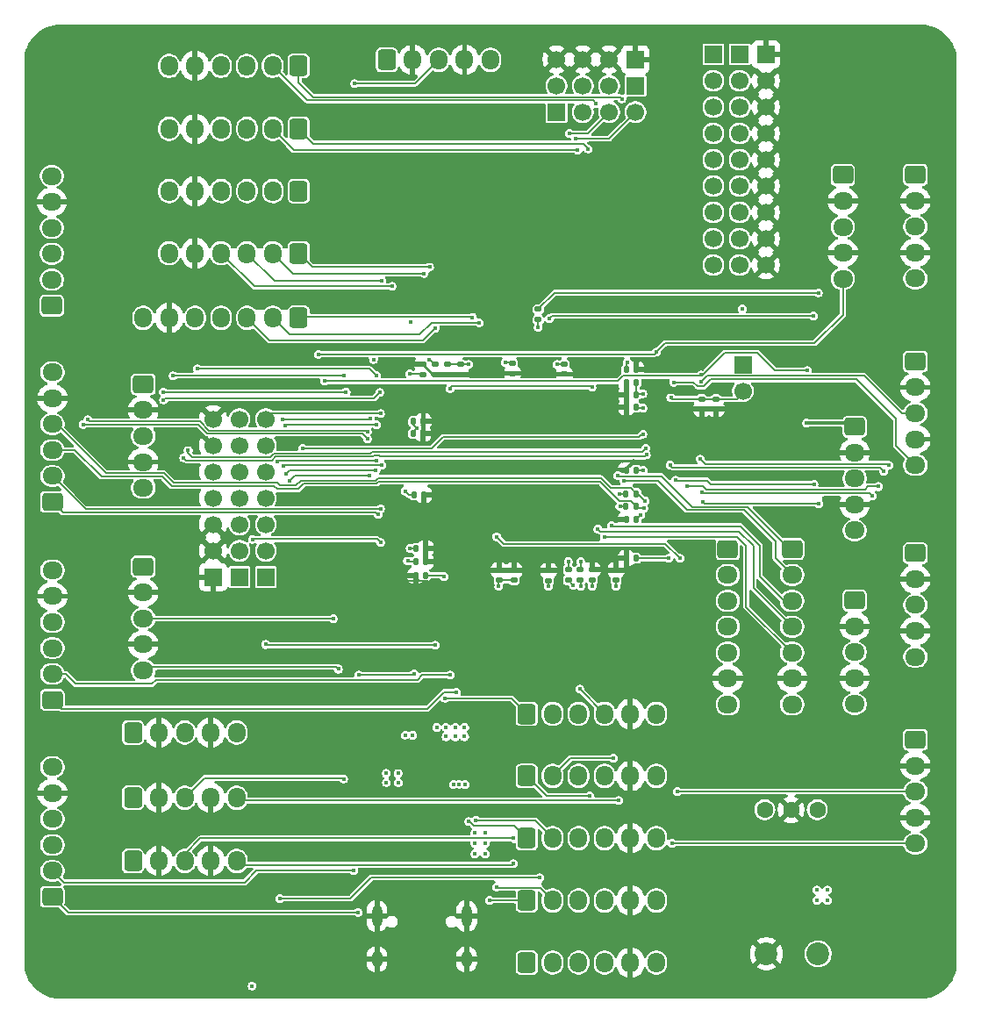
<source format=gbr>
%TF.GenerationSoftware,KiCad,Pcbnew,9.0.4-9.0.4-0~ubuntu24.04.1*%
%TF.CreationDate,2025-09-21T15:36:24+02:00*%
%TF.ProjectId,CarteMere,43617274-654d-4657-9265-2e6b69636164,rev?*%
%TF.SameCoordinates,Original*%
%TF.FileFunction,Copper,L4,Bot*%
%TF.FilePolarity,Positive*%
%FSLAX46Y46*%
G04 Gerber Fmt 4.6, Leading zero omitted, Abs format (unit mm)*
G04 Created by KiCad (PCBNEW 9.0.4-9.0.4-0~ubuntu24.04.1) date 2025-09-21 15:36:24*
%MOMM*%
%LPD*%
G01*
G04 APERTURE LIST*
G04 Aperture macros list*
%AMRoundRect*
0 Rectangle with rounded corners*
0 $1 Rounding radius*
0 $2 $3 $4 $5 $6 $7 $8 $9 X,Y pos of 4 corners*
0 Add a 4 corners polygon primitive as box body*
4,1,4,$2,$3,$4,$5,$6,$7,$8,$9,$2,$3,0*
0 Add four circle primitives for the rounded corners*
1,1,$1+$1,$2,$3*
1,1,$1+$1,$4,$5*
1,1,$1+$1,$6,$7*
1,1,$1+$1,$8,$9*
0 Add four rect primitives between the rounded corners*
20,1,$1+$1,$2,$3,$4,$5,0*
20,1,$1+$1,$4,$5,$6,$7,0*
20,1,$1+$1,$6,$7,$8,$9,0*
20,1,$1+$1,$8,$9,$2,$3,0*%
G04 Aperture macros list end*
%TA.AperFunction,ComponentPad*%
%ADD10RoundRect,0.250000X-0.725000X0.600000X-0.725000X-0.600000X0.725000X-0.600000X0.725000X0.600000X0*%
%TD*%
%TA.AperFunction,ComponentPad*%
%ADD11O,1.950000X1.700000*%
%TD*%
%TA.AperFunction,ComponentPad*%
%ADD12RoundRect,0.250000X-0.600000X-0.725000X0.600000X-0.725000X0.600000X0.725000X-0.600000X0.725000X0*%
%TD*%
%TA.AperFunction,ComponentPad*%
%ADD13O,1.700000X1.950000*%
%TD*%
%TA.AperFunction,ComponentPad*%
%ADD14R,1.700000X1.700000*%
%TD*%
%TA.AperFunction,ComponentPad*%
%ADD15C,1.700000*%
%TD*%
%TA.AperFunction,ComponentPad*%
%ADD16RoundRect,0.250000X0.725000X-0.600000X0.725000X0.600000X-0.725000X0.600000X-0.725000X-0.600000X0*%
%TD*%
%TA.AperFunction,ComponentPad*%
%ADD17RoundRect,0.250000X0.600000X0.725000X-0.600000X0.725000X-0.600000X-0.725000X0.600000X-0.725000X0*%
%TD*%
%TA.AperFunction,ComponentPad*%
%ADD18C,4.400000*%
%TD*%
%TA.AperFunction,HeatsinkPad*%
%ADD19O,1.000000X2.100000*%
%TD*%
%TA.AperFunction,HeatsinkPad*%
%ADD20O,1.000000X1.600000*%
%TD*%
%TA.AperFunction,ComponentPad*%
%ADD21C,1.600000*%
%TD*%
%TA.AperFunction,ComponentPad*%
%ADD22C,2.200000*%
%TD*%
%TA.AperFunction,SMDPad,CuDef*%
%ADD23RoundRect,0.140000X-0.170000X0.140000X-0.170000X-0.140000X0.170000X-0.140000X0.170000X0.140000X0*%
%TD*%
%TA.AperFunction,SMDPad,CuDef*%
%ADD24RoundRect,0.140000X0.170000X-0.140000X0.170000X0.140000X-0.170000X0.140000X-0.170000X-0.140000X0*%
%TD*%
%TA.AperFunction,SMDPad,CuDef*%
%ADD25RoundRect,0.140000X-0.140000X-0.170000X0.140000X-0.170000X0.140000X0.170000X-0.140000X0.170000X0*%
%TD*%
%TA.AperFunction,SMDPad,CuDef*%
%ADD26RoundRect,0.140000X0.140000X0.170000X-0.140000X0.170000X-0.140000X-0.170000X0.140000X-0.170000X0*%
%TD*%
%TA.AperFunction,SMDPad,CuDef*%
%ADD27RoundRect,0.135000X-0.185000X0.135000X-0.185000X-0.135000X0.185000X-0.135000X0.185000X0.135000X0*%
%TD*%
%TA.AperFunction,SMDPad,CuDef*%
%ADD28RoundRect,0.135000X0.185000X-0.135000X0.185000X0.135000X-0.185000X0.135000X-0.185000X-0.135000X0*%
%TD*%
%TA.AperFunction,SMDPad,CuDef*%
%ADD29RoundRect,0.135000X-0.135000X-0.185000X0.135000X-0.185000X0.135000X0.185000X-0.135000X0.185000X0*%
%TD*%
%TA.AperFunction,ViaPad*%
%ADD30C,0.450000*%
%TD*%
%TA.AperFunction,Conductor*%
%ADD31C,0.150000*%
%TD*%
%TA.AperFunction,Conductor*%
%ADD32C,0.250000*%
%TD*%
%TA.AperFunction,Conductor*%
%ADD33C,0.300000*%
%TD*%
%TA.AperFunction,Conductor*%
%ADD34C,0.200000*%
%TD*%
G04 APERTURE END LIST*
D10*
%TO.P,J46,1,Pin_1*%
%TO.N,+5V*%
X179600000Y-65000000D03*
D11*
%TO.P,J46,2,Pin_2*%
%TO.N,GND*%
X179600000Y-67500000D03*
%TO.P,J46,3,Pin_3*%
%TO.N,/USART11_TX*%
X179600000Y-70000000D03*
%TO.P,J46,4,Pin_4*%
%TO.N,GND*%
X179600000Y-72500000D03*
%TO.P,J46,5,Pin_5*%
%TO.N,/USART11_RX*%
X179600000Y-75000000D03*
%TD*%
D12*
%TO.P,J42,1,Pin_1*%
%TO.N,+3.3V*%
X104100000Y-118800000D03*
D13*
%TO.P,J42,2,Pin_2*%
%TO.N,GND*%
X106600000Y-118800000D03*
%TO.P,J42,3,Pin_3*%
%TO.N,/UART5_TX*%
X109100000Y-118800000D03*
%TO.P,J42,4,Pin_4*%
%TO.N,GND*%
X111600000Y-118800000D03*
%TO.P,J42,5,Pin_5*%
%TO.N,/UART5_RX*%
X114100000Y-118800000D03*
%TD*%
D14*
%TO.P,J39,1,Pin_1*%
%TO.N,GND*%
X165180000Y-53380000D03*
D15*
%TO.P,J39,2,Pin_2*%
X165180000Y-55920000D03*
%TO.P,J39,3,Pin_3*%
X165180000Y-58460000D03*
%TO.P,J39,4,Pin_4*%
X165180000Y-61000000D03*
%TO.P,J39,5,Pin_5*%
X165180000Y-63540000D03*
%TO.P,J39,6,Pin_6*%
X165180000Y-66080000D03*
%TO.P,J39,7,Pin_7*%
X165180000Y-68620000D03*
%TO.P,J39,8,Pin_8*%
X165180000Y-71160000D03*
%TO.P,J39,9,Pin_9*%
X165180000Y-73700000D03*
%TD*%
D16*
%TO.P,J7,1,Pin_1*%
%TO.N,/GPIO_PI2*%
X96320000Y-134650000D03*
D11*
%TO.P,J7,2,Pin_2*%
%TO.N,/GPIO_PI1*%
X96320000Y-132150000D03*
%TO.P,J7,3,Pin_3*%
%TO.N,/I2C2_SDA*%
X96320000Y-129650000D03*
%TO.P,J7,4,Pin_4*%
%TO.N,/I2C2_SCL*%
X96320000Y-127150000D03*
%TO.P,J7,5,Pin_5*%
%TO.N,GND*%
X96320000Y-124650000D03*
%TO.P,J7,6,Pin_6*%
%TO.N,+3.3V*%
X96320000Y-122150000D03*
%TD*%
D14*
%TO.P,J9,1,Pin_1*%
%TO.N,/TIM1_CH4*%
X144960000Y-58940000D03*
D15*
%TO.P,J9,2,Pin_2*%
%TO.N,/TIM1_CH3*%
X147500000Y-58940000D03*
%TO.P,J9,3,Pin_3*%
%TO.N,/TIM1_CH2*%
X150040000Y-58940000D03*
%TO.P,J9,4,Pin_4*%
%TO.N,/TIM1_CH1*%
X152580000Y-58940000D03*
%TD*%
D17*
%TO.P,J12,1,Pin_1*%
%TO.N,/GPIO_PE7*%
X120100000Y-60550000D03*
D13*
%TO.P,J12,2,Pin_2*%
%TO.N,/GPIO_PE8*%
X117600000Y-60550000D03*
%TO.P,J12,3,Pin_3*%
%TO.N,/I2C4_SDA*%
X115100000Y-60550000D03*
%TO.P,J12,4,Pin_4*%
%TO.N,/I2C4_SCL*%
X112600000Y-60550000D03*
%TO.P,J12,5,Pin_5*%
%TO.N,GND*%
X110100000Y-60550000D03*
%TO.P,J12,6,Pin_6*%
%TO.N,+3.3V*%
X107600000Y-60550000D03*
%TD*%
D18*
%TO.P,H2,1,1*%
%TO.N,GND*%
X180100000Y-141000000D03*
%TD*%
D12*
%TO.P,J44,1,Pin_1*%
%TO.N,+3.3V*%
X104100000Y-125100000D03*
D13*
%TO.P,J44,2,Pin_2*%
%TO.N,GND*%
X106600000Y-125100000D03*
%TO.P,J44,3,Pin_3*%
%TO.N,/UART8_TX*%
X109100000Y-125100000D03*
%TO.P,J44,4,Pin_4*%
%TO.N,GND*%
X111600000Y-125100000D03*
%TO.P,J44,5,Pin_5*%
%TO.N,/UART8_RX*%
X114100000Y-125100000D03*
%TD*%
D14*
%TO.P,J22,1,Pin_1*%
%TO.N,GND*%
X152580000Y-53860000D03*
D15*
%TO.P,J22,2,Pin_2*%
X150040000Y-53860000D03*
%TO.P,J22,3,Pin_3*%
X147500000Y-53860000D03*
%TO.P,J22,4,Pin_4*%
X144960000Y-53860000D03*
%TD*%
D10*
%TO.P,J45,1,Pin_1*%
%TO.N,+5V*%
X179600000Y-119500000D03*
D11*
%TO.P,J45,2,Pin_2*%
%TO.N,GND*%
X179600000Y-122000000D03*
%TO.P,J45,3,Pin_3*%
%TO.N,/USART10_TX*%
X179600000Y-124500000D03*
%TO.P,J45,4,Pin_4*%
%TO.N,GND*%
X179600000Y-127000000D03*
%TO.P,J45,5,Pin_5*%
%TO.N,/USART10_RX*%
X179600000Y-129500000D03*
%TD*%
D10*
%TO.P,J37,1,Pin_1*%
%TO.N,+3.3V*%
X105100000Y-102800000D03*
D11*
%TO.P,J37,2,Pin_2*%
%TO.N,GND*%
X105100000Y-105300000D03*
%TO.P,J37,3,Pin_3*%
%TO.N,/LPUART1_TX*%
X105100000Y-107800000D03*
%TO.P,J37,4,Pin_4*%
%TO.N,GND*%
X105100000Y-110300000D03*
%TO.P,J37,5,Pin_5*%
%TO.N,/LPUART1_RX*%
X105100000Y-112800000D03*
%TD*%
D12*
%TO.P,J28,1,Pin_1*%
%TO.N,/GPIO_PD6*%
X142100000Y-141000000D03*
D13*
%TO.P,J28,2,Pin_2*%
%TO.N,/GPIO_PD7*%
X144600000Y-141000000D03*
%TO.P,J28,3,Pin_3*%
%TO.N,/I2C1_SCL*%
X147100000Y-141000000D03*
%TO.P,J28,4,Pin_4*%
%TO.N,/I2C1_SDA*%
X149600000Y-141000000D03*
%TO.P,J28,5,Pin_5*%
%TO.N,GND*%
X152100000Y-141000000D03*
%TO.P,J28,6,Pin_6*%
%TO.N,+3.3V*%
X154600000Y-141000000D03*
%TD*%
D18*
%TO.P,H4,1,1*%
%TO.N,GND*%
X180100000Y-54000000D03*
%TD*%
D12*
%TO.P,J30,1,Pin_1*%
%TO.N,/GPIO_PD2*%
X142100000Y-129000000D03*
D13*
%TO.P,J30,2,Pin_2*%
%TO.N,/GPIO_PD3*%
X144600000Y-129000000D03*
%TO.P,J30,3,Pin_3*%
%TO.N,/I2C1_SCL*%
X147100000Y-129000000D03*
%TO.P,J30,4,Pin_4*%
%TO.N,/I2C1_SDA*%
X149600000Y-129000000D03*
%TO.P,J30,5,Pin_5*%
%TO.N,GND*%
X152100000Y-129000000D03*
%TO.P,J30,6,Pin_6*%
%TO.N,+3.3V*%
X154600000Y-129000000D03*
%TD*%
D14*
%TO.P,J40,1,Pin_1*%
%TO.N,/ADC1_INP6*%
X160100000Y-53380000D03*
D15*
%TO.P,J40,2,Pin_2*%
%TO.N,/ADC1_INP2*%
X160100000Y-55920000D03*
%TO.P,J40,3,Pin_3*%
%TO.N,/ADC1_INP9*%
X160100000Y-58460000D03*
%TO.P,J40,4,Pin_4*%
%TO.N,/ADC1_INP8*%
X160100000Y-61000000D03*
%TO.P,J40,5,Pin_5*%
%TO.N,/ADC1_INP4*%
X160100000Y-63540000D03*
%TO.P,J40,6,Pin_6*%
%TO.N,/ADC1_INP13*%
X160100000Y-66080000D03*
%TO.P,J40,7,Pin_7*%
%TO.N,/ADC1_INP12*%
X160100000Y-68620000D03*
%TO.P,J40,8,Pin_8*%
%TO.N,/ADC1_INP11*%
X160100000Y-71160000D03*
%TO.P,J40,9,Pin_9*%
%TO.N,/ADC1_INP10*%
X160100000Y-73700000D03*
%TD*%
D16*
%TO.P,J19,1,Pin_1*%
%TO.N,/GPIO_PD15*%
X96270000Y-77600000D03*
D11*
%TO.P,J19,2,Pin_2*%
%TO.N,/GPIO_PD14*%
X96270000Y-75100000D03*
%TO.P,J19,3,Pin_3*%
%TO.N,/I2C2_SDA*%
X96270000Y-72600000D03*
%TO.P,J19,4,Pin_4*%
%TO.N,/I2C2_SCL*%
X96270000Y-70100000D03*
%TO.P,J19,5,Pin_5*%
%TO.N,GND*%
X96270000Y-67600000D03*
%TO.P,J19,6,Pin_6*%
%TO.N,+3.3V*%
X96270000Y-65100000D03*
%TD*%
D14*
%TO.P,JP1,1,A*%
%TO.N,Net-(JP1-A)*%
X162950000Y-83310000D03*
D15*
%TO.P,JP1,2,B*%
%TO.N,Net-(JP1-B)*%
X162950000Y-85850000D03*
%TD*%
D10*
%TO.P,J11,1,Pin_1*%
%TO.N,/GPIO_PC13*%
X161500000Y-101100000D03*
D11*
%TO.P,J11,2,Pin_2*%
%TO.N,/GPIO_PI8*%
X161500000Y-103600000D03*
%TO.P,J11,3,Pin_3*%
%TO.N,/SPI4_SCK*%
X161500000Y-106100000D03*
%TO.P,J11,4,Pin_4*%
%TO.N,/SPI4_MOSI*%
X161500000Y-108600000D03*
%TO.P,J11,5,Pin_5*%
%TO.N,/SPI4_MISO*%
X161500000Y-111100000D03*
%TO.P,J11,6,Pin_6*%
%TO.N,GND*%
X161500000Y-113600000D03*
%TO.P,J11,7,Pin_7*%
%TO.N,+3.3V*%
X161500000Y-116100000D03*
%TD*%
D17*
%TO.P,J16,1,Pin_1*%
%TO.N,/GPIO_PB11*%
X120100000Y-78800000D03*
D13*
%TO.P,J16,2,Pin_2*%
%TO.N,/GPIO_PB10*%
X117600000Y-78800000D03*
%TO.P,J16,3,Pin_3*%
%TO.N,/SPI5_SCK*%
X115100000Y-78800000D03*
%TO.P,J16,4,Pin_4*%
%TO.N,/SPI5_MOSI*%
X112600000Y-78800000D03*
%TO.P,J16,5,Pin_5*%
%TO.N,/SPI5_MISO*%
X110100000Y-78800000D03*
%TO.P,J16,6,Pin_6*%
%TO.N,GND*%
X107600000Y-78800000D03*
%TO.P,J16,7,Pin_7*%
%TO.N,+3.3V*%
X105100000Y-78800000D03*
%TD*%
D16*
%TO.P,J13,1,Pin_1*%
%TO.N,/GPIO_PA8*%
X96320000Y-96550000D03*
D11*
%TO.P,J13,2,Pin_2*%
%TO.N,/GPIO_PC9*%
X96320000Y-94050000D03*
%TO.P,J13,3,Pin_3*%
%TO.N,/I2C2_SDA*%
X96320000Y-91550000D03*
%TO.P,J13,4,Pin_4*%
%TO.N,/I2C2_SCL*%
X96320000Y-89050000D03*
%TO.P,J13,5,Pin_5*%
%TO.N,GND*%
X96320000Y-86550000D03*
%TO.P,J13,6,Pin_6*%
%TO.N,+3.3V*%
X96320000Y-84050000D03*
%TD*%
D10*
%TO.P,J33,1,Pin_1*%
%TO.N,+5V*%
X173740000Y-106050000D03*
D11*
%TO.P,J33,2,Pin_2*%
%TO.N,GND*%
X173740000Y-108550000D03*
%TO.P,J33,3,Pin_3*%
%TO.N,/UART12_TX*%
X173740000Y-111050000D03*
%TO.P,J33,4,Pin_4*%
%TO.N,GND*%
X173740000Y-113550000D03*
%TO.P,J33,5,Pin_5*%
%TO.N,/UART12_RX*%
X173740000Y-116050000D03*
%TD*%
D18*
%TO.P,H1,1,1*%
%TO.N,GND*%
X97100000Y-141000000D03*
%TD*%
D17*
%TO.P,J1,1,Pin_1*%
%TO.N,/GPIO_PG2*%
X120100000Y-66550000D03*
D13*
%TO.P,J1,2,Pin_2*%
%TO.N,/GPIO_PG3*%
X117600000Y-66550000D03*
%TO.P,J1,3,Pin_3*%
%TO.N,/I2C4_SDA*%
X115100000Y-66550000D03*
%TO.P,J1,4,Pin_4*%
%TO.N,/I2C4_SCL*%
X112600000Y-66550000D03*
%TO.P,J1,5,Pin_5*%
%TO.N,GND*%
X110100000Y-66550000D03*
%TO.P,J1,6,Pin_6*%
%TO.N,+3.3V*%
X107600000Y-66550000D03*
%TD*%
D16*
%TO.P,J5,1,Pin_1*%
%TO.N,/GPIO_PC12*%
X96320000Y-115650000D03*
D11*
%TO.P,J5,2,Pin_2*%
%TO.N,/GPIO_PC11*%
X96320000Y-113150000D03*
%TO.P,J5,3,Pin_3*%
%TO.N,/I2C2_SDA*%
X96320000Y-110650000D03*
%TO.P,J5,4,Pin_4*%
%TO.N,/I2C2_SCL*%
X96320000Y-108150000D03*
%TO.P,J5,5,Pin_5*%
%TO.N,GND*%
X96320000Y-105650000D03*
%TO.P,J5,6,Pin_6*%
%TO.N,+3.3V*%
X96320000Y-103150000D03*
%TD*%
D14*
%TO.P,J14,1,Pin_1*%
%TO.N,+3.3V*%
X152580000Y-56400000D03*
D15*
%TO.P,J14,2,Pin_2*%
X150040000Y-56400000D03*
%TO.P,J14,3,Pin_3*%
X147500000Y-56400000D03*
%TO.P,J14,4,Pin_4*%
X144960000Y-56400000D03*
%TD*%
D12*
%TO.P,J36,1,Pin_1*%
%TO.N,+3.3V*%
X128600000Y-53900000D03*
D13*
%TO.P,J36,2,Pin_2*%
%TO.N,GND*%
X131100000Y-53900000D03*
%TO.P,J36,3,Pin_3*%
%TO.N,/USART3_TX*%
X133600000Y-53900000D03*
%TO.P,J36,4,Pin_4*%
%TO.N,GND*%
X136100000Y-53900000D03*
%TO.P,J36,5,Pin_5*%
%TO.N,/USART3_RX*%
X138600000Y-53900000D03*
%TD*%
D12*
%TO.P,J47,1,Pin_1*%
%TO.N,+3.3V*%
X104100000Y-131200000D03*
D13*
%TO.P,J47,2,Pin_2*%
%TO.N,GND*%
X106600000Y-131200000D03*
%TO.P,J47,3,Pin_3*%
%TO.N,/USART6_TX*%
X109100000Y-131200000D03*
%TO.P,J47,4,Pin_4*%
%TO.N,GND*%
X111600000Y-131200000D03*
%TO.P,J47,5,Pin_5*%
%TO.N,/USART6_RX*%
X114100000Y-131200000D03*
%TD*%
D14*
%TO.P,J8,1,Pin_1*%
%TO.N,/GPIO_PG7*%
X116920000Y-103800000D03*
D15*
%TO.P,J8,2,Pin_2*%
%TO.N,/GPIO_PG6*%
X116920000Y-101260000D03*
%TO.P,J8,3,Pin_3*%
%TO.N,/GPIO_PG5*%
X116920000Y-98720000D03*
%TO.P,J8,4,Pin_4*%
%TO.N,/GPIO_PG4*%
X116920000Y-96180000D03*
%TO.P,J8,5,Pin_5*%
%TO.N,/GPIO_PD13*%
X116920000Y-93640000D03*
%TO.P,J8,6,Pin_6*%
%TO.N,/GPIO_PD12*%
X116920000Y-91100000D03*
%TO.P,J8,7,Pin_7*%
%TO.N,/GPIO_PD11*%
X116920000Y-88560000D03*
%TD*%
D14*
%TO.P,J3,1,Pin_1*%
%TO.N,GND*%
X111840000Y-103800000D03*
D15*
%TO.P,J3,2,Pin_2*%
X111840000Y-101260000D03*
%TO.P,J3,3,Pin_3*%
X111840000Y-98720000D03*
%TO.P,J3,4,Pin_4*%
X111840000Y-96180000D03*
%TO.P,J3,5,Pin_5*%
X111840000Y-93640000D03*
%TO.P,J3,6,Pin_6*%
X111840000Y-91100000D03*
%TO.P,J3,7,Pin_7*%
X111840000Y-88560000D03*
%TD*%
D10*
%TO.P,J34,1,Pin_1*%
%TO.N,+3.3V*%
X105100000Y-85200000D03*
D11*
%TO.P,J34,2,Pin_2*%
%TO.N,GND*%
X105100000Y-87700000D03*
%TO.P,J34,3,Pin_3*%
%TO.N,/USART1_TX*%
X105100000Y-90200000D03*
%TO.P,J34,4,Pin_4*%
%TO.N,GND*%
X105100000Y-92700000D03*
%TO.P,J34,5,Pin_5*%
%TO.N,/USART1_RX*%
X105100000Y-95200000D03*
%TD*%
D12*
%TO.P,J29,1,Pin_1*%
%TO.N,/GPIO_PD4*%
X142100000Y-135000000D03*
D13*
%TO.P,J29,2,Pin_2*%
%TO.N,/GPIO_PD5*%
X144600000Y-135000000D03*
%TO.P,J29,3,Pin_3*%
%TO.N,/I2C1_SCL*%
X147100000Y-135000000D03*
%TO.P,J29,4,Pin_4*%
%TO.N,/I2C1_SDA*%
X149600000Y-135000000D03*
%TO.P,J29,5,Pin_5*%
%TO.N,GND*%
X152100000Y-135000000D03*
%TO.P,J29,6,Pin_6*%
%TO.N,+3.3V*%
X154600000Y-135000000D03*
%TD*%
D10*
%TO.P,J35,1,Pin_1*%
%TO.N,+5V*%
X172600000Y-65010000D03*
D11*
%TO.P,J35,2,Pin_2*%
%TO.N,GND*%
X172600000Y-67510000D03*
%TO.P,J35,3,Pin_3*%
%TO.N,/USART2_TX*%
X172600000Y-70010000D03*
%TO.P,J35,4,Pin_4*%
%TO.N,GND*%
X172600000Y-72510000D03*
%TO.P,J35,5,Pin_5*%
%TO.N,/USART2_RX*%
X172600000Y-75010000D03*
%TD*%
D19*
%TO.P,J48,S1,SHIELD*%
%TO.N,GND*%
X127650000Y-136520000D03*
D20*
X127650000Y-140700000D03*
D19*
X136290000Y-136520000D03*
D20*
X136290000Y-140700000D03*
%TD*%
D14*
%TO.P,J32,1,Pin_1*%
%TO.N,+3.3V*%
X162640000Y-53380000D03*
D15*
%TO.P,J32,2,Pin_2*%
X162640000Y-55920000D03*
%TO.P,J32,3,Pin_3*%
X162640000Y-58460000D03*
%TO.P,J32,4,Pin_4*%
X162640000Y-61000000D03*
%TO.P,J32,5,Pin_5*%
X162640000Y-63540000D03*
%TO.P,J32,6,Pin_6*%
X162640000Y-66080000D03*
%TO.P,J32,7,Pin_7*%
X162640000Y-68620000D03*
%TO.P,J32,8,Pin_8*%
X162640000Y-71160000D03*
%TO.P,J32,9,Pin_9*%
X162640000Y-73700000D03*
%TD*%
D17*
%TO.P,J6,1,Pin_1*%
%TO.N,/GPIO_PH7*%
X120100000Y-72550000D03*
D13*
%TO.P,J6,2,Pin_2*%
%TO.N,/GPIO_PH9*%
X117600000Y-72550000D03*
%TO.P,J6,3,Pin_3*%
%TO.N,/I2C4_SDA*%
X115100000Y-72550000D03*
%TO.P,J6,4,Pin_4*%
%TO.N,/I2C4_SCL*%
X112600000Y-72550000D03*
%TO.P,J6,5,Pin_5*%
%TO.N,GND*%
X110100000Y-72550000D03*
%TO.P,J6,6,Pin_6*%
%TO.N,+3.3V*%
X107600000Y-72550000D03*
%TD*%
D14*
%TO.P,J2,1,Pin_1*%
%TO.N,+3.3V*%
X114380000Y-103800000D03*
D15*
%TO.P,J2,2,Pin_2*%
X114380000Y-101260000D03*
%TO.P,J2,3,Pin_3*%
X114380000Y-98720000D03*
%TO.P,J2,4,Pin_4*%
X114380000Y-96180000D03*
%TO.P,J2,5,Pin_5*%
X114380000Y-93640000D03*
%TO.P,J2,6,Pin_6*%
X114380000Y-91100000D03*
%TO.P,J2,7,Pin_7*%
X114380000Y-88560000D03*
%TD*%
D18*
%TO.P,H3,1,1*%
%TO.N,GND*%
X97100000Y-54000000D03*
%TD*%
D12*
%TO.P,J25,1,Pin_1*%
%TO.N,/GPIO_PC10*%
X142100000Y-117000000D03*
D13*
%TO.P,J25,2,Pin_2*%
%TO.N,/GPIO_PB4*%
X144600000Y-117000000D03*
%TO.P,J25,3,Pin_3*%
%TO.N,/I2C1_SCL*%
X147100000Y-117000000D03*
%TO.P,J25,4,Pin_4*%
%TO.N,/I2C1_SDA*%
X149600000Y-117000000D03*
%TO.P,J25,5,Pin_5*%
%TO.N,GND*%
X152100000Y-117000000D03*
%TO.P,J25,6,Pin_6*%
%TO.N,+3.3V*%
X154600000Y-117000000D03*
%TD*%
D17*
%TO.P,J18,1,Pin_1*%
%TO.N,/GPIO_PF14*%
X120080000Y-54480000D03*
D13*
%TO.P,J18,2,Pin_2*%
%TO.N,/GPIO_PF15*%
X117580000Y-54480000D03*
%TO.P,J18,3,Pin_3*%
%TO.N,/I2C4_SDA*%
X115080000Y-54480000D03*
%TO.P,J18,4,Pin_4*%
%TO.N,/I2C4_SCL*%
X112580000Y-54480000D03*
%TO.P,J18,5,Pin_5*%
%TO.N,GND*%
X110080000Y-54480000D03*
%TO.P,J18,6,Pin_6*%
%TO.N,+3.3V*%
X107580000Y-54480000D03*
%TD*%
D21*
%TO.P,U1,1,VIN*%
%TO.N,VDC*%
X170140000Y-126250000D03*
%TO.P,U1,2,GND*%
%TO.N,GND*%
X167600000Y-126250000D03*
%TO.P,U1,3,VOUT*%
%TO.N,+5V*%
X165060000Y-126250000D03*
%TD*%
D12*
%TO.P,J27,1,Pin_1*%
%TO.N,/GPIO_PB8*%
X142100000Y-123000000D03*
D13*
%TO.P,J27,2,Pin_2*%
%TO.N,/GPIO_PB9*%
X144600000Y-123000000D03*
%TO.P,J27,3,Pin_3*%
%TO.N,/I2C1_SCL*%
X147100000Y-123000000D03*
%TO.P,J27,4,Pin_4*%
%TO.N,/I2C1_SDA*%
X149600000Y-123000000D03*
%TO.P,J27,5,Pin_5*%
%TO.N,GND*%
X152100000Y-123000000D03*
%TO.P,J27,6,Pin_6*%
%TO.N,+3.3V*%
X154600000Y-123000000D03*
%TD*%
D22*
%TO.P,J49,1,Pin_1*%
%TO.N,GND*%
X165220000Y-140150000D03*
%TO.P,J49,2,Pin_2*%
%TO.N,VDC*%
X170220000Y-140150000D03*
%TD*%
D10*
%TO.P,J10,1,Pin_1*%
%TO.N,+3.3V*%
X173740000Y-89300000D03*
D11*
%TO.P,J10,2,Pin_2*%
%TO.N,GND*%
X173740000Y-91800000D03*
%TO.P,J10,3,Pin_3*%
%TO.N,/UART9_TX*%
X173740000Y-94300000D03*
%TO.P,J10,4,Pin_4*%
%TO.N,GND*%
X173740000Y-96800000D03*
%TO.P,J10,5,Pin_5*%
%TO.N,/UART9_RX*%
X173740000Y-99300000D03*
%TD*%
D10*
%TO.P,J41,1,Pin_1*%
%TO.N,+5V*%
X179600000Y-83000000D03*
D11*
%TO.P,J41,2,Pin_2*%
%TO.N,GND*%
X179600000Y-85500000D03*
%TO.P,J41,3,Pin_3*%
%TO.N,/UART4_TX*%
X179600000Y-88000000D03*
%TO.P,J41,4,Pin_4*%
%TO.N,GND*%
X179600000Y-90500000D03*
%TO.P,J41,5,Pin_5*%
%TO.N,/UART4_RX*%
X179600000Y-93000000D03*
%TD*%
D10*
%TO.P,J17,1,Pin_1*%
%TO.N,/GPIO_PH3*%
X167700000Y-101100000D03*
D11*
%TO.P,J17,2,Pin_2*%
%TO.N,/GPIO_PH2*%
X167700000Y-103600000D03*
%TO.P,J17,3,Pin_3*%
%TO.N,/SPI6_SCK*%
X167700000Y-106100000D03*
%TO.P,J17,4,Pin_4*%
%TO.N,/SPI6_MOSI*%
X167700000Y-108600000D03*
%TO.P,J17,5,Pin_5*%
%TO.N,/SPI6_MISO*%
X167700000Y-111100000D03*
%TO.P,J17,6,Pin_6*%
%TO.N,GND*%
X167700000Y-113600000D03*
%TO.P,J17,7,Pin_7*%
%TO.N,+3.3V*%
X167700000Y-116100000D03*
%TD*%
D10*
%TO.P,J43,1,Pin_1*%
%TO.N,+5V*%
X179600000Y-101500000D03*
D11*
%TO.P,J43,2,Pin_2*%
%TO.N,GND*%
X179600000Y-104000000D03*
%TO.P,J43,3,Pin_3*%
%TO.N,/UART7_TX*%
X179600000Y-106500000D03*
%TO.P,J43,4,Pin_4*%
%TO.N,GND*%
X179600000Y-109000000D03*
%TO.P,J43,5,Pin_5*%
%TO.N,/UART7_RX*%
X179600000Y-111500000D03*
%TD*%
D23*
%TO.P,C26,1*%
%TO.N,Net-(JP1-B)*%
X160370000Y-86620000D03*
%TO.P,C26,2*%
%TO.N,GND*%
X160370000Y-87580000D03*
%TD*%
D24*
%TO.P,C14,1*%
%TO.N,+3.3V*%
X132070000Y-84250000D03*
%TO.P,C14,2*%
%TO.N,GND*%
X132070000Y-83290000D03*
%TD*%
D25*
%TO.P,C16,1*%
%TO.N,+3.3V*%
X131370000Y-102300000D03*
%TO.P,C16,2*%
%TO.N,GND*%
X132330000Y-102300000D03*
%TD*%
%TO.P,C17,1*%
%TO.N,+3.3V*%
X131140000Y-89950000D03*
%TO.P,C17,2*%
%TO.N,GND*%
X132100000Y-89950000D03*
%TD*%
D26*
%TO.P,C29,1*%
%TO.N,+3.3V*%
X152650000Y-102000000D03*
%TO.P,C29,2*%
%TO.N,GND*%
X151690000Y-102000000D03*
%TD*%
D24*
%TO.P,C22,1*%
%TO.N,+3.3V*%
X144220000Y-104130000D03*
%TO.P,C22,2*%
%TO.N,GND*%
X144220000Y-103170000D03*
%TD*%
D26*
%TO.P,C23,1*%
%TO.N,+3.3V*%
X152680000Y-87400000D03*
%TO.P,C23,2*%
%TO.N,GND*%
X151720000Y-87400000D03*
%TD*%
D24*
%TO.P,C19,1*%
%TO.N,+3.3V*%
X139420000Y-104110000D03*
%TO.P,C19,2*%
%TO.N,GND*%
X139420000Y-103150000D03*
%TD*%
D26*
%TO.P,C31,1*%
%TO.N,+3.3V*%
X152680000Y-86200000D03*
%TO.P,C31,2*%
%TO.N,GND*%
X151720000Y-86200000D03*
%TD*%
D24*
%TO.P,C11,1*%
%TO.N,+3.3V*%
X150720000Y-104100000D03*
%TO.P,C11,2*%
%TO.N,GND*%
X150720000Y-103140000D03*
%TD*%
D26*
%TO.P,C25,1*%
%TO.N,+3.3V*%
X152650000Y-93500000D03*
%TO.P,C25,2*%
%TO.N,GND*%
X151690000Y-93500000D03*
%TD*%
%TO.P,C27,1*%
%TO.N,+3.3V*%
X152650000Y-98250000D03*
%TO.P,C27,2*%
%TO.N,GND*%
X151690000Y-98250000D03*
%TD*%
D25*
%TO.P,C20,1*%
%TO.N,+3.3V*%
X151720000Y-83800000D03*
%TO.P,C20,2*%
%TO.N,GND*%
X152680000Y-83800000D03*
%TD*%
D26*
%TO.P,C30,1*%
%TO.N,+3.3V*%
X152680000Y-85000000D03*
%TO.P,C30,2*%
%TO.N,GND*%
X151720000Y-85000000D03*
%TD*%
D25*
%TO.P,C5,1*%
%TO.N,+3.3V*%
X131160000Y-88800000D03*
%TO.P,C5,2*%
%TO.N,GND*%
X132120000Y-88800000D03*
%TD*%
D24*
%TO.P,C28,1*%
%TO.N,+3.3V*%
X140870000Y-104110000D03*
%TO.P,C28,2*%
%TO.N,GND*%
X140870000Y-103150000D03*
%TD*%
D25*
%TO.P,C10,1*%
%TO.N,+3.3V*%
X131370000Y-101050000D03*
%TO.P,C10,2*%
%TO.N,GND*%
X132330000Y-101050000D03*
%TD*%
%TO.P,C9,1*%
%TO.N,+3.3V*%
X131200000Y-95870000D03*
%TO.P,C9,2*%
%TO.N,GND*%
X132160000Y-95870000D03*
%TD*%
D23*
%TO.P,C33,1*%
%TO.N,+3.3V*%
X134470000Y-83290000D03*
%TO.P,C33,2*%
%TO.N,GND*%
X134470000Y-84250000D03*
%TD*%
D26*
%TO.P,C8,1*%
%TO.N,+3.3V*%
X132330000Y-103650000D03*
%TO.P,C8,2*%
%TO.N,GND*%
X131370000Y-103650000D03*
%TD*%
D23*
%TO.P,C21,1*%
%TO.N,+3.3V*%
X145720000Y-83270000D03*
%TO.P,C21,2*%
%TO.N,GND*%
X145720000Y-84230000D03*
%TD*%
%TO.P,C7,1*%
%TO.N,+3.3V*%
X140720000Y-83190000D03*
%TO.P,C7,2*%
%TO.N,GND*%
X140720000Y-84150000D03*
%TD*%
D27*
%TO.P,R20,1*%
%TO.N,+3.3V*%
X146120000Y-103080000D03*
%TO.P,R20,2*%
%TO.N,/I2C1_SCL*%
X146120000Y-104100000D03*
%TD*%
D28*
%TO.P,R23,1*%
%TO.N,Net-(U3-PG1)*%
X143210000Y-78980000D03*
%TO.P,R23,2*%
%TO.N,/UART9_TX*%
X143210000Y-77960000D03*
%TD*%
D23*
%TO.P,C32,1*%
%TO.N,+3.3V*%
X135720000Y-83290000D03*
%TO.P,C32,2*%
%TO.N,GND*%
X135720000Y-84250000D03*
%TD*%
%TO.P,C13,1*%
%TO.N,+3.3V*%
X133270000Y-83300000D03*
%TO.P,C13,2*%
%TO.N,GND*%
X133270000Y-84260000D03*
%TD*%
D27*
%TO.P,R21,1*%
%TO.N,+3.3V*%
X147270000Y-103080000D03*
%TO.P,R21,2*%
%TO.N,/I2C1_SDA*%
X147270000Y-104100000D03*
%TD*%
D29*
%TO.P,R5,1*%
%TO.N,+3.3V*%
X151670000Y-97000000D03*
%TO.P,R5,2*%
%TO.N,/I2C2_SDA*%
X152690000Y-97000000D03*
%TD*%
D27*
%TO.P,R11,1*%
%TO.N,GND*%
X148420000Y-103080000D03*
%TO.P,R11,2*%
%TO.N,Net-(U3-BOOT0)*%
X148420000Y-104100000D03*
%TD*%
D23*
%TO.P,C24,1*%
%TO.N,Net-(JP1-B)*%
X158970000Y-86620000D03*
%TO.P,C24,2*%
%TO.N,GND*%
X158970000Y-87580000D03*
%TD*%
D29*
%TO.P,R3,1*%
%TO.N,+3.3V*%
X151670000Y-95750000D03*
%TO.P,R3,2*%
%TO.N,/I2C2_SCL*%
X152690000Y-95750000D03*
%TD*%
D30*
%TO.N,GND*%
X131490000Y-77590000D03*
X135490000Y-77660000D03*
X151030000Y-79620000D03*
X152820000Y-82880000D03*
X103210000Y-115170000D03*
X113770000Y-108600000D03*
X118480000Y-106340000D03*
X118520000Y-104120000D03*
X119790000Y-99420000D03*
X119790000Y-96360000D03*
X147690000Y-64930000D03*
X174250000Y-87170000D03*
X171560000Y-87150000D03*
X166890000Y-99510000D03*
X166860000Y-97500000D03*
X153450000Y-137740000D03*
X153470000Y-130600000D03*
X153500000Y-121300000D03*
X153530000Y-124580000D03*
X144470000Y-121400000D03*
X145830000Y-124340000D03*
X148990000Y-124520000D03*
X162740000Y-102590000D03*
X162680000Y-104980000D03*
X159870000Y-103470000D03*
X158630000Y-102270000D03*
X165160000Y-110060000D03*
X99090000Y-135450000D03*
X99100000Y-134060000D03*
X112110000Y-139830000D03*
X103230000Y-139470000D03*
X106850000Y-139540000D03*
X145910000Y-133540000D03*
%TO.N,/GPIO_PD5*%
X139200000Y-133700000D03*
%TO.N,GND*%
X142110000Y-132030000D03*
X142120000Y-130700000D03*
X127740000Y-132210000D03*
X116200000Y-130990000D03*
X116200000Y-126220000D03*
X116200000Y-124420000D03*
X107660000Y-113120000D03*
X109370000Y-110470000D03*
X109400000Y-105880000D03*
X109390000Y-99140000D03*
X109410000Y-96340000D03*
X109390000Y-93660000D03*
X109370000Y-115210000D03*
X113760000Y-115210000D03*
X116200000Y-115210000D03*
X118990000Y-115210000D03*
X120970000Y-115210000D03*
X123510000Y-115210000D03*
X128040000Y-115150000D03*
X169170000Y-123590000D03*
X166560000Y-123640000D03*
X143180000Y-111520000D03*
X153380000Y-95130000D03*
X158320000Y-93910000D03*
X171450000Y-94220000D03*
X171250000Y-101840000D03*
X171250000Y-105290000D03*
X170330000Y-113540000D03*
X170350000Y-110680000D03*
X165160000Y-107480000D03*
X165210000Y-105290000D03*
X165550000Y-102960000D03*
X164140000Y-99370000D03*
X140900000Y-79390000D03*
X146230000Y-79320000D03*
X149120000Y-83160000D03*
X130510000Y-81530000D03*
X125280000Y-83020000D03*
X125280000Y-81630000D03*
X115800000Y-82140000D03*
X111140000Y-82070000D03*
X106860000Y-84950000D03*
X111040000Y-85130000D03*
X121020000Y-85170000D03*
X115800000Y-85160000D03*
X115690000Y-87300000D03*
X119140000Y-87270000D03*
X121170000Y-90670000D03*
X119150000Y-90800000D03*
X123850000Y-90750000D03*
X134290000Y-93250000D03*
X143180000Y-93330000D03*
X147620000Y-93360000D03*
X147610000Y-88230000D03*
X168170000Y-86490000D03*
X165640000Y-81910000D03*
X161590000Y-80110000D03*
X171390000Y-77660000D03*
X174270000Y-81880000D03*
X171390000Y-81920000D03*
X174260000Y-130640000D03*
X183140000Y-82020000D03*
X130700000Y-130540000D03*
X96560000Y-80110000D03*
X129010000Y-112670000D03*
X148020000Y-137770000D03*
X134300000Y-90860000D03*
X138740000Y-112960000D03*
X174260000Y-117380000D03*
X107660000Y-68760000D03*
X148040000Y-126200000D03*
X103220000Y-59920000D03*
X154630000Y-114430000D03*
X143180000Y-90860000D03*
X143180000Y-101160000D03*
X98780000Y-143900000D03*
X138600000Y-86440000D03*
X149610000Y-102940000D03*
X94340000Y-126220000D03*
X145280000Y-103180000D03*
X127700000Y-101500000D03*
X121000000Y-111400000D03*
X160940000Y-139480000D03*
X117480000Y-126220000D03*
X125440000Y-99460000D03*
X138740000Y-117380000D03*
X133900000Y-73240000D03*
X129010000Y-111390000D03*
X98780000Y-121800000D03*
X128700000Y-133660000D03*
X117440000Y-121780000D03*
X145880000Y-130610000D03*
X120980000Y-51080000D03*
X138740000Y-73180000D03*
X129860000Y-73180000D03*
X94340000Y-117380000D03*
X165380000Y-130640000D03*
X96560000Y-81930000D03*
X129860000Y-64340000D03*
X183140000Y-99700000D03*
X137300000Y-84100000D03*
X178700000Y-59920000D03*
X94160000Y-86430000D03*
X121200000Y-134100000D03*
X156500000Y-80600000D03*
X156520000Y-97970000D03*
X113800000Y-64310000D03*
X160940000Y-126220000D03*
X113830000Y-68760000D03*
X121000000Y-106300000D03*
X103220000Y-51080000D03*
X134300000Y-86440000D03*
X135990000Y-116140000D03*
X94160000Y-77590000D03*
X174260000Y-126220000D03*
X135210000Y-133680000D03*
X131800000Y-122800000D03*
X178700000Y-143900000D03*
X96280000Y-100740000D03*
X169820000Y-55500000D03*
X157290000Y-109350000D03*
X143180000Y-59920000D03*
X150690000Y-130580000D03*
X133880000Y-77660000D03*
X174260000Y-55500000D03*
X156500000Y-77600000D03*
X107660000Y-51080000D03*
X130600000Y-103600000D03*
X127700000Y-83400000D03*
X138740000Y-64340000D03*
X98780000Y-92870000D03*
X157800000Y-97970000D03*
X94340000Y-64340000D03*
X150690000Y-126160000D03*
X143180000Y-68760000D03*
X158190000Y-91570000D03*
X157260000Y-114390000D03*
X114660000Y-134100000D03*
X125420000Y-55500000D03*
X125420000Y-139480000D03*
X157290000Y-106630000D03*
X127600000Y-89900000D03*
X94160000Y-82010000D03*
X160940000Y-130640000D03*
X137270000Y-103190000D03*
X120980000Y-104120000D03*
X156500000Y-139480000D03*
X94340000Y-104120000D03*
X183140000Y-121800000D03*
X94160000Y-73170000D03*
X183140000Y-86440000D03*
X112100000Y-64340000D03*
X165380000Y-86440000D03*
X169820000Y-73180000D03*
X160940000Y-121800000D03*
X96260000Y-117870000D03*
X124300000Y-126200000D03*
X96280000Y-98920000D03*
X127080000Y-130650000D03*
X156240000Y-91640000D03*
X144600000Y-78100000D03*
X103220000Y-55500000D03*
X147300000Y-84100000D03*
X178700000Y-130640000D03*
X152910000Y-105130000D03*
X165380000Y-143900000D03*
X138740000Y-55500000D03*
X183140000Y-108540000D03*
X149260000Y-101160000D03*
X145860000Y-137760000D03*
X183140000Y-64340000D03*
X94340000Y-135060000D03*
X134060000Y-126160000D03*
X139220000Y-135910000D03*
X174260000Y-73180000D03*
X107660000Y-64340000D03*
X134300000Y-59920000D03*
X124300000Y-134100000D03*
X135200000Y-132160000D03*
X183140000Y-95280000D03*
X94340000Y-121800000D03*
X114640000Y-135350000D03*
X124300000Y-135400000D03*
X147480000Y-78080000D03*
X116540000Y-143900000D03*
X107660000Y-108540000D03*
X109800000Y-134100000D03*
X138740000Y-51080000D03*
X152060000Y-51080000D03*
X174260000Y-77600000D03*
X120980000Y-77090000D03*
X121210000Y-130990000D03*
X121180000Y-135350000D03*
X129860000Y-68760000D03*
X156500000Y-130640000D03*
X135470000Y-104300000D03*
X156500000Y-51080000D03*
X138740000Y-121800000D03*
X103220000Y-64340000D03*
X183140000Y-112960000D03*
X143180000Y-112960000D03*
X165380000Y-51080000D03*
X135600000Y-122800000D03*
X116540000Y-77090000D03*
X114980000Y-139800000D03*
X126910000Y-117360000D03*
X183140000Y-55500000D03*
X130600000Y-85900000D03*
X130150000Y-133690000D03*
X130800000Y-83400000D03*
X152060000Y-112960000D03*
X98780000Y-68760000D03*
X138740000Y-59920000D03*
X178700000Y-112960000D03*
X119300000Y-132800000D03*
X152060000Y-143900000D03*
X122350000Y-55480000D03*
X117480000Y-135350000D03*
X120980000Y-112960000D03*
X94340000Y-112960000D03*
X174260000Y-135060000D03*
X154720000Y-109320000D03*
X169820000Y-68760000D03*
X120630000Y-58720000D03*
X138740000Y-68760000D03*
X112100000Y-68760000D03*
X107660000Y-143900000D03*
X159690000Y-92260000D03*
X183140000Y-130640000D03*
X103220000Y-121800000D03*
X138900000Y-108000000D03*
X129860000Y-139480000D03*
X183140000Y-77600000D03*
X119030000Y-117380000D03*
X124800000Y-87300000D03*
X120980000Y-121800000D03*
X144300000Y-84100000D03*
X121200000Y-132800000D03*
X125420000Y-68760000D03*
X152060000Y-77600000D03*
X125420000Y-73180000D03*
X160940000Y-51080000D03*
X103220000Y-143900000D03*
X138740000Y-143900000D03*
X98780000Y-73180000D03*
X183140000Y-117380000D03*
X156500000Y-83400000D03*
X134300000Y-95280000D03*
X94340000Y-99700000D03*
X147620000Y-68760000D03*
X124300000Y-132800000D03*
X150670000Y-137730000D03*
X117500000Y-132800000D03*
X103220000Y-112960000D03*
X130600000Y-87700000D03*
X94340000Y-68760000D03*
X147620000Y-86440000D03*
X161340000Y-85790000D03*
X129860000Y-117380000D03*
X132200000Y-108000000D03*
X183140000Y-59920000D03*
X151660000Y-102970000D03*
X165660000Y-80670000D03*
X98780000Y-104120000D03*
X136000000Y-108000000D03*
X113820000Y-55690000D03*
X98780000Y-108540000D03*
X121280000Y-95570000D03*
X154700000Y-111860000D03*
X119280000Y-126220000D03*
X124200000Y-101900000D03*
X125420000Y-64340000D03*
X130690000Y-126160000D03*
X154620000Y-106620000D03*
X157290000Y-111870000D03*
X159100000Y-97960000D03*
X121850000Y-139800000D03*
X117500000Y-134100000D03*
X134300000Y-139480000D03*
X120980000Y-108540000D03*
X174260000Y-121800000D03*
X121000000Y-99460000D03*
X178700000Y-117380000D03*
X147620000Y-73180000D03*
X120980000Y-117380000D03*
X152040000Y-73200000D03*
X134300000Y-68760000D03*
X147620000Y-51080000D03*
X147630000Y-101160000D03*
X160940000Y-135060000D03*
X134300000Y-99700000D03*
X143180000Y-86440000D03*
X112100000Y-51080000D03*
X120980000Y-64340000D03*
X183140000Y-126220000D03*
X147620000Y-90860000D03*
X94340000Y-108540000D03*
X178700000Y-95280000D03*
X165380000Y-135060000D03*
X109800000Y-135400000D03*
X94340000Y-130640000D03*
X141000000Y-78100000D03*
X174260000Y-64340000D03*
X178700000Y-135060000D03*
X156750000Y-87290000D03*
X94340000Y-55500000D03*
X169820000Y-59920000D03*
X139250000Y-134360000D03*
X152060000Y-64340000D03*
X134300000Y-55500000D03*
X119030000Y-121800000D03*
X149400000Y-104560000D03*
X152060000Y-108540000D03*
X135090000Y-127410000D03*
X129010000Y-109900000D03*
X127000000Y-121800000D03*
X142550000Y-103230000D03*
X156500000Y-73180000D03*
X117510000Y-130990000D03*
X156270000Y-89990000D03*
X132000000Y-86600000D03*
X119290000Y-139800000D03*
X174260000Y-68760000D03*
X116180000Y-55700000D03*
X145910000Y-120130000D03*
X133800000Y-130650000D03*
X96260000Y-119690000D03*
X120980000Y-82020000D03*
X178700000Y-99700000D03*
X119280000Y-135350000D03*
X169820000Y-51080000D03*
X143180000Y-95280000D03*
X125420000Y-51080000D03*
X142000000Y-108000000D03*
X169820000Y-77600000D03*
X156500000Y-143900000D03*
X143180000Y-55500000D03*
X127050000Y-126160000D03*
X129860000Y-51080000D03*
X156500000Y-82020000D03*
X129860000Y-143900000D03*
X134070000Y-122820000D03*
X125420000Y-104120000D03*
X120980000Y-126220000D03*
X174260000Y-139480000D03*
X127800000Y-103700000D03*
X134300000Y-143900000D03*
X138760000Y-101140000D03*
X116540000Y-51080000D03*
X119310000Y-130990000D03*
X120980000Y-143900000D03*
X131530000Y-133650000D03*
X159670000Y-89880000D03*
X169820000Y-64340000D03*
X98780000Y-130640000D03*
X119300000Y-134100000D03*
X114660000Y-132800000D03*
X112100000Y-77090000D03*
X94340000Y-139480000D03*
X109800000Y-136900000D03*
X133400000Y-102300000D03*
X183140000Y-139480000D03*
X132600000Y-114480000D03*
X124300000Y-136900000D03*
X147620000Y-143900000D03*
X174260000Y-51080000D03*
X183140000Y-68760000D03*
X98780000Y-95280000D03*
X152080000Y-89180000D03*
X103220000Y-77090000D03*
X116220000Y-64310000D03*
X169820000Y-143900000D03*
X183140000Y-90860000D03*
X153160000Y-101140000D03*
X143180000Y-51080000D03*
X138600000Y-95280000D03*
X183140000Y-73180000D03*
X121000000Y-109900000D03*
X129860000Y-121800000D03*
X125420000Y-59920000D03*
X156500000Y-55500000D03*
X98780000Y-51080000D03*
X174260000Y-59920000D03*
X134300000Y-51080000D03*
X117440000Y-117360000D03*
X98780000Y-126220000D03*
X103220000Y-73180000D03*
X109800000Y-132800000D03*
X127830000Y-107120000D03*
X107660000Y-104120000D03*
X107660000Y-82020000D03*
X125400000Y-95650000D03*
X94340000Y-95280000D03*
X160940000Y-143900000D03*
X150870000Y-98250000D03*
X183140000Y-135060000D03*
X174260000Y-143900000D03*
X120980000Y-68760000D03*
X121000000Y-101900000D03*
X98780000Y-64340000D03*
X103220000Y-117380000D03*
X143180000Y-64340000D03*
X145880000Y-126190000D03*
X94340000Y-59920000D03*
X143180000Y-143900000D03*
X152060000Y-90860000D03*
X169820000Y-130640000D03*
X144400000Y-108000000D03*
X129860000Y-59920000D03*
X129860000Y-55500000D03*
X125420000Y-143900000D03*
X183140000Y-104120000D03*
X131900000Y-119600000D03*
X156500000Y-135060000D03*
X98780000Y-59920000D03*
X142400000Y-84100000D03*
X129860000Y-77600000D03*
X158210000Y-89980000D03*
X125420000Y-77600000D03*
X148040000Y-130620000D03*
X127686006Y-87283674D03*
X165380000Y-77600000D03*
X138740000Y-126220000D03*
X98780000Y-112960000D03*
X138740000Y-139480000D03*
X178700000Y-77600000D03*
X138600000Y-90860000D03*
X112100000Y-143900000D03*
X98780000Y-99700000D03*
X125420000Y-108540000D03*
X116540000Y-68760000D03*
X103220000Y-68760000D03*
X94160000Y-90850000D03*
X98780000Y-117380000D03*
X159500000Y-88800000D03*
X178700000Y-51080000D03*
X124300000Y-130600000D03*
X130840000Y-97900000D03*
X147620000Y-95280000D03*
%TO.N,+4.5V*%
X128540000Y-122750000D03*
X135580000Y-123790000D03*
X130360000Y-119050000D03*
X128540000Y-123620000D03*
X131100000Y-119060000D03*
X129700000Y-123620000D03*
X129670000Y-122750000D03*
X136170000Y-123810000D03*
X135010000Y-123810000D03*
%TO.N,VDC*%
X171100000Y-135000000D03*
X171100000Y-134000000D03*
X170100000Y-134000000D03*
X170100000Y-135000000D03*
%TO.N,+3.3V*%
X153090000Y-97800000D03*
X132700000Y-82800000D03*
X134100000Y-103750000D03*
X134300000Y-118300000D03*
X130800000Y-84200000D03*
X162910000Y-77930000D03*
X153350000Y-93500000D03*
X146100000Y-102300000D03*
X130850000Y-101050000D03*
X150700000Y-104700000D03*
X155800000Y-102000000D03*
X115600000Y-143250000D03*
X130350000Y-95500000D03*
X131500000Y-89400000D03*
X151090000Y-97000000D03*
X130900000Y-79200000D03*
X136100000Y-119200000D03*
X153300000Y-87500000D03*
X151800000Y-83100000D03*
X136100000Y-118300000D03*
X151080000Y-95770000D03*
X139400000Y-104700000D03*
X134300000Y-119200000D03*
X140000000Y-83100000D03*
X145000000Y-83300000D03*
X133400000Y-118300000D03*
X153300000Y-86100000D03*
X144200000Y-104700000D03*
X127300000Y-82800000D03*
X135200000Y-118300000D03*
X147300000Y-102300000D03*
X130600000Y-102250000D03*
X135200000Y-119200000D03*
X136500000Y-83300000D03*
X169100000Y-88930000D03*
%TO.N,+5V*%
X137100000Y-128500000D03*
X137100000Y-130500000D03*
X138100000Y-130500000D03*
X138100000Y-129500000D03*
X137100000Y-129500000D03*
X138100000Y-128500000D03*
%TO.N,/MCU/NRST*%
X153300000Y-90000000D03*
X120470000Y-91400000D03*
%TO.N,/MCU/Vcap*%
X148400000Y-85500000D03*
X134700000Y-85600000D03*
%TO.N,/I2C4_SCL*%
X129100000Y-75750000D03*
%TO.N,/I2C4_SDA*%
X128100000Y-75250000D03*
%TO.N,/GPIO_PD13*%
X118830000Y-89170000D03*
X127600000Y-89100000D03*
%TO.N,/GPIO_PG7*%
X119205000Y-94505000D03*
X126900000Y-94010000D03*
%TO.N,/GPIO_PG4*%
X127610000Y-92540000D03*
X118050000Y-92690000D03*
%TO.N,/GPIO_PG6*%
X118870000Y-93870000D03*
X127530000Y-93510000D03*
%TO.N,/GPIO_PD12*%
X126980000Y-88520000D03*
X118510000Y-88560000D03*
%TO.N,/GPIO_PD11*%
X128000000Y-88040000D03*
%TO.N,/GPIO_PG5*%
X118580000Y-93110000D03*
X128100000Y-93000000D03*
%TO.N,/GPIO_PD15*%
X99310000Y-89060000D03*
X126710000Y-90460000D03*
%TO.N,/I2C2_SCL*%
X153540000Y-96480000D03*
%TO.N,/GPIO_PD14*%
X99760000Y-88610000D03*
X126710000Y-89780000D03*
%TO.N,/I2C2_SDA*%
X153390000Y-97160000D03*
%TO.N,/GPIO_PD2*%
X136500000Y-127400000D03*
%TO.N,/TIM1_CH1*%
X146800000Y-61500000D03*
%TO.N,/TIM1_CH2*%
X146200000Y-61000000D03*
%TO.N,/GPIO_PE8*%
X147010000Y-62600000D03*
%TO.N,/GPIO_PE7*%
X148016498Y-62497250D03*
%TO.N,/GPIO_PC11*%
X134730000Y-113270000D03*
%TO.N,/GPIO_PC12*%
X135300000Y-114900000D03*
%TO.N,/I2C1_SDA*%
X147220000Y-114620000D03*
X147300000Y-104700000D03*
%TO.N,/I2C1_SCL*%
X146600000Y-104600000D03*
%TO.N,/GPIO_PC10*%
X134220000Y-115500000D03*
%TO.N,/GPIO_PB9*%
X150450000Y-121290000D03*
%TO.N,/GPIO_PB8*%
X148200000Y-124900000D03*
%TO.N,/GPIO_PD4*%
X138500000Y-135000000D03*
%TO.N,/GPIO_PD3*%
X137200000Y-127300000D03*
%TO.N,/UART12_RX*%
X156470000Y-94470000D03*
X169810000Y-94850000D03*
%TO.N,/UART12_TX*%
X170290000Y-96740000D03*
X159120000Y-96540000D03*
%TO.N,/USART1_RX*%
X107040000Y-86710000D03*
X127900000Y-86000000D03*
%TO.N,/USART1_TX*%
X124670000Y-85950000D03*
X107030000Y-85940000D03*
%TO.N,/USART2_RX*%
X122000000Y-82300000D03*
X154600000Y-82100000D03*
%TO.N,/USART2_TX*%
X158900000Y-84300000D03*
X122570000Y-84900000D03*
X169180000Y-83890000D03*
%TO.N,/USART3_TX*%
X125500000Y-56200000D03*
%TO.N,/LPUART1_TX*%
X123420000Y-107820000D03*
%TO.N,/LPUART1_RX*%
X123930000Y-112680000D03*
%TO.N,/UART7_RX*%
X155920000Y-93000000D03*
X176550000Y-93600000D03*
%TO.N,/UART7_TX*%
X177040000Y-93020000D03*
X158850000Y-92420000D03*
%TO.N,/UART4_TX*%
X158900000Y-84925003D03*
%TO.N,/UART4_RX*%
X156300000Y-85000000D03*
%TO.N,/UART5_TX*%
X124450000Y-84350000D03*
X107970000Y-84380000D03*
%TO.N,/UART5_RX*%
X110330000Y-83720000D03*
X127580000Y-84350000D03*
%TO.N,/UART8_RX*%
X150980000Y-125370000D03*
%TO.N,/UART8_TX*%
X124430000Y-123290000D03*
%TO.N,/USART10_RX*%
X156100000Y-129500000D03*
%TO.N,/USART10_TX*%
X156600000Y-124500000D03*
%TO.N,/USART11_RX*%
X176020000Y-95070000D03*
X157570000Y-95000000D03*
%TO.N,/USART11_TX*%
X175440000Y-95970000D03*
X159030000Y-95610000D03*
%TO.N,/USART6_TX*%
X140840000Y-129020000D03*
%TO.N,/USART6_RX*%
X140800000Y-131460000D03*
%TO.N,/MCU/SWO*%
X118250000Y-134810000D03*
X143370000Y-132820000D03*
%TO.N,/MCU/SWCLK*%
X133300000Y-110380000D03*
X116890000Y-110310000D03*
%TO.N,/MCU/SWDIO*%
X127980000Y-100470000D03*
X115620000Y-100170000D03*
%TO.N,Net-(U3-BOOT0)*%
X148400000Y-104700000D03*
%TO.N,/UART9_TX*%
X170240000Y-76380000D03*
%TO.N,/UART9_RX*%
X144280000Y-78860000D03*
X169770000Y-78610000D03*
%TO.N,/SPI4_SCK*%
X139200000Y-99900000D03*
X156880000Y-102010000D03*
%TO.N,/SPI5_MOSI*%
X153585246Y-91398361D03*
X109430000Y-91590000D03*
%TO.N,/SPI5_MISO*%
X153650000Y-92020000D03*
X108990000Y-92280000D03*
%TO.N,/SPI5_SCK*%
X133240000Y-79790000D03*
%TO.N,Net-(JP1-B)*%
X156000000Y-86500000D03*
%TO.N,/GPIO_PI1*%
X125400000Y-132100000D03*
%TO.N,/GPIO_PI2*%
X131220000Y-113120000D03*
X125810000Y-136150000D03*
X125900000Y-113250000D03*
%TO.N,/GPIO_PB11*%
X136860000Y-78730000D03*
%TO.N,/GPIO_PB10*%
X137510000Y-79250000D03*
%TO.N,/GPIO_PH3*%
X150880000Y-93990000D03*
%TO.N,/SPI6_MOSI*%
X148970000Y-99190000D03*
%TO.N,/GPIO_PA8*%
X127750000Y-97770000D03*
%TO.N,/SPI6_SCK*%
X150250000Y-98820000D03*
%TO.N,/GPIO_PC9*%
X127984041Y-97190471D03*
%TO.N,/GPIO_PH7*%
X132720000Y-73900000D03*
%TO.N,/GPIO_PH9*%
X132200000Y-74500000D03*
%TO.N,/SPI6_MISO*%
X149580000Y-99970000D03*
%TO.N,/GPIO_PH2*%
X151510000Y-94560000D03*
%TO.N,/GPIO_PF14*%
X151270000Y-57670000D03*
%TO.N,/GPIO_PF15*%
X148770000Y-58100000D03*
%TO.N,Net-(U3-PG1)*%
X143210000Y-79700000D03*
%TD*%
D31*
%TO.N,/USART6_RX*%
X140800000Y-131460000D02*
X140690000Y-131570000D01*
X140690000Y-131570000D02*
X114470000Y-131570000D01*
X114470000Y-131570000D02*
X114100000Y-131200000D01*
%TO.N,/GPIO_PH2*%
X151510000Y-94560000D02*
X151540000Y-94530000D01*
X157580000Y-97330000D02*
X163040000Y-97330000D01*
X151540000Y-94530000D02*
X154780000Y-94530000D01*
X154780000Y-94530000D02*
X157580000Y-97330000D01*
X163040000Y-97330000D02*
X166075000Y-100365000D01*
X166075000Y-100365000D02*
X166075000Y-101975000D01*
X166075000Y-101975000D02*
X167700000Y-103600000D01*
%TO.N,/USART2_RX*%
X154600000Y-82100000D02*
X155460000Y-81240000D01*
X155460000Y-81240000D02*
X169860000Y-81240000D01*
X169860000Y-81240000D02*
X172600000Y-78500000D01*
X172600000Y-78500000D02*
X172600000Y-75010000D01*
%TO.N,/USART2_TX*%
X169180000Y-83890000D02*
X166060000Y-83890000D01*
X166060000Y-83890000D02*
X164350000Y-82180000D01*
X159100000Y-84300000D02*
X158900000Y-84300000D01*
X164350000Y-82180000D02*
X161220000Y-82180000D01*
X161220000Y-82180000D02*
X159100000Y-84300000D01*
%TO.N,GND*%
X131700000Y-104200000D02*
X132600000Y-104200000D01*
D32*
X133270000Y-84260000D02*
X133040000Y-84260000D01*
D33*
X152370000Y-92720000D02*
X152370000Y-92590000D01*
X151820000Y-93370000D02*
X151820000Y-93270000D01*
D32*
X133040000Y-84260000D02*
X132070000Y-83290000D01*
X152370000Y-92590000D02*
X151310000Y-92590000D01*
D33*
X151690000Y-93500000D02*
X151820000Y-93370000D01*
D31*
X131370000Y-103650000D02*
X131370000Y-103870000D01*
D32*
X150870000Y-98250000D02*
X151690000Y-98250000D01*
D33*
X151820000Y-93270000D02*
X152370000Y-92720000D01*
D32*
X151310000Y-92590000D02*
X151270000Y-92630000D01*
D31*
X132600000Y-104200000D02*
X130400000Y-104200000D01*
X131370000Y-103870000D02*
X131700000Y-104200000D01*
D34*
%TO.N,+3.3V*%
X151080000Y-95770000D02*
X151100000Y-95750000D01*
X144200000Y-104700000D02*
X144200000Y-104150000D01*
D33*
X173370000Y-88930000D02*
X173740000Y-89300000D01*
D34*
X152640000Y-98250000D02*
X152650000Y-98250000D01*
D33*
X169100000Y-88930000D02*
X173370000Y-88930000D01*
D34*
X153300000Y-87500000D02*
X152700000Y-87500000D01*
X130400000Y-95550000D02*
X130400000Y-95450000D01*
X146100000Y-103060000D02*
X146120000Y-103080000D01*
X140630000Y-83100000D02*
X140720000Y-83190000D01*
X131500000Y-89400000D02*
X131140000Y-89760000D01*
X146100000Y-102300000D02*
X146100000Y-103060000D01*
X130600000Y-102250000D02*
X130650000Y-102300000D01*
X150700000Y-104120000D02*
X150720000Y-104100000D01*
X134100000Y-103750000D02*
X134000000Y-103650000D01*
X153090000Y-97800000D02*
X152640000Y-98250000D01*
X130720000Y-95870000D02*
X130400000Y-95550000D01*
X139400000Y-104130000D02*
X139420000Y-104110000D01*
X155800000Y-102000000D02*
X152650000Y-102000000D01*
X139420000Y-104110000D02*
X140870000Y-104110000D01*
X150700000Y-104700000D02*
X150700000Y-104120000D01*
X147300000Y-103050000D02*
X147270000Y-103080000D01*
X131200000Y-95870000D02*
X130720000Y-95870000D01*
X151100000Y-95750000D02*
X151670000Y-95750000D01*
X140000000Y-83100000D02*
X140630000Y-83100000D01*
X132700000Y-82800000D02*
X132770000Y-82800000D01*
X135720000Y-83290000D02*
X134470000Y-83290000D01*
X131160000Y-88800000D02*
X131160000Y-89060000D01*
X152780000Y-86100000D02*
X152680000Y-86200000D01*
X136500000Y-83300000D02*
X135730000Y-83300000D01*
X130650000Y-102300000D02*
X131370000Y-102300000D01*
X151720000Y-83180000D02*
X151800000Y-83100000D01*
X152700000Y-87500000D02*
X152680000Y-87480000D01*
X151090000Y-97000000D02*
X151670000Y-97000000D01*
X130800000Y-84200000D02*
X132020000Y-84200000D01*
X145000000Y-83300000D02*
X145690000Y-83300000D01*
X132770000Y-82800000D02*
X133270000Y-83300000D01*
X144200000Y-104150000D02*
X144220000Y-104130000D01*
X152680000Y-87480000D02*
X152680000Y-87400000D01*
X139400000Y-104700000D02*
X139400000Y-104130000D01*
X147300000Y-102300000D02*
X147300000Y-103050000D01*
X132020000Y-84200000D02*
X132070000Y-84250000D01*
X145690000Y-83300000D02*
X145720000Y-83270000D01*
X151720000Y-83800000D02*
X151720000Y-83180000D01*
X131160000Y-89060000D02*
X131500000Y-89400000D01*
X135730000Y-83300000D02*
X135720000Y-83290000D01*
X152650000Y-93500000D02*
X153350000Y-93500000D01*
X130850000Y-101050000D02*
X131370000Y-101050000D01*
X153300000Y-86100000D02*
X152780000Y-86100000D01*
X152680000Y-86200000D02*
X152680000Y-85000000D01*
X131140000Y-89760000D02*
X131140000Y-89950000D01*
X134000000Y-103650000D02*
X132330000Y-103650000D01*
X130400000Y-95450000D02*
X130350000Y-95500000D01*
D31*
%TO.N,/MCU/NRST*%
X120470000Y-91400000D02*
X132890000Y-91400000D01*
X152900000Y-90300000D02*
X153200000Y-90000000D01*
X133990000Y-90300000D02*
X152900000Y-90300000D01*
X153200000Y-90000000D02*
X153300000Y-90000000D01*
X132890000Y-91400000D02*
X133990000Y-90300000D01*
%TO.N,/MCU/Vcap*%
X148300000Y-85400000D02*
X134900000Y-85400000D01*
X148400000Y-85500000D02*
X148300000Y-85400000D01*
X134900000Y-85400000D02*
X134700000Y-85600000D01*
%TO.N,/I2C4_SCL*%
X112600000Y-72550000D02*
X115800000Y-75750000D01*
X115800000Y-75750000D02*
X129100000Y-75750000D01*
%TO.N,/I2C4_SDA*%
X115100000Y-72550000D02*
X117800000Y-75250000D01*
X117800000Y-75250000D02*
X128100000Y-75250000D01*
%TO.N,/GPIO_PD13*%
X127580000Y-89120000D02*
X127600000Y-89100000D01*
X118830000Y-89170000D02*
X118880000Y-89120000D01*
X118880000Y-89120000D02*
X127580000Y-89120000D01*
%TO.N,/GPIO_PG7*%
X126880000Y-94030000D02*
X126900000Y-94010000D01*
X119205000Y-94505000D02*
X119680000Y-94030000D01*
X119680000Y-94030000D02*
X126880000Y-94030000D01*
%TO.N,/GPIO_PG4*%
X118050000Y-92690000D02*
X118140000Y-92600000D01*
X127550000Y-92600000D02*
X127610000Y-92540000D01*
X118140000Y-92600000D02*
X127550000Y-92600000D01*
%TO.N,/GPIO_PG6*%
X118870000Y-93870000D02*
X119230000Y-93510000D01*
X119230000Y-93510000D02*
X127530000Y-93510000D01*
%TO.N,/GPIO_PD12*%
X118510000Y-88560000D02*
X126940000Y-88560000D01*
X126940000Y-88560000D02*
X126980000Y-88520000D01*
%TO.N,/GPIO_PD11*%
X117444983Y-88040000D02*
X128000000Y-88040000D01*
X116919803Y-88565180D02*
X117444983Y-88040000D01*
%TO.N,/GPIO_PG5*%
X118580000Y-93110000D02*
X118670000Y-93020000D01*
X118670000Y-93020000D02*
X128080000Y-93020000D01*
X128080000Y-93020000D02*
X128100000Y-93000000D01*
%TO.N,/GPIO_PD15*%
X99310000Y-89060000D02*
X99351000Y-89101000D01*
X110433628Y-89101000D02*
X110786314Y-89453686D01*
X110786314Y-89453686D02*
X111293628Y-89961000D01*
X126211000Y-89961000D02*
X126710000Y-90460000D01*
X109460000Y-89101000D02*
X110433628Y-89101000D01*
X111293628Y-89961000D02*
X126211000Y-89961000D01*
X99351000Y-89101000D02*
X109460000Y-89101000D01*
%TO.N,/I2C2_SCL*%
X96740000Y-89050000D02*
X96320000Y-89050000D01*
X117999000Y-94720000D02*
X108030000Y-94720000D01*
X152690000Y-95750000D02*
X152810000Y-95750000D01*
X152144000Y-95204000D02*
X150194000Y-95204000D01*
X127730000Y-94240000D02*
X127480000Y-94490000D01*
X118260000Y-94981000D02*
X117999000Y-94720000D01*
X150194000Y-95204000D02*
X149230000Y-94240000D01*
X101480000Y-93790000D02*
X96740000Y-89050000D01*
X120290000Y-94490000D02*
X119799000Y-94981000D01*
X127480000Y-94490000D02*
X120290000Y-94490000D01*
X107100000Y-93790000D02*
X101480000Y-93790000D01*
X119799000Y-94981000D02*
X118260000Y-94981000D01*
X152810000Y-95750000D02*
X153540000Y-96480000D01*
X149230000Y-94240000D02*
X127730000Y-94240000D01*
X108030000Y-94720000D02*
X107100000Y-93790000D01*
X152690000Y-95750000D02*
X152144000Y-95204000D01*
%TO.N,/GPIO_PD14*%
X99760000Y-88610000D02*
X99760000Y-88660000D01*
X99900000Y-88800000D02*
X110558306Y-88800000D01*
X99760000Y-88660000D02*
X99900000Y-88800000D01*
X126590000Y-89660000D02*
X126710000Y-89780000D01*
X111418306Y-89660000D02*
X126590000Y-89660000D01*
X110558306Y-88800000D02*
X111418306Y-89660000D01*
%TO.N,/I2C2_SDA*%
X152690000Y-97000000D02*
X152850000Y-97160000D01*
X107861000Y-95021000D02*
X117721000Y-95021000D01*
X120589000Y-94791000D02*
X127604678Y-94791000D01*
X117721000Y-95021000D02*
X118020000Y-95320000D01*
X101051000Y-94091000D02*
X106931000Y-94091000D01*
X106931000Y-94091000D02*
X107861000Y-95021000D01*
X118020000Y-95320000D02*
X120060000Y-95320000D01*
X152144000Y-96454000D02*
X152690000Y-97000000D01*
X98510000Y-91550000D02*
X101051000Y-94091000D01*
X152850000Y-97160000D02*
X153390000Y-97160000D01*
X127802839Y-94592839D02*
X149157161Y-94592839D01*
X120060000Y-95320000D02*
X120589000Y-94791000D01*
X151018322Y-96454000D02*
X152144000Y-96454000D01*
X96320000Y-91550000D02*
X98510000Y-91550000D01*
X127604678Y-94791000D02*
X127802839Y-94592839D01*
X149157161Y-94592839D02*
X151018322Y-96454000D01*
%TO.N,/GPIO_PD2*%
X140900000Y-127800000D02*
X142100000Y-129000000D01*
X136500000Y-127400000D02*
X136600000Y-127400000D01*
X136600000Y-127400000D02*
X137000000Y-127800000D01*
X137000000Y-127800000D02*
X140900000Y-127800000D01*
%TO.N,/TIM1_CH1*%
X152580000Y-58940000D02*
X150020000Y-61500000D01*
X150020000Y-61500000D02*
X146800000Y-61500000D01*
%TO.N,/TIM1_CH2*%
X150040000Y-58940000D02*
X147980000Y-61000000D01*
X147980000Y-61000000D02*
X146200000Y-61000000D01*
%TO.N,/GPIO_PE8*%
X119650000Y-62600000D02*
X117600000Y-60550000D01*
X147010000Y-62600000D02*
X119650000Y-62600000D01*
%TO.N,/GPIO_PE7*%
X147576000Y-61976000D02*
X121526000Y-61976000D01*
X121526000Y-61976000D02*
X120100000Y-60550000D01*
X148016498Y-62497250D02*
X148016498Y-62416498D01*
X148016498Y-62416498D02*
X147576000Y-61976000D01*
%TO.N,/GPIO_PC11*%
X134730000Y-113270000D02*
X132010000Y-113270000D01*
X131550000Y-113730000D02*
X106320000Y-113730000D01*
X106320000Y-113730000D02*
X105950000Y-114100000D01*
X132010000Y-113270000D02*
X131550000Y-113730000D01*
X105950000Y-114100000D02*
X98550000Y-114100000D01*
X97600000Y-113150000D02*
X96320000Y-113150000D01*
X98550000Y-114100000D02*
X97600000Y-113150000D01*
%TO.N,/GPIO_PC12*%
X132500000Y-116500000D02*
X97170000Y-116500000D01*
X135300000Y-114900000D02*
X134100000Y-114900000D01*
X134100000Y-114900000D02*
X132500000Y-116500000D01*
X97170000Y-116500000D02*
X96320000Y-115650000D01*
%TO.N,/I2C1_SDA*%
X147220000Y-114620000D02*
X149600000Y-117000000D01*
X147300000Y-104130000D02*
X147270000Y-104100000D01*
X147300000Y-104700000D02*
X147300000Y-104130000D01*
%TO.N,/I2C1_SCL*%
X146120000Y-104120000D02*
X146120000Y-104100000D01*
X146600000Y-104600000D02*
X146120000Y-104120000D01*
%TO.N,/GPIO_PC10*%
X134220000Y-115500000D02*
X140600000Y-115500000D01*
X140600000Y-115500000D02*
X142100000Y-117000000D01*
%TO.N,/GPIO_PB9*%
X150450000Y-121290000D02*
X146310000Y-121290000D01*
X146310000Y-121290000D02*
X144600000Y-123000000D01*
%TO.N,/GPIO_PB8*%
X144000000Y-124900000D02*
X148200000Y-124900000D01*
X142100000Y-123000000D02*
X144000000Y-124900000D01*
%TO.N,/GPIO_PD4*%
X138500000Y-135000000D02*
X142100000Y-135000000D01*
%TO.N,/GPIO_PD3*%
X142900000Y-127300000D02*
X137200000Y-127300000D01*
X144600000Y-129000000D02*
X142900000Y-127300000D01*
%TO.N,/UART12_RX*%
X169810000Y-94850000D02*
X169790000Y-94830000D01*
X159870000Y-94830000D02*
X159520000Y-94480000D01*
X169790000Y-94830000D02*
X159870000Y-94830000D01*
X156480000Y-94480000D02*
X156470000Y-94470000D01*
X159520000Y-94480000D02*
X156480000Y-94480000D01*
%TO.N,/UART12_TX*%
X170240000Y-96690000D02*
X159270000Y-96690000D01*
X159270000Y-96690000D02*
X159120000Y-96540000D01*
X170290000Y-96740000D02*
X170240000Y-96690000D01*
%TO.N,/USART1_RX*%
X107040000Y-86710000D02*
X107170000Y-86580000D01*
X107170000Y-86580000D02*
X127320000Y-86580000D01*
X127320000Y-86580000D02*
X127900000Y-86000000D01*
%TO.N,/USART1_TX*%
X107040000Y-85950000D02*
X124670000Y-85950000D01*
X107030000Y-85940000D02*
X107040000Y-85950000D01*
%TO.N,/USART2_RX*%
X122000000Y-82300000D02*
X154400000Y-82300000D01*
X154400000Y-82300000D02*
X154600000Y-82100000D01*
%TO.N,/USART2_TX*%
X151408518Y-84400000D02*
X158800000Y-84400000D01*
X150908518Y-84900000D02*
X151408518Y-84400000D01*
X158800000Y-84400000D02*
X158900000Y-84300000D01*
X122570000Y-84900000D02*
X150908518Y-84900000D01*
%TO.N,/USART3_TX*%
X131300000Y-56200000D02*
X125500000Y-56200000D01*
X133600000Y-53900000D02*
X131300000Y-56200000D01*
%TO.N,/LPUART1_TX*%
X123420000Y-107820000D02*
X123170000Y-107820000D01*
X123150000Y-107800000D02*
X105100000Y-107800000D01*
X123170000Y-107820000D02*
X123150000Y-107800000D01*
%TO.N,/LPUART1_RX*%
X105416000Y-112484000D02*
X105100000Y-112800000D01*
X123734000Y-112484000D02*
X105416000Y-112484000D01*
X123930000Y-112680000D02*
X123734000Y-112484000D01*
%TO.N,/UART7_RX*%
X176550000Y-93600000D02*
X176174000Y-93224000D01*
X156144000Y-93224000D02*
X155920000Y-93000000D01*
X176174000Y-93224000D02*
X156144000Y-93224000D01*
%TO.N,/UART7_TX*%
X177040000Y-93020000D02*
X176900000Y-92880000D01*
X176900000Y-92880000D02*
X159310000Y-92880000D01*
X159310000Y-92880000D02*
X158850000Y-92420000D01*
%TO.N,/UART4_TX*%
X159049003Y-84776000D02*
X159097166Y-84776000D01*
X158900000Y-84925003D02*
X159049003Y-84776000D01*
X178300000Y-88000000D02*
X179600000Y-88000000D01*
X159483166Y-84390000D02*
X174690000Y-84390000D01*
X159097166Y-84776000D02*
X159483166Y-84390000D01*
X174690000Y-84390000D02*
X178300000Y-88000000D01*
%TO.N,/UART4_RX*%
X173930000Y-84730000D02*
X177700000Y-88500000D01*
X156300000Y-85000000D02*
X158200000Y-85000000D01*
X158601003Y-85401003D02*
X159198997Y-85401003D01*
X177700000Y-91100000D02*
X179600000Y-93000000D01*
X158200000Y-85000000D02*
X158601003Y-85401003D01*
X159870000Y-84730000D02*
X173930000Y-84730000D01*
X177700000Y-88500000D02*
X177700000Y-91100000D01*
X159198997Y-85401003D02*
X159870000Y-84730000D01*
%TO.N,/UART5_TX*%
X108000000Y-84350000D02*
X107970000Y-84380000D01*
X124450000Y-84350000D02*
X108000000Y-84350000D01*
%TO.N,/UART5_RX*%
X126950000Y-83720000D02*
X110330000Y-83720000D01*
X127580000Y-84350000D02*
X126950000Y-83720000D01*
%TO.N,/UART8_RX*%
X150980000Y-125370000D02*
X150974000Y-125376000D01*
X150974000Y-125376000D02*
X114376000Y-125376000D01*
X114376000Y-125376000D02*
X114100000Y-125100000D01*
%TO.N,/UART8_TX*%
X111020000Y-123180000D02*
X109100000Y-125100000D01*
X124430000Y-123290000D02*
X124320000Y-123180000D01*
X124320000Y-123180000D02*
X111020000Y-123180000D01*
%TO.N,/USART10_RX*%
X156100000Y-129500000D02*
X179600000Y-129500000D01*
%TO.N,/USART10_TX*%
X156600000Y-124500000D02*
X179600000Y-124500000D01*
%TO.N,/USART11_RX*%
X175019000Y-95070000D02*
X174720000Y-95369000D01*
X176020000Y-95070000D02*
X175019000Y-95070000D01*
X159093166Y-95000000D02*
X157570000Y-95000000D01*
X159469166Y-95376000D02*
X159093166Y-95000000D01*
X174713000Y-95376000D02*
X159469166Y-95376000D01*
X174720000Y-95369000D02*
X174713000Y-95376000D01*
%TO.N,/USART11_TX*%
X175440000Y-95970000D02*
X175190000Y-95720000D01*
X175190000Y-95720000D02*
X159140000Y-95720000D01*
X159140000Y-95720000D02*
X159030000Y-95610000D01*
%TO.N,/USART6_TX*%
X140840000Y-129020000D02*
X110610000Y-129020000D01*
X110610000Y-129020000D02*
X109100000Y-130530000D01*
X109100000Y-130530000D02*
X109100000Y-131200000D01*
%TO.N,/MCU/SWO*%
X118250000Y-134810000D02*
X125090000Y-134810000D01*
X125090000Y-134810000D02*
X127090000Y-132810000D01*
X127090000Y-132810000D02*
X143360000Y-132810000D01*
X143360000Y-132810000D02*
X143370000Y-132820000D01*
%TO.N,/MCU/SWCLK*%
X116960000Y-110380000D02*
X133300000Y-110380000D01*
X116890000Y-110310000D02*
X116960000Y-110380000D01*
%TO.N,/MCU/SWDIO*%
X115620000Y-100170000D02*
X115660000Y-100130000D01*
X127640000Y-100130000D02*
X127980000Y-100470000D01*
X115660000Y-100130000D02*
X127640000Y-100130000D01*
%TO.N,Net-(U3-BOOT0)*%
X148400000Y-104120000D02*
X148420000Y-104100000D01*
X148400000Y-104700000D02*
X148400000Y-104120000D01*
%TO.N,/UART9_TX*%
X143210000Y-77960000D02*
X144790000Y-76380000D01*
X144790000Y-76380000D02*
X170240000Y-76380000D01*
%TO.N,/UART9_RX*%
X169770000Y-78610000D02*
X169570000Y-78610000D01*
X144520000Y-78620000D02*
X144280000Y-78860000D01*
X169560000Y-78620000D02*
X144520000Y-78620000D01*
X169570000Y-78610000D02*
X169560000Y-78620000D01*
%TO.N,/SPI4_SCK*%
X155470000Y-100600000D02*
X139900000Y-100600000D01*
X156880000Y-102010000D02*
X155470000Y-100600000D01*
X139900000Y-100600000D02*
X139200000Y-99900000D01*
%TO.N,/SPI5_MOSI*%
X109430000Y-91840000D02*
X109430000Y-91590000D01*
X126990000Y-91889000D02*
X117715322Y-91889000D01*
X153282607Y-91701000D02*
X127178000Y-91701000D01*
X127178000Y-91701000D02*
X126990000Y-91889000D01*
X109829000Y-92239000D02*
X109430000Y-91840000D01*
X117715322Y-91889000D02*
X117365322Y-92239000D01*
X153585246Y-91398361D02*
X153282607Y-91701000D01*
X117365322Y-92239000D02*
X109829000Y-92239000D01*
%TO.N,/SPI5_MISO*%
X117490000Y-92540000D02*
X109250000Y-92540000D01*
X109250000Y-92540000D02*
X108990000Y-92280000D01*
X127933166Y-92190000D02*
X127807166Y-92064000D01*
X127807166Y-92064000D02*
X127412834Y-92064000D01*
X153480000Y-92190000D02*
X127933166Y-92190000D01*
X117840000Y-92190000D02*
X117490000Y-92540000D01*
X127286834Y-92190000D02*
X117840000Y-92190000D01*
X153650000Y-92020000D02*
X153480000Y-92190000D01*
X127412834Y-92064000D02*
X127286834Y-92190000D01*
%TO.N,/SPI5_SCK*%
X117240000Y-80940000D02*
X132090000Y-80940000D01*
X132090000Y-80940000D02*
X133240000Y-79790000D01*
X115100000Y-78800000D02*
X117240000Y-80940000D01*
%TO.N,Net-(JP1-B)*%
X162920000Y-86090000D02*
X162360000Y-86650000D01*
X160340000Y-86650000D02*
X159070000Y-86650000D01*
X160400000Y-86650000D02*
X160370000Y-86620000D01*
X158970000Y-86620000D02*
X156120000Y-86620000D01*
X160370000Y-86620000D02*
X160340000Y-86650000D01*
X159070000Y-86650000D02*
X159040000Y-86620000D01*
X159040000Y-86620000D02*
X158970000Y-86620000D01*
X162360000Y-86650000D02*
X160400000Y-86650000D01*
X156120000Y-86620000D02*
X156000000Y-86500000D01*
%TO.N,/GPIO_PI1*%
X125400000Y-132100000D02*
X116033166Y-132100000D01*
X114857166Y-133276000D02*
X97446000Y-133276000D01*
X116033166Y-132100000D02*
X114857166Y-133276000D01*
X97446000Y-133276000D02*
X96320000Y-132150000D01*
%TO.N,/GPIO_PI2*%
X131090000Y-113250000D02*
X131220000Y-113120000D01*
X97840000Y-136170000D02*
X96320000Y-134650000D01*
X125900000Y-113250000D02*
X131090000Y-113250000D01*
X125790000Y-136170000D02*
X97840000Y-136170000D01*
X125810000Y-136150000D02*
X125790000Y-136170000D01*
%TO.N,/GPIO_PB11*%
X120230000Y-78670000D02*
X120100000Y-78800000D01*
X136860000Y-78730000D02*
X136800000Y-78670000D01*
X136800000Y-78670000D02*
X120230000Y-78670000D01*
%TO.N,/GPIO_PB10*%
X117600000Y-78800000D02*
X119170000Y-80370000D01*
X131770000Y-80370000D02*
X132890000Y-79250000D01*
X119170000Y-80370000D02*
X131770000Y-80370000D01*
X132890000Y-79250000D02*
X137510000Y-79250000D01*
%TO.N,/GPIO_PH3*%
X167450000Y-101100000D02*
X167700000Y-101100000D01*
X155140000Y-94070000D02*
X158100000Y-97030000D01*
X150880000Y-93990000D02*
X150960000Y-94070000D01*
X163380000Y-97030000D02*
X167450000Y-101100000D01*
X150960000Y-94070000D02*
X155140000Y-94070000D01*
X158100000Y-97030000D02*
X163380000Y-97030000D01*
%TO.N,/SPI6_MOSI*%
X162580000Y-99410000D02*
X163970000Y-100800000D01*
X163970000Y-104870000D02*
X167700000Y-108600000D01*
X148970000Y-99190000D02*
X149190000Y-99410000D01*
X163970000Y-100800000D02*
X163970000Y-104870000D01*
X149190000Y-99410000D02*
X162580000Y-99410000D01*
%TO.N,/GPIO_PA8*%
X127540000Y-97560000D02*
X127750000Y-97770000D01*
X97330000Y-97560000D02*
X127540000Y-97560000D01*
X97070000Y-97300000D02*
X96320000Y-96550000D01*
X96320000Y-96550000D02*
X97330000Y-97560000D01*
%TO.N,/SPI6_SCK*%
X164610000Y-103750000D02*
X166960000Y-106100000D01*
X150250000Y-98820000D02*
X150320000Y-98890000D01*
X150320000Y-98890000D02*
X162710000Y-98890000D01*
X162710000Y-98890000D02*
X164610000Y-100790000D01*
X164610000Y-100790000D02*
X164610000Y-103750000D01*
X166960000Y-106100000D02*
X167700000Y-106100000D01*
%TO.N,/GPIO_PC9*%
X99529000Y-97259000D02*
X99810000Y-97259000D01*
X96320000Y-94050000D02*
X99529000Y-97259000D01*
X127915512Y-97259000D02*
X127984041Y-97190471D01*
X99810000Y-97259000D02*
X127915512Y-97259000D01*
%TO.N,/GPIO_PH7*%
X132720000Y-73900000D02*
X132700000Y-73880000D01*
X132700000Y-73880000D02*
X121430000Y-73880000D01*
X121430000Y-73880000D02*
X120100000Y-72550000D01*
%TO.N,/GPIO_PH9*%
X132200000Y-74500000D02*
X119550000Y-74500000D01*
X119550000Y-74500000D02*
X117600000Y-72550000D01*
%TO.N,/SPI6_MISO*%
X162430000Y-99920000D02*
X163280000Y-100770000D01*
X163280000Y-106680000D02*
X167700000Y-111100000D01*
X149630000Y-99920000D02*
X162430000Y-99920000D01*
X163280000Y-100770000D02*
X163280000Y-106680000D01*
X149580000Y-99970000D02*
X149630000Y-99920000D01*
%TO.N,/GPIO_PF14*%
X120080000Y-54480000D02*
X120080000Y-56080000D01*
X120080000Y-56080000D02*
X121500000Y-57500000D01*
X121500000Y-57500000D02*
X151100000Y-57500000D01*
X151100000Y-57500000D02*
X151270000Y-57670000D01*
%TO.N,/GPIO_PF15*%
X117580000Y-54480000D02*
X120910000Y-57810000D01*
X120910000Y-57810000D02*
X148480000Y-57810000D01*
X148480000Y-57810000D02*
X148770000Y-58100000D01*
%TO.N,Net-(U3-PG1)*%
X143210000Y-78980000D02*
X143210000Y-79700000D01*
%TO.N,/GPIO_PD5*%
X139200000Y-133700000D02*
X139300000Y-133800000D01*
X139300000Y-133800000D02*
X143400000Y-133800000D01*
X143400000Y-133800000D02*
X144600000Y-135000000D01*
%TD*%
%TA.AperFunction,Conductor*%
%TO.N,GND*%
G36*
X116086544Y-97855185D02*
G01*
X116132299Y-97907989D01*
X116142243Y-97977147D01*
X116113218Y-98040703D01*
X116107186Y-98047181D01*
X116104025Y-98050341D01*
X116104024Y-98050342D01*
X115989058Y-98222403D01*
X115909870Y-98413579D01*
X115909868Y-98413587D01*
X115869500Y-98616530D01*
X115869500Y-98823469D01*
X115909868Y-99026412D01*
X115909870Y-99026420D01*
X115989058Y-99217596D01*
X116104024Y-99389657D01*
X116250342Y-99535975D01*
X116250345Y-99535977D01*
X116369360Y-99615500D01*
X116387166Y-99627397D01*
X116431972Y-99681010D01*
X116440679Y-99750334D01*
X116410525Y-99813362D01*
X116351082Y-99850082D01*
X116318276Y-99854500D01*
X115955916Y-99854500D01*
X115888877Y-99834815D01*
X115881686Y-99829759D01*
X115784239Y-99773498D01*
X115784238Y-99773497D01*
X115784237Y-99773497D01*
X115676018Y-99744500D01*
X115563982Y-99744500D01*
X115455763Y-99773497D01*
X115455760Y-99773498D01*
X115358740Y-99829513D01*
X115358734Y-99829517D01*
X115279517Y-99908734D01*
X115279513Y-99908740D01*
X115223498Y-100005760D01*
X115223497Y-100005763D01*
X115194500Y-100113982D01*
X115194500Y-100226018D01*
X115207937Y-100276166D01*
X115211971Y-100291221D01*
X115210308Y-100361071D01*
X115171145Y-100418933D01*
X115106916Y-100446437D01*
X115038014Y-100434850D01*
X115023306Y-100426417D01*
X114956420Y-100381725D01*
X114877598Y-100329059D01*
X114869003Y-100325499D01*
X114686420Y-100249870D01*
X114686412Y-100249868D01*
X114483469Y-100209500D01*
X114483465Y-100209500D01*
X114276535Y-100209500D01*
X114276530Y-100209500D01*
X114073587Y-100249868D01*
X114073579Y-100249870D01*
X113882403Y-100329058D01*
X113710342Y-100444024D01*
X113564024Y-100590342D01*
X113449057Y-100762403D01*
X113380835Y-100927108D01*
X113336994Y-100981511D01*
X113270700Y-101003576D01*
X113203000Y-100986297D01*
X113155390Y-100935159D01*
X113148343Y-100917973D01*
X113091095Y-100741782D01*
X112994624Y-100552449D01*
X112955270Y-100498282D01*
X112955269Y-100498282D01*
X112322962Y-101130590D01*
X112305925Y-101067007D01*
X112240099Y-100952993D01*
X112147007Y-100859901D01*
X112032993Y-100794075D01*
X111969409Y-100777037D01*
X112601716Y-100144728D01*
X112547550Y-100105375D01*
X112537954Y-100100486D01*
X112487157Y-100052512D01*
X112470361Y-99984692D01*
X112492897Y-99918556D01*
X112537954Y-99879514D01*
X112547554Y-99874622D01*
X112601716Y-99835270D01*
X112601717Y-99835270D01*
X111969408Y-99202962D01*
X112032993Y-99185925D01*
X112147007Y-99120099D01*
X112240099Y-99027007D01*
X112305925Y-98912993D01*
X112322962Y-98849409D01*
X112955270Y-99481717D01*
X112955270Y-99481716D01*
X112994622Y-99427554D01*
X113091095Y-99238217D01*
X113148343Y-99062026D01*
X113187780Y-99004351D01*
X113252139Y-98977152D01*
X113320985Y-98989066D01*
X113372461Y-99036310D01*
X113380833Y-99052887D01*
X113423499Y-99155891D01*
X113449058Y-99217596D01*
X113564024Y-99389657D01*
X113710342Y-99535975D01*
X113710345Y-99535977D01*
X113882402Y-99650941D01*
X114073580Y-99730130D01*
X114276530Y-99770499D01*
X114276534Y-99770500D01*
X114276535Y-99770500D01*
X114483466Y-99770500D01*
X114483467Y-99770499D01*
X114686420Y-99730130D01*
X114877598Y-99650941D01*
X115049655Y-99535977D01*
X115195977Y-99389655D01*
X115310941Y-99217598D01*
X115390130Y-99026420D01*
X115430500Y-98823465D01*
X115430500Y-98616535D01*
X115390130Y-98413580D01*
X115310941Y-98222402D01*
X115195977Y-98050345D01*
X115195975Y-98050342D01*
X115192814Y-98047181D01*
X115159329Y-97985858D01*
X115164313Y-97916166D01*
X115206185Y-97860233D01*
X115271649Y-97835816D01*
X115280495Y-97835500D01*
X116019505Y-97835500D01*
X116086544Y-97855185D01*
G37*
%TD.AperFunction*%
%TA.AperFunction,Conductor*%
G36*
X151377649Y-92470571D02*
G01*
X151395653Y-92470623D01*
X151410479Y-92480211D01*
X151427417Y-92485185D01*
X151439204Y-92498788D01*
X151454323Y-92508566D01*
X151461611Y-92524647D01*
X151473172Y-92537989D01*
X151475733Y-92555806D01*
X151483166Y-92572204D01*
X151480603Y-92589672D01*
X151483116Y-92607147D01*
X151475637Y-92623521D01*
X151473025Y-92641334D01*
X151461424Y-92654644D01*
X151454091Y-92670703D01*
X151438947Y-92680435D01*
X151427119Y-92694007D01*
X151395598Y-92708293D01*
X151395313Y-92708477D01*
X151394973Y-92708577D01*
X151293803Y-92737969D01*
X151154625Y-92820278D01*
X151154616Y-92820285D01*
X151040285Y-92934616D01*
X151040278Y-92934625D01*
X150957968Y-93073804D01*
X150957966Y-93073809D01*
X150912855Y-93229081D01*
X150912854Y-93229087D01*
X150911209Y-93249999D01*
X150911210Y-93250000D01*
X151566000Y-93250000D01*
X151633039Y-93269685D01*
X151678794Y-93322489D01*
X151690000Y-93374000D01*
X151690000Y-93626000D01*
X151670315Y-93693039D01*
X151617511Y-93738794D01*
X151566000Y-93750000D01*
X151293110Y-93750000D01*
X151226071Y-93730315D01*
X151205429Y-93713681D01*
X151141265Y-93649517D01*
X151141263Y-93649515D01*
X151044237Y-93593497D01*
X150936018Y-93564500D01*
X150823982Y-93564500D01*
X150715763Y-93593497D01*
X150715760Y-93593498D01*
X150618740Y-93649513D01*
X150618734Y-93649517D01*
X150539517Y-93728734D01*
X150539513Y-93728740D01*
X150483498Y-93825760D01*
X150483497Y-93825763D01*
X150454500Y-93933982D01*
X150454500Y-94046018D01*
X150483291Y-94153466D01*
X150483497Y-94154236D01*
X150483498Y-94154239D01*
X150495044Y-94174237D01*
X150539515Y-94251263D01*
X150618737Y-94330485D01*
X150715763Y-94386503D01*
X150823982Y-94415500D01*
X150823984Y-94415500D01*
X150936016Y-94415500D01*
X150936018Y-94415500D01*
X150936019Y-94415499D01*
X150944074Y-94414439D01*
X150944541Y-94417991D01*
X150997814Y-94419060D01*
X151055823Y-94458006D01*
X151083567Y-94522131D01*
X151084500Y-94537313D01*
X151084500Y-94616018D01*
X151112270Y-94719655D01*
X151113497Y-94724236D01*
X151113498Y-94724239D01*
X151124041Y-94742500D01*
X151140514Y-94810401D01*
X151117661Y-94876427D01*
X151062740Y-94919618D01*
X151016654Y-94928500D01*
X150359477Y-94928500D01*
X150292438Y-94908815D01*
X150271796Y-94892181D01*
X149386059Y-94006444D01*
X149386058Y-94006443D01*
X149284800Y-93964500D01*
X127973656Y-93964500D01*
X127906617Y-93944815D01*
X127860862Y-93892011D01*
X127850918Y-93822853D01*
X127869049Y-93779819D01*
X127866421Y-93778302D01*
X127874542Y-93764236D01*
X127926503Y-93674237D01*
X127955500Y-93566018D01*
X127955500Y-93549500D01*
X127975185Y-93482461D01*
X128027989Y-93436706D01*
X128079500Y-93425500D01*
X128156016Y-93425500D01*
X128156018Y-93425500D01*
X128264237Y-93396503D01*
X128361263Y-93340485D01*
X128440485Y-93261263D01*
X128496503Y-93164237D01*
X128525500Y-93056018D01*
X128525500Y-92943982D01*
X128496503Y-92835763D01*
X128440485Y-92738737D01*
X128378929Y-92677181D01*
X128345444Y-92615858D01*
X128350428Y-92546166D01*
X128392300Y-92490233D01*
X128457764Y-92465816D01*
X128466610Y-92465500D01*
X151360378Y-92465500D01*
X151377649Y-92470571D01*
G37*
%TD.AperFunction*%
%TA.AperFunction,Conductor*%
G36*
X110335190Y-89396185D02*
G01*
X110355831Y-89412818D01*
X110507249Y-89564237D01*
X110647691Y-89704679D01*
X110647696Y-89704683D01*
X111137569Y-90194557D01*
X111147661Y-90198737D01*
X111238828Y-90236500D01*
X111294814Y-90236500D01*
X111310396Y-90240621D01*
X111327054Y-90250700D01*
X111345731Y-90256185D01*
X111366373Y-90272819D01*
X111710591Y-90617037D01*
X111647007Y-90634075D01*
X111532993Y-90699901D01*
X111439901Y-90792993D01*
X111374075Y-90907007D01*
X111357037Y-90970591D01*
X110724728Y-90338282D01*
X110724727Y-90338282D01*
X110685380Y-90392439D01*
X110588904Y-90581782D01*
X110523242Y-90783869D01*
X110523242Y-90783872D01*
X110490000Y-90993753D01*
X110490000Y-91206246D01*
X110523242Y-91416127D01*
X110523242Y-91416130D01*
X110588904Y-91618217D01*
X110672971Y-91783205D01*
X110685867Y-91851874D01*
X110659591Y-91916614D01*
X110602485Y-91956872D01*
X110562486Y-91963500D01*
X109994479Y-91963500D01*
X109965042Y-91954856D01*
X109935053Y-91948333D01*
X109930036Y-91944577D01*
X109927440Y-91943815D01*
X109906799Y-91927182D01*
X109857547Y-91877931D01*
X109824061Y-91816608D01*
X109825452Y-91758155D01*
X109826500Y-91754240D01*
X109826503Y-91754237D01*
X109855500Y-91646018D01*
X109855500Y-91533982D01*
X109826503Y-91425763D01*
X109770485Y-91328737D01*
X109691263Y-91249515D01*
X109594237Y-91193497D01*
X109486018Y-91164500D01*
X109373982Y-91164500D01*
X109265763Y-91193497D01*
X109265760Y-91193498D01*
X109168740Y-91249513D01*
X109168734Y-91249517D01*
X109089517Y-91328734D01*
X109089513Y-91328740D01*
X109033498Y-91425760D01*
X109033497Y-91425763D01*
X109004500Y-91533982D01*
X109004500Y-91646018D01*
X109015578Y-91687363D01*
X109019803Y-91703130D01*
X109018140Y-91772980D01*
X108978977Y-91830842D01*
X108932122Y-91854998D01*
X108825761Y-91883497D01*
X108825760Y-91883498D01*
X108728740Y-91939513D01*
X108728734Y-91939517D01*
X108649517Y-92018734D01*
X108649513Y-92018740D01*
X108593498Y-92115760D01*
X108593497Y-92115763D01*
X108564500Y-92223982D01*
X108564500Y-92336018D01*
X108588130Y-92424205D01*
X108593497Y-92444236D01*
X108593498Y-92444239D01*
X108594226Y-92445500D01*
X108649515Y-92541263D01*
X108728737Y-92620485D01*
X108825763Y-92676503D01*
X108933982Y-92705500D01*
X108974522Y-92705500D01*
X109041561Y-92725185D01*
X109062203Y-92741819D01*
X109093944Y-92773560D01*
X109172257Y-92805997D01*
X109195200Y-92815500D01*
X109304800Y-92815500D01*
X110542614Y-92815500D01*
X110609653Y-92835185D01*
X110655408Y-92887989D01*
X110665352Y-92957147D01*
X110653099Y-92995795D01*
X110588904Y-93121782D01*
X110523242Y-93323869D01*
X110523242Y-93323872D01*
X110490000Y-93533753D01*
X110490000Y-93746246D01*
X110523242Y-93956127D01*
X110523242Y-93956130D01*
X110588904Y-94158217D01*
X110642908Y-94264205D01*
X110655804Y-94332874D01*
X110629528Y-94397615D01*
X110572421Y-94437872D01*
X110532423Y-94444500D01*
X108195478Y-94444500D01*
X108128439Y-94424815D01*
X108107797Y-94408181D01*
X107256057Y-93556442D01*
X107249908Y-93553895D01*
X107246305Y-93552403D01*
X107246301Y-93552400D01*
X107246301Y-93552401D01*
X107154800Y-93514500D01*
X106527481Y-93514500D01*
X106460442Y-93494815D01*
X106414687Y-93442011D01*
X106404743Y-93372853D01*
X106416997Y-93334205D01*
X106476092Y-93218224D01*
X106476094Y-93218220D01*
X106541757Y-93016129D01*
X106541757Y-93016126D01*
X106552231Y-92950000D01*
X105504146Y-92950000D01*
X105542630Y-92883343D01*
X105575000Y-92762535D01*
X105575000Y-92637465D01*
X105542630Y-92516657D01*
X105504146Y-92450000D01*
X106552231Y-92450000D01*
X106541757Y-92383873D01*
X106541757Y-92383870D01*
X106476095Y-92181782D01*
X106379620Y-91992442D01*
X106254727Y-91820540D01*
X106254723Y-91820535D01*
X106104464Y-91670276D01*
X106104459Y-91670272D01*
X105932557Y-91545379D01*
X105743216Y-91448904D01*
X105621144Y-91409240D01*
X105563468Y-91369802D01*
X105536270Y-91305444D01*
X105548185Y-91236597D01*
X105595429Y-91185122D01*
X105612006Y-91176749D01*
X105722598Y-91130941D01*
X105894655Y-91015977D01*
X106040977Y-90869655D01*
X106155941Y-90697598D01*
X106235130Y-90506420D01*
X106275500Y-90303465D01*
X106275500Y-90096535D01*
X106235130Y-89893580D01*
X106155941Y-89702402D01*
X106067066Y-89569390D01*
X106046189Y-89502713D01*
X106064674Y-89435333D01*
X106116653Y-89388643D01*
X106170169Y-89376500D01*
X109405200Y-89376500D01*
X110268151Y-89376500D01*
X110335190Y-89396185D01*
G37*
%TD.AperFunction*%
%TA.AperFunction,Conductor*%
G36*
X139644635Y-82581738D02*
G01*
X139666724Y-82583318D01*
X139677507Y-82591390D01*
X139690429Y-82595185D01*
X139704928Y-82611918D01*
X139722657Y-82625190D01*
X139727364Y-82637810D01*
X139736184Y-82647989D01*
X139739335Y-82669906D01*
X139747074Y-82690654D01*
X139744211Y-82703814D01*
X139746128Y-82717147D01*
X139736928Y-82737290D01*
X139732222Y-82758927D01*
X139718953Y-82776652D01*
X139717103Y-82780703D01*
X139711071Y-82787181D01*
X139659517Y-82838734D01*
X139659513Y-82838740D01*
X139603498Y-82935760D01*
X139603497Y-82935763D01*
X139574500Y-83043982D01*
X139574500Y-83156018D01*
X139603497Y-83264237D01*
X139659515Y-83361263D01*
X139738737Y-83440485D01*
X139835763Y-83496503D01*
X139914808Y-83517683D01*
X139974468Y-83554047D01*
X140004997Y-83616893D01*
X139996703Y-83686269D01*
X139989446Y-83700577D01*
X139957970Y-83753800D01*
X139957968Y-83753804D01*
X139915496Y-83900000D01*
X141524504Y-83900000D01*
X141482031Y-83753804D01*
X141399721Y-83614625D01*
X141399714Y-83614616D01*
X141285381Y-83500283D01*
X141279217Y-83495502D01*
X141280733Y-83493547D01*
X141241363Y-83451378D01*
X141228862Y-83382635D01*
X141229226Y-83379576D01*
X141230500Y-83369901D01*
X141230499Y-83010100D01*
X141223972Y-82960513D01*
X141173224Y-82851684D01*
X141108721Y-82787181D01*
X141075236Y-82725858D01*
X141080220Y-82656166D01*
X141122092Y-82600233D01*
X141187556Y-82575816D01*
X141196402Y-82575500D01*
X145374109Y-82575500D01*
X145441148Y-82595185D01*
X145486903Y-82647989D01*
X145496847Y-82717147D01*
X145467822Y-82780703D01*
X145442218Y-82803120D01*
X145434682Y-82808072D01*
X145351684Y-82846776D01*
X145305427Y-82893032D01*
X145294821Y-82900004D01*
X145273047Y-82906641D01*
X145253067Y-82917551D01*
X145240263Y-82916634D01*
X145227988Y-82920377D01*
X145206083Y-82914189D01*
X145183376Y-82912565D01*
X145164714Y-82903772D01*
X145164241Y-82903499D01*
X145164239Y-82903498D01*
X145164237Y-82903497D01*
X145056018Y-82874500D01*
X144943982Y-82874500D01*
X144835763Y-82903497D01*
X144835760Y-82903498D01*
X144738740Y-82959513D01*
X144738734Y-82959517D01*
X144659517Y-83038734D01*
X144659513Y-83038740D01*
X144603498Y-83135760D01*
X144603497Y-83135763D01*
X144574500Y-83243982D01*
X144574500Y-83356018D01*
X144602236Y-83459528D01*
X144603497Y-83464236D01*
X144603498Y-83464239D01*
X144612540Y-83479900D01*
X144659515Y-83561263D01*
X144738737Y-83640485D01*
X144800251Y-83676000D01*
X144835759Y-83696501D01*
X144835763Y-83696503D01*
X144863842Y-83704026D01*
X144923499Y-83740388D01*
X144954030Y-83803234D01*
X144950824Y-83858394D01*
X144915495Y-83980000D01*
X146524504Y-83980000D01*
X146482031Y-83833804D01*
X146399721Y-83694625D01*
X146399714Y-83694616D01*
X146285381Y-83580283D01*
X146279217Y-83575502D01*
X146280733Y-83573547D01*
X146241363Y-83531378D01*
X146228862Y-83462635D01*
X146229226Y-83459576D01*
X146230500Y-83449901D01*
X146230499Y-83090100D01*
X146223972Y-83040513D01*
X146173224Y-82931684D01*
X146088316Y-82846776D01*
X146013484Y-82811881D01*
X145961046Y-82765710D01*
X145941894Y-82698516D01*
X145962110Y-82631635D01*
X146015275Y-82586301D01*
X146065890Y-82575500D01*
X151423390Y-82575500D01*
X151490429Y-82595185D01*
X151536184Y-82647989D01*
X151546128Y-82717147D01*
X151517103Y-82780703D01*
X151511071Y-82787181D01*
X151459517Y-82838734D01*
X151459513Y-82838740D01*
X151403498Y-82935760D01*
X151403497Y-82935763D01*
X151374500Y-83043982D01*
X151374500Y-83156018D01*
X151395401Y-83234023D01*
X151397801Y-83242978D01*
X151396138Y-83312828D01*
X151365708Y-83362752D01*
X151296775Y-83431685D01*
X151246027Y-83540514D01*
X151239500Y-83590098D01*
X151239500Y-84009894D01*
X151239501Y-84009900D01*
X151246028Y-84059487D01*
X151246029Y-84059491D01*
X151248684Y-84068599D01*
X151247054Y-84069073D01*
X151255884Y-84127197D01*
X151227367Y-84190982D01*
X151220692Y-84198209D01*
X151141106Y-84277796D01*
X150830720Y-84588182D01*
X150769400Y-84621666D01*
X150743041Y-84624500D01*
X146647676Y-84624500D01*
X146580637Y-84604815D01*
X146534882Y-84552011D01*
X146524938Y-84482853D01*
X146525319Y-84481085D01*
X146524504Y-84480000D01*
X144915496Y-84480000D01*
X144911344Y-84485529D01*
X144911201Y-84535775D01*
X144873259Y-84594445D01*
X144809620Y-84623288D01*
X144792324Y-84624500D01*
X141624434Y-84624500D01*
X141557395Y-84604815D01*
X141511640Y-84552011D01*
X141501696Y-84482853D01*
X141505357Y-84465906D01*
X141524504Y-84400000D01*
X139915496Y-84400000D01*
X139934643Y-84465906D01*
X139934443Y-84535775D01*
X139896500Y-84594445D01*
X139832862Y-84623288D01*
X139815566Y-84624500D01*
X136653486Y-84624500D01*
X136586447Y-84604815D01*
X136540692Y-84552011D01*
X136535276Y-84514346D01*
X136524505Y-84500000D01*
X134188120Y-84500000D01*
X134174996Y-84507166D01*
X134148638Y-84510000D01*
X133394000Y-84510000D01*
X133326961Y-84490315D01*
X133281206Y-84437511D01*
X133270000Y-84386000D01*
X133270000Y-84134000D01*
X133271656Y-84128358D01*
X133270526Y-84122587D01*
X133281390Y-84095210D01*
X133289685Y-84066961D01*
X133294128Y-84063111D01*
X133296298Y-84057643D01*
X133320241Y-84040483D01*
X133342489Y-84021206D01*
X133349544Y-84019482D01*
X133353089Y-84016943D01*
X133375564Y-84013128D01*
X133387725Y-84010159D01*
X133585087Y-84000159D01*
X133586573Y-84000514D01*
X133591362Y-84000000D01*
X136524504Y-84000000D01*
X136488118Y-83874755D01*
X136488318Y-83804886D01*
X136526261Y-83746216D01*
X136575100Y-83720386D01*
X136664237Y-83696503D01*
X136761263Y-83640485D01*
X136840485Y-83561263D01*
X136896503Y-83464237D01*
X136925500Y-83356018D01*
X136925500Y-83243982D01*
X136896503Y-83135763D01*
X136840485Y-83038737D01*
X136761263Y-82959515D01*
X136669683Y-82906641D01*
X136664239Y-82903498D01*
X136664238Y-82903497D01*
X136664237Y-82903497D01*
X136556018Y-82874500D01*
X136443982Y-82874500D01*
X136335763Y-82903497D01*
X136335758Y-82903499D01*
X136284566Y-82933054D01*
X136216666Y-82949525D01*
X136150639Y-82926672D01*
X136134887Y-82913347D01*
X136088316Y-82866776D01*
X136045426Y-82846776D01*
X135979487Y-82816028D01*
X135979486Y-82816027D01*
X135970889Y-82812019D01*
X135972505Y-82808552D01*
X135929271Y-82780887D01*
X135900121Y-82717389D01*
X135909928Y-82648211D01*
X135955579Y-82595317D01*
X136022580Y-82575500D01*
X139623390Y-82575500D01*
X139644635Y-82581738D01*
G37*
%TD.AperFunction*%
%TA.AperFunction,Conductor*%
G36*
X151192356Y-54658803D02*
G01*
X151225841Y-54720126D01*
X151224926Y-54734831D01*
X151227497Y-54734555D01*
X151236401Y-54817373D01*
X151236403Y-54817380D01*
X151286645Y-54952086D01*
X151286649Y-54952093D01*
X151372809Y-55067187D01*
X151372812Y-55067190D01*
X151487906Y-55153350D01*
X151487913Y-55153354D01*
X151565617Y-55182336D01*
X151621551Y-55224207D01*
X151645968Y-55289672D01*
X151631116Y-55357945D01*
X151591179Y-55401617D01*
X151585448Y-55405446D01*
X151541132Y-55471769D01*
X151541131Y-55471770D01*
X151529500Y-55530247D01*
X151529500Y-57137423D01*
X151509815Y-57204462D01*
X151457011Y-57250217D01*
X151393748Y-57260865D01*
X151383425Y-57259882D01*
X151326018Y-57244500D01*
X151221859Y-57244500D01*
X151215998Y-57243942D01*
X151207148Y-57240402D01*
X151180297Y-57235061D01*
X151154802Y-57224500D01*
X151154800Y-57224500D01*
X150984501Y-57224500D01*
X150917462Y-57204815D01*
X150871707Y-57152011D01*
X150861763Y-57082853D01*
X150881398Y-57031610D01*
X150900126Y-57003581D01*
X150970941Y-56897598D01*
X151050130Y-56706420D01*
X151090500Y-56503465D01*
X151090500Y-56296535D01*
X151050130Y-56093580D01*
X150970941Y-55902402D01*
X150855977Y-55730345D01*
X150855975Y-55730342D01*
X150709657Y-55584024D01*
X150541655Y-55471770D01*
X150537598Y-55469059D01*
X150537593Y-55469057D01*
X150424961Y-55422403D01*
X150372890Y-55400834D01*
X150318488Y-55356994D01*
X150296423Y-55290700D01*
X150313702Y-55223001D01*
X150364839Y-55175390D01*
X150382026Y-55168343D01*
X150558217Y-55111095D01*
X150747554Y-55014622D01*
X150801716Y-54975270D01*
X150801717Y-54975270D01*
X150169408Y-54342962D01*
X150232993Y-54325925D01*
X150347007Y-54260099D01*
X150440099Y-54167007D01*
X150505925Y-54052993D01*
X150522962Y-53989409D01*
X151192356Y-54658803D01*
G37*
%TD.AperFunction*%
%TA.AperFunction,Conductor*%
G36*
X147034075Y-54052993D02*
G01*
X147099901Y-54167007D01*
X147192993Y-54260099D01*
X147307007Y-54325925D01*
X147370590Y-54342962D01*
X146738282Y-54975269D01*
X146738282Y-54975270D01*
X146792449Y-55014624D01*
X146981782Y-55111095D01*
X147157973Y-55168343D01*
X147215648Y-55207780D01*
X147242847Y-55272139D01*
X147230932Y-55340985D01*
X147183688Y-55392461D01*
X147167108Y-55400835D01*
X147002403Y-55469057D01*
X146830342Y-55584024D01*
X146684024Y-55730342D01*
X146569058Y-55902403D01*
X146489870Y-56093579D01*
X146489868Y-56093587D01*
X146449500Y-56296530D01*
X146449500Y-56503469D01*
X146489868Y-56706412D01*
X146489870Y-56706420D01*
X146559056Y-56873450D01*
X146569059Y-56897598D01*
X146590796Y-56930130D01*
X146658602Y-57031610D01*
X146679479Y-57098288D01*
X146660994Y-57165668D01*
X146609015Y-57212357D01*
X146555499Y-57224500D01*
X145904501Y-57224500D01*
X145837462Y-57204815D01*
X145791707Y-57152011D01*
X145781763Y-57082853D01*
X145801398Y-57031610D01*
X145820126Y-57003581D01*
X145890941Y-56897598D01*
X145970130Y-56706420D01*
X146010500Y-56503465D01*
X146010500Y-56296535D01*
X145970130Y-56093580D01*
X145890941Y-55902402D01*
X145775977Y-55730345D01*
X145775975Y-55730342D01*
X145629657Y-55584024D01*
X145461655Y-55471770D01*
X145457598Y-55469059D01*
X145457593Y-55469057D01*
X145344961Y-55422403D01*
X145292890Y-55400834D01*
X145238488Y-55356994D01*
X145216423Y-55290700D01*
X145233702Y-55223001D01*
X145284839Y-55175390D01*
X145302026Y-55168343D01*
X145478217Y-55111095D01*
X145667554Y-55014622D01*
X145721716Y-54975270D01*
X145721717Y-54975270D01*
X145089408Y-54342962D01*
X145152993Y-54325925D01*
X145267007Y-54260099D01*
X145360099Y-54167007D01*
X145425925Y-54052993D01*
X145442962Y-53989408D01*
X146075270Y-54621717D01*
X146075270Y-54621716D01*
X146114622Y-54567554D01*
X146119514Y-54557954D01*
X146167488Y-54507157D01*
X146235308Y-54490361D01*
X146301444Y-54512897D01*
X146340486Y-54557954D01*
X146345375Y-54567550D01*
X146384728Y-54621716D01*
X147017037Y-53989408D01*
X147034075Y-54052993D01*
G37*
%TD.AperFunction*%
%TA.AperFunction,Conductor*%
G36*
X149574075Y-54052993D02*
G01*
X149639901Y-54167007D01*
X149732993Y-54260099D01*
X149847007Y-54325925D01*
X149910590Y-54342962D01*
X149278282Y-54975269D01*
X149278282Y-54975270D01*
X149332449Y-55014624D01*
X149521782Y-55111095D01*
X149697973Y-55168343D01*
X149755648Y-55207780D01*
X149782847Y-55272139D01*
X149770932Y-55340985D01*
X149723688Y-55392461D01*
X149707108Y-55400835D01*
X149542403Y-55469057D01*
X149370342Y-55584024D01*
X149224024Y-55730342D01*
X149109058Y-55902403D01*
X149029870Y-56093579D01*
X149029868Y-56093587D01*
X148989500Y-56296530D01*
X148989500Y-56503469D01*
X149029868Y-56706412D01*
X149029870Y-56706420D01*
X149099056Y-56873450D01*
X149109059Y-56897598D01*
X149130796Y-56930130D01*
X149198602Y-57031610D01*
X149219479Y-57098288D01*
X149200994Y-57165668D01*
X149149015Y-57212357D01*
X149095499Y-57224500D01*
X148444501Y-57224500D01*
X148377462Y-57204815D01*
X148331707Y-57152011D01*
X148321763Y-57082853D01*
X148341398Y-57031610D01*
X148360126Y-57003581D01*
X148430941Y-56897598D01*
X148510130Y-56706420D01*
X148550500Y-56503465D01*
X148550500Y-56296535D01*
X148510130Y-56093580D01*
X148430941Y-55902402D01*
X148315977Y-55730345D01*
X148315975Y-55730342D01*
X148169657Y-55584024D01*
X148001655Y-55471770D01*
X147997598Y-55469059D01*
X147997593Y-55469057D01*
X147884961Y-55422403D01*
X147832890Y-55400834D01*
X147778488Y-55356994D01*
X147756423Y-55290700D01*
X147773702Y-55223001D01*
X147824839Y-55175390D01*
X147842026Y-55168343D01*
X148018217Y-55111095D01*
X148207554Y-55014622D01*
X148261716Y-54975270D01*
X148261717Y-54975270D01*
X147629408Y-54342962D01*
X147692993Y-54325925D01*
X147807007Y-54260099D01*
X147900099Y-54167007D01*
X147965925Y-54052993D01*
X147982962Y-53989409D01*
X148615270Y-54621717D01*
X148615270Y-54621716D01*
X148654622Y-54567554D01*
X148659514Y-54557954D01*
X148707488Y-54507157D01*
X148775308Y-54490361D01*
X148841444Y-54512897D01*
X148880486Y-54557954D01*
X148885375Y-54567550D01*
X148924728Y-54621716D01*
X149557037Y-53989408D01*
X149574075Y-54052993D01*
G37*
%TD.AperFunction*%
%TA.AperFunction,Conductor*%
G36*
X180103032Y-50500648D02*
G01*
X180436929Y-50517052D01*
X180449037Y-50518245D01*
X180552146Y-50533539D01*
X180776699Y-50566849D01*
X180788617Y-50569219D01*
X181109951Y-50649709D01*
X181121588Y-50653240D01*
X181192806Y-50678722D01*
X181433467Y-50764832D01*
X181444688Y-50769479D01*
X181744163Y-50911120D01*
X181754871Y-50916844D01*
X182038988Y-51087137D01*
X182049106Y-51093897D01*
X182315170Y-51291224D01*
X182324576Y-51298944D01*
X182570013Y-51521395D01*
X182578604Y-51529986D01*
X182765755Y-51736475D01*
X182801055Y-51775423D01*
X182808775Y-51784829D01*
X183006102Y-52050893D01*
X183012862Y-52061011D01*
X183028229Y-52086649D01*
X183180760Y-52341133D01*
X183183148Y-52345116D01*
X183188883Y-52355844D01*
X183329338Y-52652812D01*
X183330514Y-52655297D01*
X183335170Y-52666540D01*
X183446759Y-52978411D01*
X183450292Y-52990055D01*
X183530777Y-53311369D01*
X183533151Y-53323305D01*
X183581754Y-53650962D01*
X183582947Y-53663071D01*
X183599351Y-53996966D01*
X183599500Y-54003051D01*
X183599500Y-140996948D01*
X183599351Y-141003033D01*
X183582947Y-141336928D01*
X183581754Y-141349037D01*
X183533151Y-141676694D01*
X183530777Y-141688630D01*
X183450292Y-142009944D01*
X183446759Y-142021588D01*
X183335170Y-142333459D01*
X183330514Y-142344702D01*
X183188885Y-142644151D01*
X183183148Y-142654883D01*
X183012862Y-142938988D01*
X183006102Y-142949106D01*
X182808775Y-143215170D01*
X182801055Y-143224576D01*
X182578611Y-143470006D01*
X182570006Y-143478611D01*
X182324576Y-143701055D01*
X182315170Y-143708775D01*
X182049106Y-143906102D01*
X182038988Y-143912862D01*
X181754883Y-144083148D01*
X181744151Y-144088885D01*
X181444702Y-144230514D01*
X181433459Y-144235170D01*
X181121588Y-144346759D01*
X181109944Y-144350292D01*
X180788630Y-144430777D01*
X180776694Y-144433151D01*
X180449037Y-144481754D01*
X180436928Y-144482947D01*
X180121989Y-144498419D01*
X180103031Y-144499351D01*
X180096949Y-144499500D01*
X97103051Y-144499500D01*
X97096968Y-144499351D01*
X97076900Y-144498365D01*
X96763071Y-144482947D01*
X96750962Y-144481754D01*
X96423305Y-144433151D01*
X96411369Y-144430777D01*
X96090055Y-144350292D01*
X96078411Y-144346759D01*
X95766540Y-144235170D01*
X95755301Y-144230515D01*
X95455844Y-144088883D01*
X95445121Y-144083150D01*
X95161011Y-143912862D01*
X95150893Y-143906102D01*
X94884829Y-143708775D01*
X94875423Y-143701055D01*
X94815232Y-143646501D01*
X94629986Y-143478604D01*
X94621395Y-143470013D01*
X94398933Y-143224564D01*
X94391224Y-143215170D01*
X94375510Y-143193982D01*
X115174500Y-143193982D01*
X115174500Y-143306018D01*
X115203497Y-143414237D01*
X115259515Y-143511263D01*
X115338737Y-143590485D01*
X115435763Y-143646503D01*
X115543982Y-143675500D01*
X115543984Y-143675500D01*
X115656016Y-143675500D01*
X115656018Y-143675500D01*
X115764237Y-143646503D01*
X115861263Y-143590485D01*
X115940485Y-143511263D01*
X115996503Y-143414237D01*
X116025500Y-143306018D01*
X116025500Y-143193982D01*
X115996503Y-143085763D01*
X115940485Y-142988737D01*
X115861263Y-142909515D01*
X115764237Y-142853497D01*
X115656018Y-142824500D01*
X115543982Y-142824500D01*
X115435763Y-142853497D01*
X115435760Y-142853498D01*
X115338740Y-142909513D01*
X115338734Y-142909517D01*
X115259517Y-142988734D01*
X115259513Y-142988740D01*
X115203498Y-143085760D01*
X115203497Y-143085763D01*
X115174500Y-143193982D01*
X94375510Y-143193982D01*
X94223292Y-142988740D01*
X94193895Y-142949103D01*
X94187137Y-142938988D01*
X94169472Y-142909515D01*
X94016844Y-142654871D01*
X94011120Y-142644163D01*
X93869479Y-142344688D01*
X93864829Y-142333459D01*
X93808310Y-142175500D01*
X93791240Y-142127792D01*
X93753240Y-142021588D01*
X93749707Y-142009944D01*
X93669219Y-141688617D01*
X93666848Y-141676694D01*
X93658823Y-141622596D01*
X93621770Y-141372799D01*
X93618245Y-141349037D01*
X93617052Y-141336927D01*
X93600649Y-141003032D01*
X93600500Y-140996948D01*
X93600500Y-140301504D01*
X126650000Y-140301504D01*
X126650000Y-140450000D01*
X127350000Y-140450000D01*
X127350000Y-140950000D01*
X126650000Y-140950000D01*
X126650000Y-141098495D01*
X126688427Y-141291681D01*
X126688430Y-141291693D01*
X126763807Y-141473671D01*
X126763814Y-141473684D01*
X126873248Y-141637462D01*
X126873251Y-141637466D01*
X127012533Y-141776748D01*
X127012537Y-141776751D01*
X127176315Y-141886185D01*
X127176328Y-141886192D01*
X127358308Y-141961569D01*
X127400000Y-141969862D01*
X127400000Y-141166988D01*
X127409940Y-141184205D01*
X127465795Y-141240060D01*
X127534204Y-141279556D01*
X127610504Y-141300000D01*
X127689496Y-141300000D01*
X127765796Y-141279556D01*
X127834205Y-141240060D01*
X127890060Y-141184205D01*
X127900000Y-141166988D01*
X127900000Y-141969862D01*
X127941690Y-141961569D01*
X127941692Y-141961569D01*
X128123671Y-141886192D01*
X128123684Y-141886185D01*
X128287462Y-141776751D01*
X128287466Y-141776748D01*
X128426748Y-141637466D01*
X128426751Y-141637462D01*
X128536185Y-141473684D01*
X128536192Y-141473671D01*
X128611569Y-141291693D01*
X128611572Y-141291681D01*
X128649999Y-141098495D01*
X128650000Y-141098492D01*
X128650000Y-140950000D01*
X127950000Y-140950000D01*
X127950000Y-140450000D01*
X128650000Y-140450000D01*
X128650000Y-140301508D01*
X128649999Y-140301504D01*
X135290000Y-140301504D01*
X135290000Y-140450000D01*
X135990000Y-140450000D01*
X135990000Y-140950000D01*
X135290000Y-140950000D01*
X135290000Y-141098495D01*
X135328427Y-141291681D01*
X135328430Y-141291693D01*
X135403807Y-141473671D01*
X135403814Y-141473684D01*
X135513248Y-141637462D01*
X135513251Y-141637466D01*
X135652533Y-141776748D01*
X135652537Y-141776751D01*
X135816315Y-141886185D01*
X135816328Y-141886192D01*
X135998308Y-141961569D01*
X136040000Y-141969862D01*
X136040000Y-141166988D01*
X136049940Y-141184205D01*
X136105795Y-141240060D01*
X136174204Y-141279556D01*
X136250504Y-141300000D01*
X136329496Y-141300000D01*
X136405796Y-141279556D01*
X136474205Y-141240060D01*
X136530060Y-141184205D01*
X136540000Y-141166988D01*
X136540000Y-141969862D01*
X136581690Y-141961569D01*
X136581692Y-141961569D01*
X136763671Y-141886192D01*
X136763684Y-141886185D01*
X136927462Y-141776751D01*
X136927466Y-141776748D01*
X137066748Y-141637466D01*
X137066751Y-141637462D01*
X137176185Y-141473684D01*
X137176192Y-141473671D01*
X137251569Y-141291693D01*
X137251572Y-141291681D01*
X137289999Y-141098495D01*
X137290000Y-141098492D01*
X137290000Y-140950000D01*
X136590000Y-140950000D01*
X136590000Y-140450000D01*
X137290000Y-140450000D01*
X137290000Y-140301510D01*
X137278168Y-140242025D01*
X137278168Y-140242022D01*
X137273933Y-140220730D01*
X141049500Y-140220730D01*
X141049500Y-141779269D01*
X141052353Y-141809699D01*
X141052353Y-141809701D01*
X141097206Y-141937880D01*
X141097207Y-141937882D01*
X141177850Y-142047150D01*
X141287118Y-142127793D01*
X141308089Y-142135131D01*
X141415299Y-142172646D01*
X141445730Y-142175500D01*
X141445734Y-142175500D01*
X142754270Y-142175500D01*
X142784699Y-142172646D01*
X142784701Y-142172646D01*
X142848790Y-142150219D01*
X142912882Y-142127793D01*
X143022150Y-142047150D01*
X143102793Y-141937882D01*
X143139648Y-141832557D01*
X143147646Y-141809701D01*
X143147646Y-141809699D01*
X143150500Y-141779269D01*
X143150500Y-140771530D01*
X143549500Y-140771530D01*
X143549500Y-141228469D01*
X143589868Y-141431412D01*
X143589870Y-141431420D01*
X143625917Y-141518446D01*
X143669059Y-141622598D01*
X143682836Y-141643217D01*
X143784024Y-141794657D01*
X143930342Y-141940975D01*
X143930345Y-141940977D01*
X144102402Y-142055941D01*
X144293580Y-142135130D01*
X144482187Y-142172646D01*
X144496530Y-142175499D01*
X144496534Y-142175500D01*
X144496535Y-142175500D01*
X144703466Y-142175500D01*
X144703467Y-142175499D01*
X144906420Y-142135130D01*
X145097598Y-142055941D01*
X145269655Y-141940977D01*
X145415977Y-141794655D01*
X145530941Y-141622598D01*
X145610130Y-141431420D01*
X145650500Y-141228465D01*
X145650500Y-140771535D01*
X145650499Y-140771530D01*
X146049500Y-140771530D01*
X146049500Y-141228469D01*
X146089868Y-141431412D01*
X146089870Y-141431420D01*
X146125917Y-141518446D01*
X146169059Y-141622598D01*
X146182836Y-141643217D01*
X146284024Y-141794657D01*
X146430342Y-141940975D01*
X146430345Y-141940977D01*
X146602402Y-142055941D01*
X146793580Y-142135130D01*
X146982187Y-142172646D01*
X146996530Y-142175499D01*
X146996534Y-142175500D01*
X146996535Y-142175500D01*
X147203466Y-142175500D01*
X147203467Y-142175499D01*
X147406420Y-142135130D01*
X147597598Y-142055941D01*
X147769655Y-141940977D01*
X147915977Y-141794655D01*
X148030941Y-141622598D01*
X148110130Y-141431420D01*
X148150500Y-141228465D01*
X148150500Y-140771535D01*
X148150499Y-140771530D01*
X148549500Y-140771530D01*
X148549500Y-141228469D01*
X148589868Y-141431412D01*
X148589870Y-141431420D01*
X148625917Y-141518446D01*
X148669059Y-141622598D01*
X148682836Y-141643217D01*
X148784024Y-141794657D01*
X148930342Y-141940975D01*
X148930345Y-141940977D01*
X149102402Y-142055941D01*
X149293580Y-142135130D01*
X149482187Y-142172646D01*
X149496530Y-142175499D01*
X149496534Y-142175500D01*
X149496535Y-142175500D01*
X149703466Y-142175500D01*
X149703467Y-142175499D01*
X149906420Y-142135130D01*
X150097598Y-142055941D01*
X150269655Y-141940977D01*
X150415977Y-141794655D01*
X150530941Y-141622598D01*
X150576748Y-141512009D01*
X150620589Y-141457606D01*
X150686883Y-141435541D01*
X150754582Y-141452820D01*
X150802193Y-141503957D01*
X150809240Y-141521144D01*
X150848904Y-141643216D01*
X150945379Y-141832557D01*
X151070272Y-142004459D01*
X151070276Y-142004464D01*
X151220535Y-142154723D01*
X151220540Y-142154727D01*
X151392442Y-142279620D01*
X151581782Y-142376095D01*
X151783871Y-142441757D01*
X151850000Y-142452231D01*
X151850000Y-141404145D01*
X151916657Y-141442630D01*
X152037465Y-141475000D01*
X152162535Y-141475000D01*
X152283343Y-141442630D01*
X152350000Y-141404145D01*
X152350000Y-142452230D01*
X152416126Y-142441757D01*
X152416129Y-142441757D01*
X152618217Y-142376095D01*
X152807557Y-142279620D01*
X152979459Y-142154727D01*
X152979464Y-142154723D01*
X153129723Y-142004464D01*
X153129727Y-142004459D01*
X153254620Y-141832557D01*
X153351095Y-141643217D01*
X153390759Y-141521144D01*
X153430196Y-141463469D01*
X153494555Y-141436270D01*
X153563401Y-141448184D01*
X153614877Y-141495428D01*
X153623251Y-141512009D01*
X153669057Y-141622596D01*
X153784024Y-141794657D01*
X153930342Y-141940975D01*
X153930345Y-141940977D01*
X154102402Y-142055941D01*
X154293580Y-142135130D01*
X154482187Y-142172646D01*
X154496530Y-142175499D01*
X154496534Y-142175500D01*
X154496535Y-142175500D01*
X154703466Y-142175500D01*
X154703467Y-142175499D01*
X154906420Y-142135130D01*
X155097598Y-142055941D01*
X155269655Y-141940977D01*
X155415977Y-141794655D01*
X155530941Y-141622598D01*
X155610130Y-141431420D01*
X155612860Y-141417694D01*
X155621791Y-141372799D01*
X155621791Y-141372798D01*
X155643773Y-141262284D01*
X155650500Y-141228465D01*
X155650500Y-140771535D01*
X155610130Y-140568580D01*
X155530941Y-140377402D01*
X155415977Y-140205345D01*
X155415975Y-140205342D01*
X155269657Y-140059024D01*
X155217346Y-140024071D01*
X163620000Y-140024071D01*
X163620000Y-140275928D01*
X163659397Y-140524669D01*
X163737219Y-140764184D01*
X163851557Y-140988583D01*
X163925748Y-141090697D01*
X163925748Y-141090698D01*
X164580690Y-140435756D01*
X164599668Y-140481574D01*
X164676274Y-140596224D01*
X164773776Y-140693726D01*
X164888426Y-140770332D01*
X164934242Y-140789309D01*
X164279300Y-141444250D01*
X164381416Y-141518442D01*
X164605815Y-141632780D01*
X164845330Y-141710602D01*
X165094072Y-141750000D01*
X165345928Y-141750000D01*
X165594669Y-141710602D01*
X165834184Y-141632780D01*
X166058575Y-141518446D01*
X166058581Y-141518442D01*
X166160697Y-141444250D01*
X166160698Y-141444250D01*
X165505757Y-140789309D01*
X165551574Y-140770332D01*
X165666224Y-140693726D01*
X165763726Y-140596224D01*
X165840332Y-140481574D01*
X165859309Y-140435757D01*
X166514250Y-141090698D01*
X166514250Y-141090697D01*
X166588442Y-140988581D01*
X166588446Y-140988575D01*
X166702780Y-140764184D01*
X166780602Y-140524669D01*
X166820000Y-140275928D01*
X166820000Y-140047648D01*
X168919500Y-140047648D01*
X168919500Y-140252351D01*
X168951522Y-140454534D01*
X169014781Y-140649223D01*
X169037457Y-140693726D01*
X169103376Y-140823099D01*
X169107715Y-140831613D01*
X169228028Y-140997213D01*
X169372786Y-141141971D01*
X169491839Y-141228466D01*
X169538390Y-141262287D01*
X169654607Y-141321503D01*
X169720776Y-141355218D01*
X169720778Y-141355218D01*
X169720781Y-141355220D01*
X169825137Y-141389127D01*
X169915465Y-141418477D01*
X170016557Y-141434488D01*
X170117648Y-141450500D01*
X170117649Y-141450500D01*
X170322351Y-141450500D01*
X170322352Y-141450500D01*
X170524534Y-141418477D01*
X170719219Y-141355220D01*
X170901610Y-141262287D01*
X171010268Y-141183343D01*
X171067213Y-141141971D01*
X171067215Y-141141968D01*
X171067219Y-141141966D01*
X171211966Y-140997219D01*
X171211968Y-140997215D01*
X171211971Y-140997213D01*
X171264732Y-140924590D01*
X171332287Y-140831610D01*
X171425220Y-140649219D01*
X171488477Y-140454534D01*
X171520500Y-140252352D01*
X171520500Y-140047648D01*
X171505485Y-139952850D01*
X171488477Y-139845465D01*
X171425218Y-139650776D01*
X171372732Y-139547768D01*
X171332287Y-139468390D01*
X171304494Y-139430136D01*
X171211971Y-139302786D01*
X171067213Y-139158028D01*
X170901613Y-139037715D01*
X170901612Y-139037714D01*
X170901610Y-139037713D01*
X170844653Y-139008691D01*
X170719223Y-138944781D01*
X170524534Y-138881522D01*
X170349995Y-138853878D01*
X170322352Y-138849500D01*
X170117648Y-138849500D01*
X170093329Y-138853351D01*
X169915465Y-138881522D01*
X169720776Y-138944781D01*
X169538386Y-139037715D01*
X169372786Y-139158028D01*
X169228028Y-139302786D01*
X169107715Y-139468386D01*
X169014781Y-139650776D01*
X168951522Y-139845465D01*
X168919500Y-140047648D01*
X166820000Y-140047648D01*
X166820000Y-140024071D01*
X166780602Y-139775330D01*
X166702780Y-139535815D01*
X166588442Y-139311416D01*
X166514250Y-139209301D01*
X166514250Y-139209300D01*
X165859309Y-139864241D01*
X165840332Y-139818426D01*
X165763726Y-139703776D01*
X165666224Y-139606274D01*
X165551574Y-139529668D01*
X165505755Y-139510689D01*
X166160698Y-138855748D01*
X166058583Y-138781557D01*
X165834184Y-138667219D01*
X165594669Y-138589397D01*
X165345928Y-138550000D01*
X165094072Y-138550000D01*
X164845330Y-138589397D01*
X164605815Y-138667219D01*
X164381413Y-138781559D01*
X164279301Y-138855747D01*
X164279300Y-138855748D01*
X164934242Y-139510690D01*
X164888426Y-139529668D01*
X164773776Y-139606274D01*
X164676274Y-139703776D01*
X164599668Y-139818426D01*
X164580690Y-139864242D01*
X163925748Y-139209300D01*
X163925747Y-139209301D01*
X163851559Y-139311413D01*
X163737219Y-139535815D01*
X163659397Y-139775330D01*
X163620000Y-140024071D01*
X155217346Y-140024071D01*
X155174638Y-139995535D01*
X155097598Y-139944059D01*
X155054760Y-139926315D01*
X154906420Y-139864870D01*
X154906412Y-139864868D01*
X154703469Y-139824500D01*
X154703465Y-139824500D01*
X154496535Y-139824500D01*
X154496530Y-139824500D01*
X154293587Y-139864868D01*
X154293579Y-139864870D01*
X154102403Y-139944058D01*
X153930342Y-140059024D01*
X153784024Y-140205342D01*
X153669057Y-140377404D01*
X153623251Y-140487990D01*
X153579409Y-140542394D01*
X153513115Y-140564458D01*
X153445416Y-140547178D01*
X153397806Y-140496041D01*
X153390759Y-140478855D01*
X153351095Y-140356782D01*
X153254620Y-140167442D01*
X153129727Y-139995540D01*
X153129723Y-139995535D01*
X152979464Y-139845276D01*
X152979459Y-139845272D01*
X152807557Y-139720379D01*
X152618215Y-139623903D01*
X152416124Y-139558241D01*
X152350000Y-139547768D01*
X152350000Y-140595854D01*
X152283343Y-140557370D01*
X152162535Y-140525000D01*
X152037465Y-140525000D01*
X151916657Y-140557370D01*
X151850000Y-140595854D01*
X151850000Y-139547768D01*
X151849999Y-139547768D01*
X151783875Y-139558241D01*
X151581784Y-139623903D01*
X151392442Y-139720379D01*
X151220540Y-139845272D01*
X151220535Y-139845276D01*
X151070276Y-139995535D01*
X151070272Y-139995540D01*
X150945379Y-140167442D01*
X150848905Y-140356781D01*
X150809240Y-140478856D01*
X150769802Y-140536531D01*
X150705443Y-140563729D01*
X150636597Y-140551814D01*
X150585121Y-140504570D01*
X150576748Y-140487990D01*
X150530941Y-140377402D01*
X150415977Y-140205345D01*
X150415975Y-140205342D01*
X150269657Y-140059024D01*
X150174638Y-139995535D01*
X150097598Y-139944059D01*
X150054760Y-139926315D01*
X149906420Y-139864870D01*
X149906412Y-139864868D01*
X149703469Y-139824500D01*
X149703465Y-139824500D01*
X149496535Y-139824500D01*
X149496530Y-139824500D01*
X149293587Y-139864868D01*
X149293579Y-139864870D01*
X149102403Y-139944058D01*
X148930342Y-140059024D01*
X148784024Y-140205342D01*
X148669058Y-140377403D01*
X148589870Y-140568579D01*
X148589868Y-140568587D01*
X148549500Y-140771530D01*
X148150499Y-140771530D01*
X148110130Y-140568580D01*
X148030941Y-140377402D01*
X147915977Y-140205345D01*
X147915975Y-140205342D01*
X147769657Y-140059024D01*
X147674638Y-139995535D01*
X147597598Y-139944059D01*
X147554760Y-139926315D01*
X147406420Y-139864870D01*
X147406412Y-139864868D01*
X147203469Y-139824500D01*
X147203465Y-139824500D01*
X146996535Y-139824500D01*
X146996530Y-139824500D01*
X146793587Y-139864868D01*
X146793579Y-139864870D01*
X146602403Y-139944058D01*
X146430342Y-140059024D01*
X146284024Y-140205342D01*
X146169058Y-140377403D01*
X146089870Y-140568579D01*
X146089868Y-140568587D01*
X146049500Y-140771530D01*
X145650499Y-140771530D01*
X145610130Y-140568580D01*
X145530941Y-140377402D01*
X145415977Y-140205345D01*
X145415975Y-140205342D01*
X145269657Y-140059024D01*
X145174638Y-139995535D01*
X145097598Y-139944059D01*
X145054760Y-139926315D01*
X144906420Y-139864870D01*
X144906412Y-139864868D01*
X144703469Y-139824500D01*
X144703465Y-139824500D01*
X144496535Y-139824500D01*
X144496530Y-139824500D01*
X144293587Y-139864868D01*
X144293579Y-139864870D01*
X144102403Y-139944058D01*
X143930342Y-140059024D01*
X143784024Y-140205342D01*
X143669058Y-140377403D01*
X143589870Y-140568579D01*
X143589868Y-140568587D01*
X143549500Y-140771530D01*
X143150500Y-140771530D01*
X143150500Y-140220730D01*
X143147646Y-140190300D01*
X143147646Y-140190298D01*
X143102793Y-140062119D01*
X143102792Y-140062117D01*
X143022150Y-139952850D01*
X142912882Y-139872207D01*
X142912880Y-139872206D01*
X142784700Y-139827353D01*
X142754270Y-139824500D01*
X142754266Y-139824500D01*
X141445734Y-139824500D01*
X141445730Y-139824500D01*
X141415300Y-139827353D01*
X141415298Y-139827353D01*
X141287119Y-139872206D01*
X141287117Y-139872207D01*
X141177850Y-139952850D01*
X141097207Y-140062117D01*
X141097206Y-140062119D01*
X141052353Y-140190298D01*
X141052353Y-140190300D01*
X141049500Y-140220730D01*
X137273933Y-140220730D01*
X137251572Y-140108318D01*
X137251569Y-140108306D01*
X137176192Y-139926328D01*
X137176185Y-139926315D01*
X137066751Y-139762537D01*
X137066748Y-139762533D01*
X136927466Y-139623251D01*
X136927462Y-139623248D01*
X136763684Y-139513814D01*
X136763671Y-139513807D01*
X136581691Y-139438429D01*
X136581683Y-139438427D01*
X136540000Y-139430135D01*
X136540000Y-140233011D01*
X136530060Y-140215795D01*
X136474205Y-140159940D01*
X136405796Y-140120444D01*
X136329496Y-140100000D01*
X136250504Y-140100000D01*
X136174204Y-140120444D01*
X136105795Y-140159940D01*
X136049940Y-140215795D01*
X136040000Y-140233011D01*
X136040000Y-139430136D01*
X136039999Y-139430135D01*
X135998316Y-139438427D01*
X135998308Y-139438429D01*
X135816328Y-139513807D01*
X135816315Y-139513814D01*
X135652537Y-139623248D01*
X135652533Y-139623251D01*
X135513251Y-139762533D01*
X135513248Y-139762537D01*
X135403814Y-139926315D01*
X135403807Y-139926328D01*
X135328430Y-140108306D01*
X135328427Y-140108318D01*
X135290000Y-140301504D01*
X128649999Y-140301504D01*
X128611572Y-140108318D01*
X128611569Y-140108306D01*
X128536192Y-139926328D01*
X128536185Y-139926315D01*
X128426751Y-139762537D01*
X128426748Y-139762533D01*
X128287466Y-139623251D01*
X128287462Y-139623248D01*
X128123684Y-139513814D01*
X128123671Y-139513807D01*
X127941691Y-139438429D01*
X127941683Y-139438427D01*
X127900000Y-139430135D01*
X127900000Y-140233011D01*
X127890060Y-140215795D01*
X127834205Y-140159940D01*
X127765796Y-140120444D01*
X127689496Y-140100000D01*
X127610504Y-140100000D01*
X127534204Y-140120444D01*
X127465795Y-140159940D01*
X127409940Y-140215795D01*
X127400000Y-140233011D01*
X127400000Y-139430136D01*
X127399999Y-139430135D01*
X127358316Y-139438427D01*
X127358308Y-139438429D01*
X127176328Y-139513807D01*
X127176315Y-139513814D01*
X127012537Y-139623248D01*
X127012533Y-139623251D01*
X126873251Y-139762533D01*
X126873248Y-139762537D01*
X126763814Y-139926315D01*
X126763807Y-139926328D01*
X126688430Y-140108306D01*
X126688427Y-140108318D01*
X126650000Y-140301504D01*
X93600500Y-140301504D01*
X93600500Y-132046530D01*
X95144500Y-132046530D01*
X95144500Y-132253469D01*
X95184868Y-132456412D01*
X95184870Y-132456420D01*
X95261639Y-132641757D01*
X95264059Y-132647598D01*
X95321541Y-132733626D01*
X95379024Y-132819657D01*
X95525342Y-132965975D01*
X95525345Y-132965977D01*
X95697402Y-133080941D01*
X95888580Y-133160130D01*
X96077524Y-133197713D01*
X96091530Y-133200499D01*
X96091534Y-133200500D01*
X96091535Y-133200500D01*
X96548466Y-133200500D01*
X96548467Y-133200499D01*
X96751420Y-133160130D01*
X96808583Y-133136451D01*
X96878051Y-133128983D01*
X96940530Y-133160257D01*
X96943716Y-133163332D01*
X97168202Y-133387819D01*
X97201687Y-133449142D01*
X97196703Y-133518834D01*
X97154831Y-133574767D01*
X97089367Y-133599184D01*
X97080521Y-133599500D01*
X95540730Y-133599500D01*
X95510300Y-133602353D01*
X95510298Y-133602353D01*
X95382119Y-133647206D01*
X95382117Y-133647207D01*
X95272850Y-133727850D01*
X95192207Y-133837117D01*
X95192206Y-133837119D01*
X95147353Y-133965298D01*
X95147353Y-133965300D01*
X95144500Y-133995730D01*
X95144500Y-135304269D01*
X95147353Y-135334699D01*
X95147353Y-135334701D01*
X95192120Y-135462634D01*
X95192207Y-135462882D01*
X95272850Y-135572150D01*
X95382118Y-135652793D01*
X95424845Y-135667744D01*
X95510299Y-135697646D01*
X95540730Y-135700500D01*
X95540734Y-135700500D01*
X96929522Y-135700500D01*
X96996561Y-135720185D01*
X97017203Y-135736819D01*
X97683944Y-136403560D01*
X97762257Y-136435997D01*
X97785200Y-136445500D01*
X125452390Y-136445500D01*
X125519429Y-136465185D01*
X125540071Y-136481819D01*
X125548737Y-136490485D01*
X125645763Y-136546503D01*
X125753982Y-136575500D01*
X125753984Y-136575500D01*
X125866016Y-136575500D01*
X125866018Y-136575500D01*
X125974237Y-136546503D01*
X126071263Y-136490485D01*
X126150485Y-136411263D01*
X126206503Y-136314237D01*
X126235500Y-136206018D01*
X126235500Y-136093982D01*
X126206503Y-135985763D01*
X126150485Y-135888737D01*
X126133252Y-135871504D01*
X126650000Y-135871504D01*
X126650000Y-136270000D01*
X127350000Y-136270000D01*
X127350000Y-136770000D01*
X126650000Y-136770000D01*
X126650000Y-137168495D01*
X126688427Y-137361681D01*
X126688430Y-137361693D01*
X126763807Y-137543671D01*
X126763814Y-137543684D01*
X126873248Y-137707462D01*
X126873251Y-137707466D01*
X127012533Y-137846748D01*
X127012537Y-137846751D01*
X127176315Y-137956185D01*
X127176328Y-137956192D01*
X127358308Y-138031569D01*
X127400000Y-138039862D01*
X127400000Y-137236988D01*
X127409940Y-137254205D01*
X127465795Y-137310060D01*
X127534204Y-137349556D01*
X127610504Y-137370000D01*
X127689496Y-137370000D01*
X127765796Y-137349556D01*
X127834205Y-137310060D01*
X127890060Y-137254205D01*
X127900000Y-137236988D01*
X127900000Y-138039862D01*
X127941690Y-138031569D01*
X127941692Y-138031569D01*
X128123671Y-137956192D01*
X128123684Y-137956185D01*
X128287462Y-137846751D01*
X128287466Y-137846748D01*
X128426748Y-137707466D01*
X128426751Y-137707462D01*
X128539574Y-137538613D01*
X128541007Y-137539570D01*
X128584198Y-137495580D01*
X128652332Y-137480103D01*
X128718018Y-137503919D01*
X128720089Y-137505697D01*
X128720189Y-137505568D01*
X128726630Y-137510510D01*
X128726635Y-137510515D01*
X128857865Y-137586281D01*
X129004234Y-137625500D01*
X129004236Y-137625500D01*
X129155764Y-137625500D01*
X129155766Y-137625500D01*
X129302135Y-137586281D01*
X129433365Y-137510515D01*
X129540515Y-137403365D01*
X129616281Y-137272135D01*
X129655500Y-137125766D01*
X129655500Y-136974234D01*
X134284500Y-136974234D01*
X134284500Y-137125765D01*
X134323719Y-137272136D01*
X134345615Y-137310060D01*
X134399485Y-137403365D01*
X134506635Y-137510515D01*
X134637865Y-137586281D01*
X134784234Y-137625500D01*
X134784236Y-137625500D01*
X134935764Y-137625500D01*
X134935766Y-137625500D01*
X135082135Y-137586281D01*
X135213365Y-137510515D01*
X135213372Y-137510507D01*
X135219811Y-137505568D01*
X135222044Y-137508478D01*
X135268258Y-137482865D01*
X135337980Y-137487411D01*
X135394176Y-137528930D01*
X135400394Y-137538634D01*
X135400426Y-137538613D01*
X135513248Y-137707462D01*
X135513251Y-137707466D01*
X135652533Y-137846748D01*
X135652537Y-137846751D01*
X135816315Y-137956185D01*
X135816328Y-137956192D01*
X135998308Y-138031569D01*
X136040000Y-138039862D01*
X136040000Y-137236988D01*
X136049940Y-137254205D01*
X136105795Y-137310060D01*
X136174204Y-137349556D01*
X136250504Y-137370000D01*
X136329496Y-137370000D01*
X136405796Y-137349556D01*
X136474205Y-137310060D01*
X136530060Y-137254205D01*
X136540000Y-137236988D01*
X136540000Y-138039862D01*
X136581690Y-138031569D01*
X136581692Y-138031569D01*
X136763671Y-137956192D01*
X136763684Y-137956185D01*
X136927462Y-137846751D01*
X136927466Y-137846748D01*
X137066748Y-137707466D01*
X137066751Y-137707462D01*
X137176185Y-137543684D01*
X137176192Y-137543671D01*
X137251569Y-137361693D01*
X137251572Y-137361681D01*
X137289999Y-137168495D01*
X137290000Y-137168492D01*
X137290000Y-136770000D01*
X136590000Y-136770000D01*
X136590000Y-136270000D01*
X137290000Y-136270000D01*
X137290000Y-135871508D01*
X137289999Y-135871504D01*
X137251572Y-135678318D01*
X137251569Y-135678306D01*
X137176192Y-135496328D01*
X137176185Y-135496315D01*
X137066751Y-135332537D01*
X137066748Y-135332533D01*
X136927466Y-135193251D01*
X136927462Y-135193248D01*
X136763684Y-135083814D01*
X136763671Y-135083807D01*
X136581691Y-135008429D01*
X136581683Y-135008427D01*
X136540000Y-135000135D01*
X136540000Y-135803011D01*
X136530060Y-135785795D01*
X136474205Y-135729940D01*
X136405796Y-135690444D01*
X136329496Y-135670000D01*
X136250504Y-135670000D01*
X136174204Y-135690444D01*
X136105795Y-135729940D01*
X136049940Y-135785795D01*
X136040000Y-135803011D01*
X136040000Y-135000136D01*
X136039999Y-135000135D01*
X135998316Y-135008427D01*
X135998308Y-135008429D01*
X135816328Y-135083807D01*
X135816315Y-135083814D01*
X135652537Y-135193248D01*
X135652533Y-135193251D01*
X135513251Y-135332533D01*
X135513248Y-135332537D01*
X135403814Y-135496315D01*
X135403807Y-135496328D01*
X135328430Y-135678306D01*
X135328427Y-135678318D01*
X135290000Y-135871504D01*
X135290000Y-136270000D01*
X135990000Y-136270000D01*
X135990000Y-136770000D01*
X135434464Y-136770000D01*
X135367425Y-136750315D01*
X135327077Y-136708000D01*
X135320517Y-136696638D01*
X135320513Y-136696633D01*
X135213367Y-136589487D01*
X135213365Y-136589485D01*
X135138915Y-136546501D01*
X135082136Y-136513719D01*
X134995427Y-136490486D01*
X134935766Y-136474500D01*
X134784234Y-136474500D01*
X134637863Y-136513719D01*
X134506635Y-136589485D01*
X134506632Y-136589487D01*
X134399487Y-136696632D01*
X134399485Y-136696635D01*
X134323719Y-136827863D01*
X134284500Y-136974234D01*
X129655500Y-136974234D01*
X129616281Y-136827865D01*
X129540515Y-136696635D01*
X129433365Y-136589485D01*
X129358915Y-136546501D01*
X129302136Y-136513719D01*
X129215427Y-136490486D01*
X129155766Y-136474500D01*
X129004234Y-136474500D01*
X128857863Y-136513719D01*
X128726635Y-136589485D01*
X128726632Y-136589487D01*
X128619486Y-136696633D01*
X128619482Y-136696638D01*
X128612923Y-136708000D01*
X128562356Y-136756216D01*
X128505536Y-136770000D01*
X127950000Y-136770000D01*
X127950000Y-136270000D01*
X128650000Y-136270000D01*
X128650000Y-135871508D01*
X128649999Y-135871504D01*
X128611572Y-135678318D01*
X128611569Y-135678306D01*
X128536192Y-135496328D01*
X128536185Y-135496315D01*
X128426751Y-135332537D01*
X128426748Y-135332533D01*
X128287466Y-135193251D01*
X128287462Y-135193248D01*
X128123684Y-135083814D01*
X128123671Y-135083807D01*
X127941691Y-135008429D01*
X127941683Y-135008427D01*
X127900000Y-135000135D01*
X127900000Y-135803011D01*
X127890060Y-135785795D01*
X127834205Y-135729940D01*
X127765796Y-135690444D01*
X127689496Y-135670000D01*
X127610504Y-135670000D01*
X127534204Y-135690444D01*
X127465795Y-135729940D01*
X127409940Y-135785795D01*
X127400000Y-135803011D01*
X127400000Y-135000136D01*
X127399999Y-135000135D01*
X127358316Y-135008427D01*
X127358308Y-135008429D01*
X127176328Y-135083807D01*
X127176315Y-135083814D01*
X127012537Y-135193248D01*
X127012533Y-135193251D01*
X126873251Y-135332533D01*
X126873248Y-135332537D01*
X126763814Y-135496315D01*
X126763807Y-135496328D01*
X126688430Y-135678306D01*
X126688427Y-135678318D01*
X126650000Y-135871504D01*
X126133252Y-135871504D01*
X126071263Y-135809515D01*
X125974237Y-135753497D01*
X125866018Y-135724500D01*
X125753982Y-135724500D01*
X125645763Y-135753497D01*
X125645760Y-135753498D01*
X125548740Y-135809513D01*
X125548733Y-135809518D01*
X125500069Y-135858182D01*
X125438746Y-135891666D01*
X125412389Y-135894500D01*
X98005478Y-135894500D01*
X97938439Y-135874815D01*
X97917797Y-135858181D01*
X97522250Y-135462634D01*
X97488765Y-135401311D01*
X97492381Y-135342359D01*
X97491036Y-135342065D01*
X97492642Y-135334708D01*
X97492646Y-135334699D01*
X97495500Y-135304266D01*
X97495500Y-134753982D01*
X117824500Y-134753982D01*
X117824500Y-134866018D01*
X117853497Y-134974237D01*
X117909515Y-135071263D01*
X117988737Y-135150485D01*
X118085763Y-135206503D01*
X118193982Y-135235500D01*
X118193984Y-135235500D01*
X118306016Y-135235500D01*
X118306018Y-135235500D01*
X118414237Y-135206503D01*
X118511263Y-135150485D01*
X118539929Y-135121819D01*
X118601252Y-135088334D01*
X118627610Y-135085500D01*
X125144799Y-135085500D01*
X125144800Y-135085500D01*
X125246058Y-135043557D01*
X125323557Y-134966058D01*
X125323556Y-134966058D01*
X125382125Y-134907489D01*
X127167797Y-133121819D01*
X127229120Y-133088334D01*
X127255478Y-133085500D01*
X138950571Y-133085500D01*
X139017610Y-133105185D01*
X139063365Y-133157989D01*
X139073309Y-133227147D01*
X139044284Y-133290703D01*
X139012571Y-133316887D01*
X138938740Y-133359513D01*
X138938734Y-133359517D01*
X138859517Y-133438734D01*
X138859513Y-133438740D01*
X138803498Y-133535760D01*
X138803497Y-133535763D01*
X138774500Y-133643982D01*
X138774500Y-133756018D01*
X138803497Y-133864237D01*
X138859515Y-133961263D01*
X138938737Y-134040485D01*
X139035763Y-134096503D01*
X139143982Y-134125500D01*
X139143984Y-134125500D01*
X139256016Y-134125500D01*
X139256018Y-134125500D01*
X139364237Y-134096503D01*
X139371839Y-134092114D01*
X139433841Y-134075500D01*
X140926947Y-134075500D01*
X140993986Y-134095185D01*
X141039741Y-134147989D01*
X141050406Y-134211075D01*
X141049500Y-134220738D01*
X141049500Y-134600500D01*
X141029815Y-134667539D01*
X140977011Y-134713294D01*
X140925500Y-134724500D01*
X138877610Y-134724500D01*
X138810571Y-134704815D01*
X138789929Y-134688181D01*
X138761265Y-134659517D01*
X138761263Y-134659515D01*
X138696579Y-134622169D01*
X138664239Y-134603498D01*
X138664238Y-134603497D01*
X138664237Y-134603497D01*
X138556018Y-134574500D01*
X138443982Y-134574500D01*
X138335763Y-134603497D01*
X138335760Y-134603498D01*
X138238740Y-134659513D01*
X138238734Y-134659517D01*
X138159517Y-134738734D01*
X138159513Y-134738740D01*
X138103498Y-134835760D01*
X138103497Y-134835763D01*
X138074500Y-134943982D01*
X138074500Y-135056018D01*
X138099813Y-135150486D01*
X138103497Y-135164236D01*
X138103498Y-135164239D01*
X138120248Y-135193251D01*
X138159515Y-135261263D01*
X138238737Y-135340485D01*
X138335763Y-135396503D01*
X138443982Y-135425500D01*
X138443984Y-135425500D01*
X138556016Y-135425500D01*
X138556018Y-135425500D01*
X138664237Y-135396503D01*
X138761263Y-135340485D01*
X138789929Y-135311819D01*
X138851252Y-135278334D01*
X138877610Y-135275500D01*
X140925500Y-135275500D01*
X140992539Y-135295185D01*
X141038294Y-135347989D01*
X141049500Y-135399500D01*
X141049500Y-135779269D01*
X141052353Y-135809699D01*
X141052353Y-135809701D01*
X141093545Y-135927417D01*
X141097207Y-135937882D01*
X141177850Y-136047150D01*
X141287118Y-136127793D01*
X141308089Y-136135131D01*
X141415299Y-136172646D01*
X141445730Y-136175500D01*
X141445734Y-136175500D01*
X142754270Y-136175500D01*
X142784699Y-136172646D01*
X142784701Y-136172646D01*
X142848790Y-136150219D01*
X142912882Y-136127793D01*
X143022150Y-136047150D01*
X143102793Y-135937882D01*
X143130681Y-135858182D01*
X143147646Y-135809701D01*
X143147646Y-135809699D01*
X143150500Y-135779269D01*
X143150500Y-134239477D01*
X143170185Y-134172438D01*
X143222989Y-134126683D01*
X143292147Y-134116739D01*
X143355703Y-134145764D01*
X143362177Y-134151793D01*
X143489160Y-134278776D01*
X143586667Y-134376283D01*
X143620152Y-134437606D01*
X143615168Y-134507298D01*
X143613548Y-134511415D01*
X143589871Y-134568579D01*
X143589869Y-134568583D01*
X143589867Y-134568587D01*
X143549500Y-134771530D01*
X143549500Y-135228469D01*
X143589868Y-135431412D01*
X143589870Y-135431420D01*
X143616750Y-135496315D01*
X143669059Y-135622598D01*
X143682836Y-135643217D01*
X143784024Y-135794657D01*
X143930342Y-135940975D01*
X143930345Y-135940977D01*
X144102402Y-136055941D01*
X144293580Y-136135130D01*
X144482187Y-136172646D01*
X144496530Y-136175499D01*
X144496534Y-136175500D01*
X144496535Y-136175500D01*
X144703466Y-136175500D01*
X144703467Y-136175499D01*
X144906420Y-136135130D01*
X145097598Y-136055941D01*
X145269655Y-135940977D01*
X145415977Y-135794655D01*
X145530941Y-135622598D01*
X145610130Y-135431420D01*
X145650500Y-135228465D01*
X145650500Y-134771535D01*
X145650499Y-134771530D01*
X146049500Y-134771530D01*
X146049500Y-135228469D01*
X146089868Y-135431412D01*
X146089870Y-135431420D01*
X146116750Y-135496315D01*
X146169059Y-135622598D01*
X146182836Y-135643217D01*
X146284024Y-135794657D01*
X146430342Y-135940975D01*
X146430345Y-135940977D01*
X146602402Y-136055941D01*
X146793580Y-136135130D01*
X146982187Y-136172646D01*
X146996530Y-136175499D01*
X146996534Y-136175500D01*
X146996535Y-136175500D01*
X147203466Y-136175500D01*
X147203467Y-136175499D01*
X147406420Y-136135130D01*
X147597598Y-136055941D01*
X147769655Y-135940977D01*
X147915977Y-135794655D01*
X148030941Y-135622598D01*
X148110130Y-135431420D01*
X148150500Y-135228465D01*
X148150500Y-134771535D01*
X148150499Y-134771530D01*
X148549500Y-134771530D01*
X148549500Y-135228469D01*
X148589868Y-135431412D01*
X148589870Y-135431420D01*
X148616750Y-135496315D01*
X148669059Y-135622598D01*
X148682836Y-135643217D01*
X148784024Y-135794657D01*
X148930342Y-135940975D01*
X148930345Y-135940977D01*
X149102402Y-136055941D01*
X149293580Y-136135130D01*
X149482187Y-136172646D01*
X149496530Y-136175499D01*
X149496534Y-136175500D01*
X149496535Y-136175500D01*
X149703466Y-136175500D01*
X149703467Y-136175499D01*
X149906420Y-136135130D01*
X150097598Y-136055941D01*
X150269655Y-135940977D01*
X150415977Y-135794655D01*
X150530941Y-135622598D01*
X150576748Y-135512009D01*
X150620589Y-135457606D01*
X150686883Y-135435541D01*
X150754582Y-135452820D01*
X150802193Y-135503957D01*
X150809240Y-135521144D01*
X150848904Y-135643216D01*
X150945379Y-135832557D01*
X151070272Y-136004459D01*
X151070276Y-136004464D01*
X151220535Y-136154723D01*
X151220540Y-136154727D01*
X151392442Y-136279620D01*
X151581782Y-136376095D01*
X151783871Y-136441757D01*
X151850000Y-136452231D01*
X151850000Y-135404145D01*
X151916657Y-135442630D01*
X152037465Y-135475000D01*
X152162535Y-135475000D01*
X152283343Y-135442630D01*
X152350000Y-135404145D01*
X152350000Y-136452230D01*
X152416126Y-136441757D01*
X152416129Y-136441757D01*
X152618217Y-136376095D01*
X152807557Y-136279620D01*
X152979459Y-136154727D01*
X152979464Y-136154723D01*
X153129723Y-136004464D01*
X153129727Y-136004459D01*
X153254620Y-135832557D01*
X153351095Y-135643217D01*
X153390759Y-135521144D01*
X153430196Y-135463469D01*
X153494555Y-135436270D01*
X153563401Y-135448184D01*
X153614877Y-135495428D01*
X153623251Y-135512009D01*
X153669057Y-135622596D01*
X153784024Y-135794657D01*
X153930342Y-135940975D01*
X153930345Y-135940977D01*
X154102402Y-136055941D01*
X154293580Y-136135130D01*
X154482187Y-136172646D01*
X154496530Y-136175499D01*
X154496534Y-136175500D01*
X154496535Y-136175500D01*
X154703466Y-136175500D01*
X154703467Y-136175499D01*
X154906420Y-136135130D01*
X155097598Y-136055941D01*
X155269655Y-135940977D01*
X155415977Y-135794655D01*
X155530941Y-135622598D01*
X155610130Y-135431420D01*
X155650500Y-135228465D01*
X155650500Y-134771535D01*
X155610130Y-134568580D01*
X155530941Y-134377402D01*
X155415977Y-134205345D01*
X155415975Y-134205342D01*
X155269657Y-134059024D01*
X155241912Y-134040486D01*
X155239624Y-134038957D01*
X155239623Y-134038955D01*
X155097599Y-133944059D01*
X155097413Y-133943982D01*
X169674500Y-133943982D01*
X169674500Y-134056018D01*
X169700164Y-134151796D01*
X169703497Y-134164236D01*
X169703498Y-134164239D01*
X169708232Y-134172438D01*
X169759515Y-134261263D01*
X169838737Y-134340485D01*
X169900741Y-134376283D01*
X169929025Y-134392613D01*
X169977241Y-134443180D01*
X169990463Y-134511787D01*
X169964495Y-134576652D01*
X169929025Y-134607387D01*
X169838740Y-134659513D01*
X169838734Y-134659517D01*
X169759517Y-134738734D01*
X169759513Y-134738740D01*
X169703498Y-134835760D01*
X169703497Y-134835763D01*
X169674500Y-134943982D01*
X169674500Y-135056018D01*
X169699813Y-135150486D01*
X169703497Y-135164236D01*
X169703498Y-135164239D01*
X169720248Y-135193251D01*
X169759515Y-135261263D01*
X169838737Y-135340485D01*
X169935763Y-135396503D01*
X170043982Y-135425500D01*
X170043984Y-135425500D01*
X170156016Y-135425500D01*
X170156018Y-135425500D01*
X170264237Y-135396503D01*
X170361263Y-135340485D01*
X170440485Y-135261263D01*
X170492613Y-135170973D01*
X170543180Y-135122759D01*
X170611787Y-135109535D01*
X170676651Y-135135503D01*
X170707385Y-135170972D01*
X170759515Y-135261263D01*
X170838737Y-135340485D01*
X170935763Y-135396503D01*
X171043982Y-135425500D01*
X171043984Y-135425500D01*
X171156016Y-135425500D01*
X171156018Y-135425500D01*
X171264237Y-135396503D01*
X171361263Y-135340485D01*
X171440485Y-135261263D01*
X171496503Y-135164237D01*
X171525500Y-135056018D01*
X171525500Y-134943982D01*
X171496503Y-134835763D01*
X171440485Y-134738737D01*
X171361263Y-134659515D01*
X171270973Y-134607386D01*
X171222759Y-134556820D01*
X171209535Y-134488213D01*
X171235503Y-134423349D01*
X171270972Y-134392614D01*
X171361263Y-134340485D01*
X171440485Y-134261263D01*
X171496503Y-134164237D01*
X171525500Y-134056018D01*
X171525500Y-133943982D01*
X171496503Y-133835763D01*
X171440485Y-133738737D01*
X171361263Y-133659515D01*
X171264237Y-133603497D01*
X171156018Y-133574500D01*
X171043982Y-133574500D01*
X170935763Y-133603497D01*
X170935760Y-133603498D01*
X170838740Y-133659513D01*
X170838734Y-133659517D01*
X170759517Y-133738734D01*
X170759513Y-133738740D01*
X170707387Y-133829025D01*
X170656820Y-133877241D01*
X170588213Y-133890463D01*
X170523348Y-133864495D01*
X170492613Y-133829025D01*
X170450462Y-133756018D01*
X170440485Y-133738737D01*
X170361263Y-133659515D01*
X170264237Y-133603497D01*
X170156018Y-133574500D01*
X170043982Y-133574500D01*
X169935763Y-133603497D01*
X169935760Y-133603498D01*
X169838740Y-133659513D01*
X169838734Y-133659517D01*
X169759517Y-133738734D01*
X169759513Y-133738740D01*
X169703498Y-133835760D01*
X169703497Y-133835763D01*
X169674500Y-133943982D01*
X155097413Y-133943982D01*
X154906420Y-133864870D01*
X154906412Y-133864868D01*
X154703469Y-133824500D01*
X154703465Y-133824500D01*
X154496535Y-133824500D01*
X154496530Y-133824500D01*
X154293587Y-133864868D01*
X154293579Y-133864870D01*
X154102403Y-133944058D01*
X153930342Y-134059024D01*
X153784024Y-134205342D01*
X153669057Y-134377404D01*
X153623251Y-134487990D01*
X153579409Y-134542394D01*
X153513115Y-134564458D01*
X153445416Y-134547178D01*
X153397806Y-134496041D01*
X153390759Y-134478855D01*
X153351095Y-134356782D01*
X153254620Y-134167442D01*
X153129727Y-133995540D01*
X153129723Y-133995535D01*
X152979464Y-133845276D01*
X152979459Y-133845272D01*
X152807557Y-133720379D01*
X152618215Y-133623903D01*
X152416124Y-133558241D01*
X152350000Y-133547768D01*
X152350000Y-134595854D01*
X152283343Y-134557370D01*
X152162535Y-134525000D01*
X152037465Y-134525000D01*
X151916657Y-134557370D01*
X151850000Y-134595854D01*
X151850000Y-133547768D01*
X151849999Y-133547768D01*
X151783875Y-133558241D01*
X151581784Y-133623903D01*
X151392442Y-133720379D01*
X151220540Y-133845272D01*
X151220535Y-133845276D01*
X151070276Y-133995535D01*
X151070272Y-133995540D01*
X150945379Y-134167442D01*
X150848905Y-134356781D01*
X150809240Y-134478856D01*
X150769802Y-134536531D01*
X150705443Y-134563729D01*
X150636597Y-134551814D01*
X150585121Y-134504570D01*
X150576748Y-134487990D01*
X150572964Y-134478855D01*
X150530941Y-134377402D01*
X150415977Y-134205345D01*
X150415975Y-134205342D01*
X150269657Y-134059024D01*
X150129389Y-133965301D01*
X150097598Y-133944059D01*
X150097412Y-133943982D01*
X149906420Y-133864870D01*
X149906412Y-133864868D01*
X149703469Y-133824500D01*
X149703465Y-133824500D01*
X149496535Y-133824500D01*
X149496530Y-133824500D01*
X149293587Y-133864868D01*
X149293579Y-133864870D01*
X149102403Y-133944058D01*
X148930342Y-134059024D01*
X148784024Y-134205342D01*
X148669058Y-134377403D01*
X148589870Y-134568579D01*
X148589868Y-134568587D01*
X148549500Y-134771530D01*
X148150499Y-134771530D01*
X148110130Y-134568580D01*
X148030941Y-134377402D01*
X147915977Y-134205345D01*
X147915975Y-134205342D01*
X147769657Y-134059024D01*
X147629389Y-133965301D01*
X147597598Y-133944059D01*
X147597412Y-133943982D01*
X147406420Y-133864870D01*
X147406412Y-133864868D01*
X147203469Y-133824500D01*
X147203465Y-133824500D01*
X146996535Y-133824500D01*
X146996530Y-133824500D01*
X146793587Y-133864868D01*
X146793579Y-133864870D01*
X146602403Y-133944058D01*
X146430342Y-134059024D01*
X146284024Y-134205342D01*
X146169058Y-134377403D01*
X146089870Y-134568579D01*
X146089868Y-134568587D01*
X146049500Y-134771530D01*
X145650499Y-134771530D01*
X145610130Y-134568580D01*
X145530941Y-134377402D01*
X145415977Y-134205345D01*
X145415975Y-134205342D01*
X145269657Y-134059024D01*
X145129389Y-133965301D01*
X145097598Y-133944059D01*
X145097412Y-133943982D01*
X144906420Y-133864870D01*
X144906412Y-133864868D01*
X144703469Y-133824500D01*
X144703465Y-133824500D01*
X144496535Y-133824500D01*
X144496530Y-133824500D01*
X144293587Y-133864868D01*
X144293579Y-133864870D01*
X144102400Y-133944059D01*
X144085865Y-133955107D01*
X144019187Y-133975982D01*
X143951808Y-133957495D01*
X143929298Y-133939683D01*
X143586319Y-133596703D01*
X143571615Y-133569775D01*
X143555023Y-133543957D01*
X143554131Y-133537756D01*
X143552834Y-133535380D01*
X143550000Y-133509022D01*
X143550000Y-133278993D01*
X143569685Y-133211954D01*
X143612001Y-133171605D01*
X143631263Y-133160485D01*
X143710485Y-133081263D01*
X143766503Y-132984237D01*
X143795500Y-132876018D01*
X143795500Y-132763982D01*
X143766503Y-132655763D01*
X143710485Y-132558737D01*
X143631263Y-132479515D01*
X143534237Y-132423497D01*
X143426018Y-132394500D01*
X143313982Y-132394500D01*
X143205763Y-132423497D01*
X143205760Y-132423498D01*
X143108740Y-132479513D01*
X143108734Y-132479517D01*
X143090071Y-132498181D01*
X143028748Y-132531666D01*
X143002390Y-132534500D01*
X127035198Y-132534500D01*
X126963599Y-132564158D01*
X126933939Y-132576443D01*
X125012204Y-134498181D01*
X124950881Y-134531666D01*
X124924523Y-134534500D01*
X118627610Y-134534500D01*
X118560571Y-134514815D01*
X118539929Y-134498181D01*
X118511265Y-134469517D01*
X118511263Y-134469515D01*
X118414237Y-134413497D01*
X118306018Y-134384500D01*
X118193982Y-134384500D01*
X118085763Y-134413497D01*
X118085760Y-134413498D01*
X117988740Y-134469513D01*
X117988734Y-134469517D01*
X117909517Y-134548734D01*
X117909513Y-134548740D01*
X117853498Y-134645760D01*
X117853497Y-134645763D01*
X117824500Y-134753982D01*
X97495500Y-134753982D01*
X97495500Y-133995734D01*
X97495481Y-133995535D01*
X97492646Y-133965300D01*
X97492646Y-133965298D01*
X97457282Y-133864236D01*
X97447793Y-133837118D01*
X97447791Y-133837115D01*
X97447790Y-133837113D01*
X97382858Y-133749133D01*
X97358887Y-133683504D01*
X97374203Y-133615334D01*
X97423943Y-133566266D01*
X97482628Y-133551500D01*
X114911965Y-133551500D01*
X114911966Y-133551500D01*
X115013224Y-133509557D01*
X115090723Y-133432058D01*
X115090722Y-133432058D01*
X115149291Y-133373489D01*
X116110963Y-132411819D01*
X116172286Y-132378334D01*
X116198644Y-132375500D01*
X125022390Y-132375500D01*
X125089429Y-132395185D01*
X125110071Y-132411819D01*
X125138737Y-132440485D01*
X125235763Y-132496503D01*
X125343982Y-132525500D01*
X125343984Y-132525500D01*
X125456016Y-132525500D01*
X125456018Y-132525500D01*
X125564237Y-132496503D01*
X125661263Y-132440485D01*
X125740485Y-132361263D01*
X125796503Y-132264237D01*
X125825500Y-132156018D01*
X125825500Y-132043982D01*
X125818513Y-132017907D01*
X125814142Y-132001592D01*
X125815805Y-131931743D01*
X125854968Y-131873880D01*
X125919197Y-131846377D01*
X125933917Y-131845500D01*
X140584535Y-131845500D01*
X140631988Y-131854939D01*
X140635759Y-131856500D01*
X140635763Y-131856503D01*
X140743982Y-131885500D01*
X140743984Y-131885500D01*
X140856016Y-131885500D01*
X140856018Y-131885500D01*
X140964237Y-131856503D01*
X141061263Y-131800485D01*
X141140485Y-131721263D01*
X141196503Y-131624237D01*
X141225500Y-131516018D01*
X141225500Y-131403982D01*
X141196503Y-131295763D01*
X141140485Y-131198737D01*
X141061263Y-131119515D01*
X140964237Y-131063497D01*
X140856018Y-131034500D01*
X140743982Y-131034500D01*
X140635763Y-131063497D01*
X140635760Y-131063498D01*
X140538740Y-131119513D01*
X140538734Y-131119517D01*
X140459517Y-131198734D01*
X140459513Y-131198740D01*
X140440022Y-131232500D01*
X140389455Y-131280716D01*
X140332635Y-131294500D01*
X115274500Y-131294500D01*
X115207461Y-131274815D01*
X115161706Y-131222011D01*
X115150500Y-131170500D01*
X115150500Y-130971534D01*
X115150499Y-130971530D01*
X115124433Y-130840486D01*
X115110130Y-130768580D01*
X115030941Y-130577402D01*
X114915977Y-130405345D01*
X114915975Y-130405342D01*
X114769657Y-130259024D01*
X114644653Y-130175500D01*
X114597598Y-130144059D01*
X114576039Y-130135129D01*
X114406420Y-130064870D01*
X114406412Y-130064868D01*
X114203469Y-130024500D01*
X114203465Y-130024500D01*
X113996535Y-130024500D01*
X113996530Y-130024500D01*
X113793587Y-130064868D01*
X113793579Y-130064870D01*
X113602403Y-130144058D01*
X113430342Y-130259024D01*
X113284024Y-130405342D01*
X113169057Y-130577404D01*
X113123251Y-130687990D01*
X113079409Y-130742394D01*
X113013115Y-130764458D01*
X112945416Y-130747178D01*
X112897806Y-130696041D01*
X112890759Y-130678855D01*
X112851095Y-130556782D01*
X112754620Y-130367442D01*
X112629727Y-130195540D01*
X112629723Y-130195535D01*
X112479464Y-130045276D01*
X112479459Y-130045272D01*
X112307557Y-129920379D01*
X112118215Y-129823903D01*
X111916124Y-129758241D01*
X111850000Y-129747768D01*
X111850000Y-130795854D01*
X111783343Y-130757370D01*
X111662535Y-130725000D01*
X111537465Y-130725000D01*
X111416657Y-130757370D01*
X111350000Y-130795854D01*
X111350000Y-129747768D01*
X111349999Y-129747768D01*
X111283875Y-129758241D01*
X111081784Y-129823903D01*
X110892442Y-129920379D01*
X110720540Y-130045272D01*
X110720535Y-130045276D01*
X110570276Y-130195535D01*
X110570272Y-130195540D01*
X110445379Y-130367442D01*
X110348905Y-130556781D01*
X110309240Y-130678856D01*
X110269802Y-130736531D01*
X110205443Y-130763729D01*
X110136597Y-130751814D01*
X110085121Y-130704570D01*
X110076748Y-130687990D01*
X110066909Y-130664236D01*
X110030941Y-130577402D01*
X109915977Y-130405345D01*
X109852802Y-130342170D01*
X109819319Y-130280850D01*
X109824303Y-130211158D01*
X109852802Y-130166813D01*
X110687797Y-129331819D01*
X110749120Y-129298334D01*
X110775478Y-129295500D01*
X136552686Y-129295500D01*
X136619725Y-129315185D01*
X136665480Y-129367989D01*
X136675242Y-129435884D01*
X136675561Y-129435926D01*
X136675411Y-129437060D01*
X136675424Y-129437147D01*
X136675357Y-129437471D01*
X136674500Y-129443980D01*
X136674500Y-129443982D01*
X136674500Y-129556018D01*
X136698558Y-129645802D01*
X136703497Y-129664236D01*
X136703498Y-129664239D01*
X136710318Y-129676051D01*
X136759515Y-129761263D01*
X136838737Y-129840485D01*
X136910654Y-129882006D01*
X136929025Y-129892613D01*
X136977241Y-129943180D01*
X136990463Y-130011787D01*
X136964495Y-130076652D01*
X136929025Y-130107387D01*
X136838740Y-130159513D01*
X136838734Y-130159517D01*
X136759517Y-130238734D01*
X136759513Y-130238740D01*
X136703498Y-130335760D01*
X136703497Y-130335763D01*
X136674500Y-130443982D01*
X136674500Y-130556018D01*
X136702397Y-130660129D01*
X136703497Y-130664236D01*
X136703498Y-130664239D01*
X136711937Y-130678855D01*
X136759515Y-130761263D01*
X136838737Y-130840485D01*
X136935763Y-130896503D01*
X137043982Y-130925500D01*
X137043984Y-130925500D01*
X137156016Y-130925500D01*
X137156018Y-130925500D01*
X137264237Y-130896503D01*
X137361263Y-130840485D01*
X137440485Y-130761263D01*
X137492613Y-130670973D01*
X137543180Y-130622759D01*
X137611787Y-130609535D01*
X137676651Y-130635503D01*
X137707385Y-130670972D01*
X137759515Y-130761263D01*
X137838737Y-130840485D01*
X137935763Y-130896503D01*
X138043982Y-130925500D01*
X138043984Y-130925500D01*
X138156016Y-130925500D01*
X138156018Y-130925500D01*
X138264237Y-130896503D01*
X138361263Y-130840485D01*
X138440485Y-130761263D01*
X138496503Y-130664237D01*
X138525500Y-130556018D01*
X138525500Y-130443982D01*
X138496503Y-130335763D01*
X138440485Y-130238737D01*
X138361263Y-130159515D01*
X138270973Y-130107386D01*
X138222759Y-130056820D01*
X138209535Y-129988213D01*
X138235503Y-129923349D01*
X138270972Y-129892614D01*
X138361263Y-129840485D01*
X138440485Y-129761263D01*
X138496503Y-129664237D01*
X138525500Y-129556018D01*
X138525500Y-129443982D01*
X138525499Y-129443980D01*
X138524439Y-129435926D01*
X138527920Y-129435467D01*
X138529208Y-129381725D01*
X138568379Y-129323869D01*
X138632612Y-129296375D01*
X138647314Y-129295500D01*
X140462390Y-129295500D01*
X140529429Y-129315185D01*
X140550071Y-129331819D01*
X140578737Y-129360485D01*
X140675763Y-129416503D01*
X140783982Y-129445500D01*
X140783984Y-129445500D01*
X140896016Y-129445500D01*
X140896018Y-129445500D01*
X140896019Y-129445499D01*
X140904074Y-129444439D01*
X140904340Y-129446459D01*
X140963252Y-129447860D01*
X141021116Y-129487021D01*
X141048622Y-129551248D01*
X141049500Y-129565974D01*
X141049500Y-129779269D01*
X141052353Y-129809699D01*
X141052353Y-129809701D01*
X141092874Y-129925499D01*
X141097207Y-129937882D01*
X141177850Y-130047150D01*
X141287118Y-130127793D01*
X141308089Y-130135131D01*
X141415299Y-130172646D01*
X141445730Y-130175500D01*
X141445734Y-130175500D01*
X142754270Y-130175500D01*
X142784699Y-130172646D01*
X142784701Y-130172646D01*
X142866399Y-130144058D01*
X142912882Y-130127793D01*
X143022150Y-130047150D01*
X143102793Y-129937882D01*
X143134248Y-129847989D01*
X143147646Y-129809701D01*
X143147646Y-129809699D01*
X143150500Y-129779269D01*
X143150500Y-128239477D01*
X143170185Y-128172438D01*
X143222989Y-128126683D01*
X143292147Y-128116739D01*
X143355703Y-128145764D01*
X143362171Y-128151786D01*
X143501143Y-128290759D01*
X143586667Y-128376283D01*
X143620152Y-128437606D01*
X143615168Y-128507298D01*
X143613548Y-128511415D01*
X143589871Y-128568579D01*
X143589869Y-128568583D01*
X143589867Y-128568587D01*
X143549500Y-128771530D01*
X143549500Y-129228469D01*
X143589868Y-129431412D01*
X143589870Y-129431420D01*
X143607921Y-129475000D01*
X143669059Y-129622598D01*
X143700171Y-129669161D01*
X143784024Y-129794657D01*
X143930342Y-129940975D01*
X143930345Y-129940977D01*
X144102402Y-130055941D01*
X144293580Y-130135130D01*
X144467150Y-130169655D01*
X144496530Y-130175499D01*
X144496534Y-130175500D01*
X144496535Y-130175500D01*
X144703466Y-130175500D01*
X144703467Y-130175499D01*
X144906420Y-130135130D01*
X145097598Y-130055941D01*
X145269655Y-129940977D01*
X145415977Y-129794655D01*
X145530941Y-129622598D01*
X145610130Y-129431420D01*
X145650500Y-129228465D01*
X145650500Y-128771535D01*
X145650499Y-128771530D01*
X146049500Y-128771530D01*
X146049500Y-129228469D01*
X146089868Y-129431412D01*
X146089870Y-129431420D01*
X146107921Y-129475000D01*
X146169059Y-129622598D01*
X146200171Y-129669161D01*
X146284024Y-129794657D01*
X146430342Y-129940975D01*
X146430345Y-129940977D01*
X146602402Y-130055941D01*
X146793580Y-130135130D01*
X146967150Y-130169655D01*
X146996530Y-130175499D01*
X146996534Y-130175500D01*
X146996535Y-130175500D01*
X147203466Y-130175500D01*
X147203467Y-130175499D01*
X147406420Y-130135130D01*
X147597598Y-130055941D01*
X147769655Y-129940977D01*
X147915977Y-129794655D01*
X148030941Y-129622598D01*
X148110130Y-129431420D01*
X148150500Y-129228465D01*
X148150500Y-128771535D01*
X148150499Y-128771530D01*
X148549500Y-128771530D01*
X148549500Y-129228469D01*
X148589868Y-129431412D01*
X148589870Y-129431420D01*
X148607921Y-129475000D01*
X148669059Y-129622598D01*
X148700171Y-129669161D01*
X148784024Y-129794657D01*
X148930342Y-129940975D01*
X148930345Y-129940977D01*
X149102402Y-130055941D01*
X149293580Y-130135130D01*
X149467150Y-130169655D01*
X149496530Y-130175499D01*
X149496534Y-130175500D01*
X149496535Y-130175500D01*
X149703466Y-130175500D01*
X149703467Y-130175499D01*
X149906420Y-130135130D01*
X150097598Y-130055941D01*
X150269655Y-129940977D01*
X150415977Y-129794655D01*
X150530941Y-129622598D01*
X150576748Y-129512009D01*
X150620589Y-129457606D01*
X150686883Y-129435541D01*
X150754582Y-129452820D01*
X150802193Y-129503957D01*
X150809240Y-129521144D01*
X150848904Y-129643216D01*
X150945379Y-129832557D01*
X151070272Y-130004459D01*
X151070276Y-130004464D01*
X151220535Y-130154723D01*
X151220540Y-130154727D01*
X151392442Y-130279620D01*
X151581782Y-130376095D01*
X151783871Y-130441757D01*
X151850000Y-130452231D01*
X151850000Y-129404145D01*
X151916657Y-129442630D01*
X152037465Y-129475000D01*
X152162535Y-129475000D01*
X152283343Y-129442630D01*
X152350000Y-129404145D01*
X152350000Y-130452230D01*
X152416126Y-130441757D01*
X152416129Y-130441757D01*
X152618217Y-130376095D01*
X152807557Y-130279620D01*
X152979459Y-130154727D01*
X152979464Y-130154723D01*
X153129723Y-130004464D01*
X153129727Y-130004459D01*
X153254620Y-129832557D01*
X153351095Y-129643217D01*
X153390759Y-129521144D01*
X153430196Y-129463469D01*
X153494555Y-129436270D01*
X153563401Y-129448184D01*
X153614877Y-129495428D01*
X153623251Y-129512009D01*
X153669057Y-129622596D01*
X153784024Y-129794657D01*
X153930342Y-129940975D01*
X153930345Y-129940977D01*
X154102402Y-130055941D01*
X154293580Y-130135130D01*
X154467150Y-130169655D01*
X154496530Y-130175499D01*
X154496534Y-130175500D01*
X154496535Y-130175500D01*
X154703466Y-130175500D01*
X154703467Y-130175499D01*
X154906420Y-130135130D01*
X155097598Y-130055941D01*
X155269655Y-129940977D01*
X155415977Y-129794655D01*
X155499829Y-129669159D01*
X155553440Y-129624356D01*
X155622765Y-129615648D01*
X155685793Y-129645802D01*
X155710317Y-129676050D01*
X155759515Y-129761263D01*
X155838737Y-129840485D01*
X155935763Y-129896503D01*
X156043982Y-129925500D01*
X156043984Y-129925500D01*
X156156016Y-129925500D01*
X156156018Y-129925500D01*
X156264237Y-129896503D01*
X156361263Y-129840485D01*
X156389929Y-129811819D01*
X156451252Y-129778334D01*
X156477610Y-129775500D01*
X178369209Y-129775500D01*
X178436248Y-129795185D01*
X178482003Y-129847989D01*
X178483770Y-129852048D01*
X178544056Y-129997594D01*
X178659024Y-130169657D01*
X178805342Y-130315975D01*
X178805345Y-130315977D01*
X178977402Y-130430941D01*
X179168580Y-130510130D01*
X179371530Y-130550499D01*
X179371534Y-130550500D01*
X179371535Y-130550500D01*
X179828466Y-130550500D01*
X179828467Y-130550499D01*
X180031420Y-130510130D01*
X180222598Y-130430941D01*
X180394655Y-130315977D01*
X180540977Y-130169655D01*
X180655941Y-129997598D01*
X180735130Y-129806420D01*
X180775500Y-129603465D01*
X180775500Y-129396535D01*
X180735130Y-129193580D01*
X180655941Y-129002402D01*
X180540977Y-128830345D01*
X180540975Y-128830342D01*
X180394657Y-128684024D01*
X180222596Y-128569057D01*
X180112009Y-128523251D01*
X180057606Y-128479410D01*
X180035541Y-128413116D01*
X180052820Y-128345416D01*
X180103958Y-128297806D01*
X180121144Y-128290759D01*
X180243217Y-128251095D01*
X180432557Y-128154620D01*
X180604459Y-128029727D01*
X180604464Y-128029723D01*
X180754723Y-127879464D01*
X180754727Y-127879459D01*
X180879620Y-127707557D01*
X180976095Y-127518217D01*
X181041757Y-127316129D01*
X181041757Y-127316126D01*
X181052231Y-127250000D01*
X180004146Y-127250000D01*
X180042630Y-127183343D01*
X180075000Y-127062535D01*
X180075000Y-126937465D01*
X180042630Y-126816657D01*
X180004146Y-126750000D01*
X181052231Y-126750000D01*
X181041757Y-126683873D01*
X181041757Y-126683870D01*
X180976095Y-126481782D01*
X180879620Y-126292442D01*
X180754727Y-126120540D01*
X180754723Y-126120535D01*
X180604464Y-125970276D01*
X180604459Y-125970272D01*
X180432557Y-125845379D01*
X180243216Y-125748904D01*
X180121144Y-125709240D01*
X180063468Y-125669802D01*
X180036270Y-125605444D01*
X180048185Y-125536597D01*
X180095429Y-125485122D01*
X180112006Y-125476749D01*
X180222598Y-125430941D01*
X180394655Y-125315977D01*
X180540977Y-125169655D01*
X180655941Y-124997598D01*
X180735130Y-124806420D01*
X180775500Y-124603465D01*
X180775500Y-124396535D01*
X180735130Y-124193580D01*
X180655941Y-124002402D01*
X180540977Y-123830345D01*
X180540975Y-123830342D01*
X180394657Y-123684024D01*
X180222596Y-123569057D01*
X180112009Y-123523251D01*
X180057606Y-123479410D01*
X180035541Y-123413116D01*
X180052820Y-123345416D01*
X180103958Y-123297806D01*
X180121144Y-123290759D01*
X180243217Y-123251095D01*
X180432557Y-123154620D01*
X180604459Y-123029727D01*
X180604464Y-123029723D01*
X180754723Y-122879464D01*
X180754727Y-122879459D01*
X180879620Y-122707557D01*
X180976095Y-122518217D01*
X181041757Y-122316129D01*
X181041757Y-122316126D01*
X181052231Y-122250000D01*
X180004146Y-122250000D01*
X180042630Y-122183343D01*
X180075000Y-122062535D01*
X180075000Y-121937465D01*
X180042630Y-121816657D01*
X180004146Y-121750000D01*
X181052231Y-121750000D01*
X181041757Y-121683873D01*
X181041757Y-121683870D01*
X180976095Y-121481782D01*
X180879620Y-121292442D01*
X180754727Y-121120540D01*
X180754723Y-121120535D01*
X180604464Y-120970276D01*
X180604459Y-120970272D01*
X180432557Y-120845379D01*
X180314029Y-120784985D01*
X180263233Y-120737010D01*
X180246438Y-120669189D01*
X180268976Y-120603054D01*
X180323691Y-120559603D01*
X180370324Y-120550500D01*
X180379270Y-120550500D01*
X180409699Y-120547646D01*
X180409701Y-120547646D01*
X180473790Y-120525219D01*
X180537882Y-120502793D01*
X180647150Y-120422150D01*
X180727793Y-120312882D01*
X180752681Y-120241757D01*
X180772646Y-120184701D01*
X180772646Y-120184699D01*
X180775500Y-120154269D01*
X180775500Y-118845730D01*
X180772646Y-118815300D01*
X180772646Y-118815298D01*
X180731077Y-118696503D01*
X180727793Y-118687118D01*
X180647150Y-118577850D01*
X180537882Y-118497207D01*
X180537880Y-118497206D01*
X180409700Y-118452353D01*
X180379270Y-118449500D01*
X180379266Y-118449500D01*
X178820734Y-118449500D01*
X178820730Y-118449500D01*
X178790300Y-118452353D01*
X178790298Y-118452353D01*
X178662119Y-118497206D01*
X178662117Y-118497207D01*
X178552850Y-118577850D01*
X178472207Y-118687117D01*
X178472206Y-118687119D01*
X178427353Y-118815298D01*
X178427353Y-118815300D01*
X178424500Y-118845730D01*
X178424500Y-120154269D01*
X178427353Y-120184699D01*
X178427353Y-120184701D01*
X178472206Y-120312880D01*
X178472207Y-120312882D01*
X178552850Y-120422150D01*
X178662118Y-120502793D01*
X178704845Y-120517744D01*
X178790299Y-120547646D01*
X178820730Y-120550500D01*
X178829676Y-120550500D01*
X178896715Y-120570185D01*
X178942470Y-120622989D01*
X178952414Y-120692147D01*
X178923389Y-120755703D01*
X178885971Y-120784985D01*
X178767442Y-120845379D01*
X178595540Y-120970272D01*
X178595535Y-120970276D01*
X178445276Y-121120535D01*
X178445272Y-121120540D01*
X178320379Y-121292442D01*
X178223904Y-121481782D01*
X178158242Y-121683870D01*
X178158242Y-121683873D01*
X178147769Y-121750000D01*
X179195854Y-121750000D01*
X179157370Y-121816657D01*
X179125000Y-121937465D01*
X179125000Y-122062535D01*
X179157370Y-122183343D01*
X179195854Y-122250000D01*
X178147769Y-122250000D01*
X178158242Y-122316126D01*
X178158242Y-122316129D01*
X178223904Y-122518217D01*
X178320379Y-122707557D01*
X178445272Y-122879459D01*
X178445276Y-122879464D01*
X178595535Y-123029723D01*
X178595540Y-123029727D01*
X178767442Y-123154620D01*
X178956782Y-123251095D01*
X179078855Y-123290759D01*
X179136530Y-123330196D01*
X179163729Y-123394555D01*
X179151815Y-123463401D01*
X179104570Y-123514877D01*
X179087990Y-123523251D01*
X178977404Y-123569057D01*
X178805342Y-123684024D01*
X178659024Y-123830342D01*
X178544056Y-124002405D01*
X178483770Y-124147952D01*
X178439929Y-124202356D01*
X178373635Y-124224421D01*
X178369209Y-124224500D01*
X156977610Y-124224500D01*
X156910571Y-124204815D01*
X156889929Y-124188181D01*
X156861265Y-124159517D01*
X156861263Y-124159515D01*
X156764237Y-124103497D01*
X156656018Y-124074500D01*
X156543982Y-124074500D01*
X156435763Y-124103497D01*
X156435760Y-124103498D01*
X156338740Y-124159513D01*
X156338734Y-124159517D01*
X156259517Y-124238734D01*
X156259513Y-124238740D01*
X156203498Y-124335760D01*
X156203497Y-124335763D01*
X156174500Y-124443982D01*
X156174500Y-124556018D01*
X156196665Y-124638737D01*
X156203497Y-124664236D01*
X156203498Y-124664239D01*
X156206004Y-124668579D01*
X156259515Y-124761263D01*
X156338737Y-124840485D01*
X156435763Y-124896503D01*
X156543982Y-124925500D01*
X156543984Y-124925500D01*
X156656016Y-124925500D01*
X156656018Y-124925500D01*
X156764237Y-124896503D01*
X156861263Y-124840485D01*
X156889929Y-124811819D01*
X156951252Y-124778334D01*
X156977610Y-124775500D01*
X167148251Y-124775500D01*
X167215290Y-124795185D01*
X167261045Y-124847989D01*
X167270989Y-124917147D01*
X167241964Y-124980703D01*
X167186570Y-125017431D01*
X167100968Y-125045244D01*
X166918644Y-125138143D01*
X166874077Y-125170523D01*
X166874077Y-125170524D01*
X167470591Y-125767037D01*
X167407007Y-125784075D01*
X167292993Y-125849901D01*
X167199901Y-125942993D01*
X167134075Y-126057007D01*
X167117037Y-126120590D01*
X166520524Y-125524077D01*
X166520523Y-125524077D01*
X166488143Y-125568644D01*
X166395244Y-125750968D01*
X166332010Y-125945581D01*
X166302124Y-126134269D01*
X166272194Y-126197403D01*
X166212883Y-126234334D01*
X166143020Y-126233336D01*
X166084788Y-126194726D01*
X166058034Y-126139061D01*
X166038780Y-126042265D01*
X166022051Y-125958165D01*
X165998412Y-125901095D01*
X165946635Y-125776092D01*
X165946628Y-125776079D01*
X165837139Y-125612218D01*
X165837136Y-125612214D01*
X165697785Y-125472863D01*
X165697781Y-125472860D01*
X165533920Y-125363371D01*
X165533907Y-125363364D01*
X165351839Y-125287950D01*
X165351829Y-125287947D01*
X165158543Y-125249500D01*
X165158541Y-125249500D01*
X164961459Y-125249500D01*
X164961457Y-125249500D01*
X164768170Y-125287947D01*
X164768160Y-125287950D01*
X164586092Y-125363364D01*
X164586079Y-125363371D01*
X164422218Y-125472860D01*
X164422214Y-125472863D01*
X164282863Y-125612214D01*
X164282860Y-125612218D01*
X164173371Y-125776079D01*
X164173364Y-125776092D01*
X164097950Y-125958160D01*
X164097947Y-125958170D01*
X164059500Y-126151456D01*
X164059500Y-126151459D01*
X164059500Y-126348541D01*
X164059500Y-126348543D01*
X164059499Y-126348543D01*
X164097947Y-126541829D01*
X164097950Y-126541839D01*
X164173364Y-126723907D01*
X164173371Y-126723920D01*
X164282860Y-126887781D01*
X164282863Y-126887785D01*
X164422214Y-127027136D01*
X164422218Y-127027139D01*
X164586079Y-127136628D01*
X164586092Y-127136635D01*
X164660980Y-127167654D01*
X164768165Y-127212051D01*
X164768169Y-127212051D01*
X164768170Y-127212052D01*
X164961456Y-127250500D01*
X164961459Y-127250500D01*
X165158543Y-127250500D01*
X165288582Y-127224632D01*
X165351835Y-127212051D01*
X165421143Y-127183343D01*
X165459021Y-127167654D01*
X165533907Y-127136635D01*
X165533907Y-127136634D01*
X165533914Y-127136632D01*
X165697782Y-127027139D01*
X165837139Y-126887782D01*
X165946632Y-126723914D01*
X166022051Y-126541835D01*
X166058034Y-126360937D01*
X166090419Y-126299027D01*
X166151134Y-126264453D01*
X166220904Y-126268192D01*
X166277576Y-126309059D01*
X166302124Y-126365731D01*
X166332009Y-126554417D01*
X166395244Y-126749031D01*
X166488141Y-126931350D01*
X166488147Y-126931359D01*
X166520523Y-126975921D01*
X166520524Y-126975922D01*
X167117037Y-126379409D01*
X167134075Y-126442993D01*
X167199901Y-126557007D01*
X167292993Y-126650099D01*
X167407007Y-126715925D01*
X167470590Y-126732962D01*
X166874076Y-127329474D01*
X166918650Y-127361859D01*
X167100968Y-127454755D01*
X167295582Y-127517990D01*
X167497683Y-127550000D01*
X167702317Y-127550000D01*
X167904417Y-127517990D01*
X168099031Y-127454755D01*
X168281349Y-127361859D01*
X168325921Y-127329474D01*
X167729409Y-126732962D01*
X167792993Y-126715925D01*
X167907007Y-126650099D01*
X168000099Y-126557007D01*
X168065925Y-126442993D01*
X168082962Y-126379410D01*
X168679474Y-126975922D01*
X168679474Y-126975921D01*
X168711859Y-126931349D01*
X168804755Y-126749031D01*
X168867990Y-126554417D01*
X168897875Y-126365731D01*
X168927804Y-126302596D01*
X168987116Y-126265665D01*
X169056978Y-126266663D01*
X169115211Y-126305273D01*
X169141965Y-126360937D01*
X169177947Y-126541829D01*
X169177950Y-126541839D01*
X169253364Y-126723907D01*
X169253371Y-126723920D01*
X169362860Y-126887781D01*
X169362863Y-126887785D01*
X169502214Y-127027136D01*
X169502218Y-127027139D01*
X169666079Y-127136628D01*
X169666092Y-127136635D01*
X169740980Y-127167654D01*
X169848165Y-127212051D01*
X169848169Y-127212051D01*
X169848170Y-127212052D01*
X170041456Y-127250500D01*
X170041459Y-127250500D01*
X170238543Y-127250500D01*
X170368582Y-127224632D01*
X170431835Y-127212051D01*
X170613914Y-127136632D01*
X170777782Y-127027139D01*
X170917139Y-126887782D01*
X171026632Y-126723914D01*
X171102051Y-126541835D01*
X171138034Y-126360938D01*
X171140500Y-126348543D01*
X171140500Y-126151456D01*
X171102052Y-125958170D01*
X171102051Y-125958169D01*
X171102051Y-125958165D01*
X171078412Y-125901095D01*
X171026635Y-125776092D01*
X171026628Y-125776079D01*
X170917139Y-125612218D01*
X170917136Y-125612214D01*
X170777785Y-125472863D01*
X170777781Y-125472860D01*
X170613920Y-125363371D01*
X170613907Y-125363364D01*
X170431839Y-125287950D01*
X170431829Y-125287947D01*
X170238543Y-125249500D01*
X170238541Y-125249500D01*
X170041459Y-125249500D01*
X170041457Y-125249500D01*
X169848170Y-125287947D01*
X169848160Y-125287950D01*
X169666092Y-125363364D01*
X169666079Y-125363371D01*
X169502218Y-125472860D01*
X169502214Y-125472863D01*
X169362863Y-125612214D01*
X169362860Y-125612218D01*
X169253371Y-125776079D01*
X169253364Y-125776092D01*
X169177950Y-125958160D01*
X169177947Y-125958170D01*
X169141965Y-126139062D01*
X169109580Y-126200973D01*
X169048864Y-126235547D01*
X168979094Y-126231806D01*
X168922423Y-126190940D01*
X168897875Y-126134268D01*
X168867990Y-125945582D01*
X168804755Y-125750968D01*
X168711859Y-125568650D01*
X168679474Y-125524077D01*
X168679474Y-125524076D01*
X168082962Y-126120589D01*
X168065925Y-126057007D01*
X168000099Y-125942993D01*
X167907007Y-125849901D01*
X167792993Y-125784075D01*
X167729408Y-125767037D01*
X168325922Y-125170524D01*
X168325921Y-125170523D01*
X168281359Y-125138147D01*
X168281350Y-125138141D01*
X168099031Y-125045244D01*
X168013430Y-125017431D01*
X167955755Y-124977993D01*
X167928557Y-124913634D01*
X167940472Y-124844788D01*
X167987716Y-124793312D01*
X168051749Y-124775500D01*
X178369209Y-124775500D01*
X178436248Y-124795185D01*
X178482003Y-124847989D01*
X178483770Y-124852048D01*
X178544056Y-124997594D01*
X178659024Y-125169657D01*
X178805342Y-125315975D01*
X178805345Y-125315977D01*
X178977402Y-125430941D01*
X179087990Y-125476748D01*
X179142393Y-125520589D01*
X179164458Y-125586883D01*
X179147179Y-125654582D01*
X179096042Y-125702193D01*
X179078856Y-125709240D01*
X178956781Y-125748905D01*
X178767442Y-125845379D01*
X178595540Y-125970272D01*
X178595535Y-125970276D01*
X178445276Y-126120535D01*
X178445272Y-126120540D01*
X178320379Y-126292442D01*
X178223904Y-126481782D01*
X178158242Y-126683870D01*
X178158242Y-126683873D01*
X178147769Y-126750000D01*
X179195854Y-126750000D01*
X179157370Y-126816657D01*
X179125000Y-126937465D01*
X179125000Y-127062535D01*
X179157370Y-127183343D01*
X179195854Y-127250000D01*
X178147769Y-127250000D01*
X178158242Y-127316126D01*
X178158242Y-127316129D01*
X178223904Y-127518217D01*
X178320379Y-127707557D01*
X178445272Y-127879459D01*
X178445276Y-127879464D01*
X178595535Y-128029723D01*
X178595540Y-128029727D01*
X178767442Y-128154620D01*
X178956782Y-128251095D01*
X179078855Y-128290759D01*
X179136530Y-128330196D01*
X179163729Y-128394555D01*
X179151815Y-128463401D01*
X179104570Y-128514877D01*
X179087990Y-128523251D01*
X178977404Y-128569057D01*
X178805342Y-128684024D01*
X178659024Y-128830342D01*
X178544056Y-129002405D01*
X178483770Y-129147952D01*
X178439929Y-129202356D01*
X178373635Y-129224421D01*
X178369209Y-129224500D01*
X156477610Y-129224500D01*
X156410571Y-129204815D01*
X156389929Y-129188181D01*
X156361265Y-129159517D01*
X156361263Y-129159515D01*
X156264237Y-129103497D01*
X156156018Y-129074500D01*
X156043982Y-129074500D01*
X155935763Y-129103497D01*
X155935760Y-129103498D01*
X155836500Y-129160806D01*
X155768599Y-129177279D01*
X155702573Y-129154426D01*
X155659382Y-129099505D01*
X155650500Y-129053419D01*
X155650500Y-128771534D01*
X155650499Y-128771530D01*
X155633093Y-128684023D01*
X155610130Y-128568580D01*
X155530941Y-128377402D01*
X155415977Y-128205345D01*
X155415975Y-128205342D01*
X155269657Y-128059024D01*
X155130398Y-127965975D01*
X155097598Y-127944059D01*
X155087033Y-127939683D01*
X154906420Y-127864870D01*
X154906412Y-127864868D01*
X154703469Y-127824500D01*
X154703465Y-127824500D01*
X154496535Y-127824500D01*
X154496530Y-127824500D01*
X154293587Y-127864868D01*
X154293579Y-127864870D01*
X154102403Y-127944058D01*
X153930342Y-128059024D01*
X153784024Y-128205342D01*
X153669057Y-128377404D01*
X153623251Y-128487990D01*
X153579409Y-128542394D01*
X153513115Y-128564458D01*
X153445416Y-128547178D01*
X153397806Y-128496041D01*
X153390759Y-128478855D01*
X153351095Y-128356782D01*
X153254620Y-128167442D01*
X153129727Y-127995540D01*
X153129723Y-127995535D01*
X152979464Y-127845276D01*
X152979459Y-127845272D01*
X152807557Y-127720379D01*
X152618215Y-127623903D01*
X152416124Y-127558241D01*
X152350000Y-127547768D01*
X152350000Y-128595854D01*
X152283343Y-128557370D01*
X152162535Y-128525000D01*
X152037465Y-128525000D01*
X151916657Y-128557370D01*
X151850000Y-128595854D01*
X151850000Y-127547768D01*
X151849999Y-127547768D01*
X151783875Y-127558241D01*
X151581784Y-127623903D01*
X151392442Y-127720379D01*
X151220540Y-127845272D01*
X151220535Y-127845276D01*
X151070276Y-127995535D01*
X151070272Y-127995540D01*
X150945379Y-128167442D01*
X150848905Y-128356781D01*
X150809240Y-128478856D01*
X150769802Y-128536531D01*
X150705443Y-128563729D01*
X150636597Y-128551814D01*
X150585121Y-128504570D01*
X150576748Y-128487990D01*
X150572964Y-128478855D01*
X150530941Y-128377402D01*
X150415977Y-128205345D01*
X150415975Y-128205342D01*
X150269657Y-128059024D01*
X150130398Y-127965975D01*
X150097598Y-127944059D01*
X150087033Y-127939683D01*
X149906420Y-127864870D01*
X149906412Y-127864868D01*
X149703469Y-127824500D01*
X149703465Y-127824500D01*
X149496535Y-127824500D01*
X149496530Y-127824500D01*
X149293587Y-127864868D01*
X149293579Y-127864870D01*
X149102403Y-127944058D01*
X148930342Y-128059024D01*
X148784024Y-128205342D01*
X148669058Y-128377403D01*
X148589870Y-128568579D01*
X148589868Y-128568587D01*
X148549500Y-128771530D01*
X148150499Y-128771530D01*
X148110130Y-128568580D01*
X148030941Y-128377402D01*
X147915977Y-128205345D01*
X147915975Y-128205342D01*
X147769657Y-128059024D01*
X147630398Y-127965975D01*
X147597598Y-127944059D01*
X147587033Y-127939683D01*
X147406420Y-127864870D01*
X147406412Y-127864868D01*
X147203469Y-127824500D01*
X147203465Y-127824500D01*
X146996535Y-127824500D01*
X146996530Y-127824500D01*
X146793587Y-127864868D01*
X146793579Y-127864870D01*
X146602403Y-127944058D01*
X146430342Y-128059024D01*
X146284024Y-128205342D01*
X146169058Y-128377403D01*
X146089870Y-128568579D01*
X146089868Y-128568587D01*
X146049500Y-128771530D01*
X145650499Y-128771530D01*
X145610130Y-128568580D01*
X145530941Y-128377402D01*
X145415977Y-128205345D01*
X145415975Y-128205342D01*
X145269657Y-128059024D01*
X145130398Y-127965975D01*
X145097598Y-127944059D01*
X145087033Y-127939683D01*
X144906420Y-127864870D01*
X144906412Y-127864868D01*
X144703469Y-127824500D01*
X144703465Y-127824500D01*
X144496535Y-127824500D01*
X144496530Y-127824500D01*
X144293587Y-127864868D01*
X144293579Y-127864870D01*
X144102400Y-127944059D01*
X144085865Y-127955107D01*
X144019187Y-127975982D01*
X143951808Y-127957495D01*
X143929298Y-127939683D01*
X143056059Y-127066444D01*
X143056058Y-127066443D01*
X142954800Y-127024500D01*
X137577610Y-127024500D01*
X137510571Y-127004815D01*
X137489929Y-126988181D01*
X137461265Y-126959517D01*
X137461263Y-126959515D01*
X137364237Y-126903497D01*
X137256018Y-126874500D01*
X137143982Y-126874500D01*
X137035763Y-126903497D01*
X137035760Y-126903498D01*
X136938740Y-126959513D01*
X136938738Y-126959514D01*
X136877659Y-127020593D01*
X136816335Y-127054077D01*
X136746644Y-127049092D01*
X136727978Y-127040298D01*
X136664239Y-127003498D01*
X136664238Y-127003497D01*
X136664237Y-127003497D01*
X136556018Y-126974500D01*
X136443982Y-126974500D01*
X136335763Y-127003497D01*
X136335760Y-127003498D01*
X136238740Y-127059513D01*
X136238734Y-127059517D01*
X136159517Y-127138734D01*
X136159513Y-127138740D01*
X136103498Y-127235760D01*
X136103497Y-127235763D01*
X136074500Y-127343982D01*
X136074500Y-127456018D01*
X136103497Y-127564237D01*
X136159515Y-127661263D01*
X136238737Y-127740485D01*
X136335763Y-127796503D01*
X136443982Y-127825500D01*
X136443984Y-127825500D01*
X136556017Y-127825500D01*
X136556018Y-127825500D01*
X136556018Y-127825499D01*
X136564075Y-127824439D01*
X136564347Y-127826507D01*
X136573102Y-127823242D01*
X136596128Y-127828251D01*
X136619689Y-127828809D01*
X136631343Y-127835911D01*
X136641375Y-127838094D01*
X136669626Y-127859242D01*
X136750067Y-127939683D01*
X136816637Y-128006253D01*
X136850121Y-128067576D01*
X136845137Y-128137268D01*
X136816637Y-128181615D01*
X136759514Y-128238738D01*
X136759513Y-128238740D01*
X136703498Y-128335760D01*
X136703497Y-128335763D01*
X136674500Y-128443982D01*
X136674500Y-128556018D01*
X136683178Y-128588408D01*
X136681516Y-128658256D01*
X136642354Y-128716119D01*
X136578125Y-128743623D01*
X136563404Y-128744500D01*
X110555197Y-128744500D01*
X110489932Y-128771535D01*
X110453944Y-128786441D01*
X110453938Y-128786445D01*
X109252203Y-129988181D01*
X109190880Y-130021666D01*
X109164522Y-130024500D01*
X108996530Y-130024500D01*
X108793587Y-130064868D01*
X108793579Y-130064870D01*
X108602403Y-130144058D01*
X108430342Y-130259024D01*
X108284024Y-130405342D01*
X108169057Y-130577404D01*
X108123251Y-130687990D01*
X108079409Y-130742394D01*
X108013115Y-130764458D01*
X107945416Y-130747178D01*
X107897806Y-130696041D01*
X107890759Y-130678855D01*
X107851095Y-130556782D01*
X107754620Y-130367442D01*
X107629727Y-130195540D01*
X107629723Y-130195535D01*
X107479464Y-130045276D01*
X107479459Y-130045272D01*
X107307557Y-129920379D01*
X107118215Y-129823903D01*
X106916124Y-129758241D01*
X106850000Y-129747768D01*
X106850000Y-130795854D01*
X106783343Y-130757370D01*
X106662535Y-130725000D01*
X106537465Y-130725000D01*
X106416657Y-130757370D01*
X106350000Y-130795854D01*
X106350000Y-129747768D01*
X106349999Y-129747768D01*
X106283875Y-129758241D01*
X106081784Y-129823903D01*
X105892442Y-129920379D01*
X105720540Y-130045272D01*
X105720535Y-130045276D01*
X105570276Y-130195535D01*
X105570272Y-130195540D01*
X105445379Y-130367442D01*
X105384985Y-130485971D01*
X105337010Y-130536767D01*
X105269189Y-130553562D01*
X105203054Y-130531024D01*
X105159603Y-130476309D01*
X105150500Y-130429676D01*
X105150500Y-130420730D01*
X105147646Y-130390300D01*
X105147646Y-130390298D01*
X105114006Y-130294163D01*
X105102793Y-130262118D01*
X105022150Y-130152850D01*
X104912882Y-130072207D01*
X104912880Y-130072206D01*
X104784700Y-130027353D01*
X104754270Y-130024500D01*
X104754266Y-130024500D01*
X103445734Y-130024500D01*
X103445730Y-130024500D01*
X103415300Y-130027353D01*
X103415298Y-130027353D01*
X103287119Y-130072206D01*
X103287117Y-130072207D01*
X103177850Y-130152850D01*
X103097207Y-130262117D01*
X103097206Y-130262119D01*
X103052353Y-130390298D01*
X103052353Y-130390300D01*
X103049500Y-130420730D01*
X103049500Y-131979269D01*
X103052353Y-132009699D01*
X103052353Y-132009701D01*
X103097206Y-132137880D01*
X103097207Y-132137882D01*
X103177850Y-132247150D01*
X103287118Y-132327793D01*
X103308089Y-132335131D01*
X103415299Y-132372646D01*
X103445730Y-132375500D01*
X103445734Y-132375500D01*
X104754270Y-132375500D01*
X104784699Y-132372646D01*
X104784701Y-132372646D01*
X104848790Y-132350219D01*
X104912882Y-132327793D01*
X105022150Y-132247150D01*
X105102793Y-132137882D01*
X105125219Y-132073790D01*
X105147646Y-132009701D01*
X105147646Y-132009699D01*
X105150500Y-131979269D01*
X105150500Y-131970323D01*
X105170185Y-131903284D01*
X105222989Y-131857529D01*
X105292147Y-131847585D01*
X105355703Y-131876610D01*
X105384985Y-131914028D01*
X105445379Y-132032557D01*
X105570272Y-132204459D01*
X105570276Y-132204464D01*
X105720535Y-132354723D01*
X105720540Y-132354727D01*
X105892442Y-132479620D01*
X106081782Y-132576095D01*
X106283871Y-132641757D01*
X106350000Y-132652231D01*
X106350000Y-131604145D01*
X106416657Y-131642630D01*
X106537465Y-131675000D01*
X106662535Y-131675000D01*
X106783343Y-131642630D01*
X106850000Y-131604145D01*
X106850000Y-132652230D01*
X106916126Y-132641757D01*
X106916129Y-132641757D01*
X107118217Y-132576095D01*
X107307557Y-132479620D01*
X107479459Y-132354727D01*
X107479464Y-132354723D01*
X107629723Y-132204464D01*
X107629727Y-132204459D01*
X107754620Y-132032557D01*
X107851095Y-131843217D01*
X107890759Y-131721144D01*
X107930196Y-131663469D01*
X107994555Y-131636270D01*
X108063401Y-131648184D01*
X108114877Y-131695428D01*
X108123251Y-131712009D01*
X108169057Y-131822596D01*
X108284024Y-131994657D01*
X108430342Y-132140975D01*
X108430345Y-132140977D01*
X108602402Y-132255941D01*
X108793580Y-132335130D01*
X108982187Y-132372646D01*
X108996530Y-132375499D01*
X108996534Y-132375500D01*
X108996535Y-132375500D01*
X109203466Y-132375500D01*
X109203467Y-132375499D01*
X109406420Y-132335130D01*
X109597598Y-132255941D01*
X109769655Y-132140977D01*
X109915977Y-131994655D01*
X110030941Y-131822598D01*
X110076748Y-131712009D01*
X110120589Y-131657606D01*
X110186883Y-131635541D01*
X110254582Y-131652820D01*
X110302193Y-131703957D01*
X110309240Y-131721144D01*
X110348904Y-131843216D01*
X110445379Y-132032557D01*
X110570272Y-132204459D01*
X110570276Y-132204464D01*
X110720535Y-132354723D01*
X110720540Y-132354727D01*
X110892442Y-132479620D01*
X111081782Y-132576095D01*
X111283871Y-132641757D01*
X111350000Y-132652231D01*
X111350000Y-131604145D01*
X111416657Y-131642630D01*
X111537465Y-131675000D01*
X111662535Y-131675000D01*
X111783343Y-131642630D01*
X111850000Y-131604145D01*
X111850000Y-132652230D01*
X111916126Y-132641757D01*
X111916129Y-132641757D01*
X112118217Y-132576095D01*
X112307557Y-132479620D01*
X112479459Y-132354727D01*
X112479464Y-132354723D01*
X112629723Y-132204464D01*
X112629727Y-132204459D01*
X112754620Y-132032557D01*
X112851095Y-131843217D01*
X112890759Y-131721144D01*
X112930196Y-131663469D01*
X112994555Y-131636270D01*
X113063401Y-131648184D01*
X113114877Y-131695428D01*
X113123251Y-131712009D01*
X113169057Y-131822596D01*
X113284024Y-131994657D01*
X113430342Y-132140975D01*
X113430345Y-132140977D01*
X113602402Y-132255941D01*
X113793580Y-132335130D01*
X113982187Y-132372646D01*
X113996530Y-132375499D01*
X113996534Y-132375500D01*
X113996535Y-132375500D01*
X114203466Y-132375500D01*
X114203467Y-132375499D01*
X114406420Y-132335130D01*
X114597598Y-132255941D01*
X114769655Y-132140977D01*
X114915977Y-131994655D01*
X114969850Y-131914028D01*
X114978816Y-131900609D01*
X115032428Y-131855804D01*
X115081918Y-131845500D01*
X115598688Y-131845500D01*
X115665727Y-131865185D01*
X115711482Y-131917989D01*
X115721426Y-131987147D01*
X115692401Y-132050703D01*
X115686369Y-132057181D01*
X114779370Y-132964181D01*
X114718047Y-132997666D01*
X114691689Y-133000500D01*
X97611478Y-133000500D01*
X97582037Y-132991855D01*
X97552051Y-132985332D01*
X97547035Y-132981577D01*
X97544439Y-132980815D01*
X97523797Y-132964181D01*
X97380316Y-132820700D01*
X97346831Y-132759377D01*
X97351815Y-132689685D01*
X97364891Y-132664133D01*
X97375941Y-132647598D01*
X97455130Y-132456420D01*
X97495500Y-132253465D01*
X97495500Y-132046535D01*
X97455130Y-131843580D01*
X97375941Y-131652402D01*
X97260977Y-131480345D01*
X97260975Y-131480342D01*
X97114657Y-131334024D01*
X96947016Y-131222011D01*
X96942598Y-131219059D01*
X96893529Y-131198734D01*
X96751420Y-131139870D01*
X96751412Y-131139868D01*
X96548469Y-131099500D01*
X96548465Y-131099500D01*
X96091535Y-131099500D01*
X96091530Y-131099500D01*
X95888587Y-131139868D01*
X95888579Y-131139870D01*
X95697403Y-131219058D01*
X95525342Y-131334024D01*
X95379024Y-131480342D01*
X95264058Y-131652403D01*
X95184870Y-131843579D01*
X95184868Y-131843587D01*
X95144500Y-132046530D01*
X93600500Y-132046530D01*
X93600500Y-129546530D01*
X95144500Y-129546530D01*
X95144500Y-129753469D01*
X95184868Y-129956412D01*
X95184870Y-129956420D01*
X95258894Y-130135130D01*
X95264059Y-130147598D01*
X95296089Y-130195535D01*
X95379024Y-130319657D01*
X95525342Y-130465975D01*
X95525345Y-130465977D01*
X95697402Y-130580941D01*
X95888580Y-130660130D01*
X96028643Y-130687990D01*
X96091530Y-130700499D01*
X96091534Y-130700500D01*
X96091535Y-130700500D01*
X96548466Y-130700500D01*
X96548467Y-130700499D01*
X96751420Y-130660130D01*
X96942598Y-130580941D01*
X97114655Y-130465977D01*
X97175290Y-130405342D01*
X97250479Y-130330154D01*
X97260974Y-130319658D01*
X97260975Y-130319657D01*
X97260977Y-130319655D01*
X97375941Y-130147598D01*
X97455130Y-129956420D01*
X97495500Y-129753465D01*
X97495500Y-129546535D01*
X97455130Y-129343580D01*
X97375941Y-129152402D01*
X97260977Y-128980345D01*
X97260975Y-128980342D01*
X97114657Y-128834024D01*
X96976432Y-128741666D01*
X96942598Y-128719059D01*
X96935500Y-128716119D01*
X96751420Y-128639870D01*
X96751412Y-128639868D01*
X96548469Y-128599500D01*
X96548465Y-128599500D01*
X96091535Y-128599500D01*
X96091530Y-128599500D01*
X95888587Y-128639868D01*
X95888579Y-128639870D01*
X95697403Y-128719058D01*
X95525342Y-128834024D01*
X95379024Y-128980342D01*
X95264058Y-129152403D01*
X95184870Y-129343579D01*
X95184868Y-129343587D01*
X95144500Y-129546530D01*
X93600500Y-129546530D01*
X93600500Y-124400000D01*
X94867769Y-124400000D01*
X95915854Y-124400000D01*
X95877370Y-124466657D01*
X95845000Y-124587465D01*
X95845000Y-124712535D01*
X95877370Y-124833343D01*
X95915854Y-124900000D01*
X94867769Y-124900000D01*
X94878242Y-124966126D01*
X94878242Y-124966129D01*
X94943904Y-125168217D01*
X95040379Y-125357557D01*
X95165272Y-125529459D01*
X95165276Y-125529464D01*
X95315535Y-125679723D01*
X95315540Y-125679727D01*
X95487442Y-125804620D01*
X95676782Y-125901095D01*
X95798855Y-125940759D01*
X95856530Y-125980196D01*
X95883729Y-126044555D01*
X95871815Y-126113401D01*
X95824570Y-126164877D01*
X95807990Y-126173251D01*
X95697404Y-126219057D01*
X95525342Y-126334024D01*
X95379024Y-126480342D01*
X95264058Y-126652403D01*
X95184870Y-126843579D01*
X95184868Y-126843587D01*
X95144500Y-127046530D01*
X95144500Y-127253469D01*
X95184868Y-127456412D01*
X95184870Y-127456420D01*
X95264058Y-127647596D01*
X95379024Y-127819657D01*
X95525342Y-127965975D01*
X95525345Y-127965977D01*
X95697402Y-128080941D01*
X95888580Y-128160130D01*
X96040261Y-128190301D01*
X96091530Y-128200499D01*
X96091534Y-128200500D01*
X96091535Y-128200500D01*
X96548466Y-128200500D01*
X96548467Y-128200499D01*
X96751420Y-128160130D01*
X96942598Y-128080941D01*
X97114655Y-127965977D01*
X97260977Y-127819655D01*
X97375941Y-127647598D01*
X97455130Y-127456420D01*
X97495500Y-127253465D01*
X97495500Y-127046535D01*
X97455130Y-126843580D01*
X97375941Y-126652402D01*
X97260977Y-126480345D01*
X97260975Y-126480342D01*
X97114657Y-126334024D01*
X96942596Y-126219057D01*
X96832009Y-126173251D01*
X96777606Y-126129410D01*
X96755541Y-126063116D01*
X96772820Y-125995416D01*
X96823958Y-125947806D01*
X96841144Y-125940759D01*
X96963217Y-125901095D01*
X97152557Y-125804620D01*
X97324459Y-125679727D01*
X97324464Y-125679723D01*
X97474723Y-125529464D01*
X97474727Y-125529459D01*
X97599620Y-125357557D01*
X97696095Y-125168217D01*
X97761757Y-124966129D01*
X97761757Y-124966126D01*
X97772231Y-124900000D01*
X96724146Y-124900000D01*
X96762630Y-124833343D01*
X96795000Y-124712535D01*
X96795000Y-124587465D01*
X96762630Y-124466657D01*
X96724146Y-124400000D01*
X97772231Y-124400000D01*
X97762290Y-124337233D01*
X97761757Y-124333873D01*
X97761757Y-124333870D01*
X97757488Y-124320730D01*
X103049500Y-124320730D01*
X103049500Y-125879269D01*
X103052353Y-125909699D01*
X103052353Y-125909701D01*
X103097206Y-126037880D01*
X103097207Y-126037882D01*
X103177850Y-126147150D01*
X103287118Y-126227793D01*
X103308089Y-126235131D01*
X103415299Y-126272646D01*
X103445730Y-126275500D01*
X103445734Y-126275500D01*
X104754270Y-126275500D01*
X104784699Y-126272646D01*
X104784701Y-126272646D01*
X104849421Y-126249999D01*
X104912882Y-126227793D01*
X105022150Y-126147150D01*
X105102793Y-126037882D01*
X105135090Y-125945582D01*
X105147646Y-125909701D01*
X105147646Y-125909699D01*
X105150500Y-125879269D01*
X105150500Y-125870323D01*
X105170185Y-125803284D01*
X105222989Y-125757529D01*
X105292147Y-125747585D01*
X105355703Y-125776610D01*
X105384985Y-125814028D01*
X105445379Y-125932557D01*
X105570272Y-126104459D01*
X105570276Y-126104464D01*
X105720535Y-126254723D01*
X105720540Y-126254727D01*
X105892442Y-126379620D01*
X106081782Y-126476095D01*
X106283871Y-126541757D01*
X106350000Y-126552231D01*
X106350000Y-125504145D01*
X106416657Y-125542630D01*
X106537465Y-125575000D01*
X106662535Y-125575000D01*
X106783343Y-125542630D01*
X106850000Y-125504145D01*
X106850000Y-126552230D01*
X106916126Y-126541757D01*
X106916129Y-126541757D01*
X107118217Y-126476095D01*
X107307557Y-126379620D01*
X107479459Y-126254727D01*
X107479464Y-126254723D01*
X107629723Y-126104464D01*
X107629727Y-126104459D01*
X107754620Y-125932557D01*
X107851095Y-125743217D01*
X107890759Y-125621144D01*
X107930196Y-125563469D01*
X107994555Y-125536270D01*
X108063401Y-125548184D01*
X108114877Y-125595428D01*
X108123251Y-125612009D01*
X108169057Y-125722596D01*
X108284024Y-125894657D01*
X108430342Y-126040975D01*
X108430345Y-126040977D01*
X108602402Y-126155941D01*
X108793580Y-126235130D01*
X108959795Y-126268192D01*
X108996530Y-126275499D01*
X108996534Y-126275500D01*
X108996535Y-126275500D01*
X109203466Y-126275500D01*
X109203467Y-126275499D01*
X109406420Y-126235130D01*
X109597598Y-126155941D01*
X109769655Y-126040977D01*
X109915977Y-125894655D01*
X110030941Y-125722598D01*
X110076748Y-125612009D01*
X110120589Y-125557606D01*
X110186883Y-125535541D01*
X110254582Y-125552820D01*
X110302193Y-125603957D01*
X110309240Y-125621144D01*
X110348904Y-125743216D01*
X110445379Y-125932557D01*
X110570272Y-126104459D01*
X110570276Y-126104464D01*
X110720535Y-126254723D01*
X110720540Y-126254727D01*
X110892442Y-126379620D01*
X111081782Y-126476095D01*
X111283871Y-126541757D01*
X111350000Y-126552231D01*
X111350000Y-125504145D01*
X111416657Y-125542630D01*
X111537465Y-125575000D01*
X111662535Y-125575000D01*
X111783343Y-125542630D01*
X111850000Y-125504145D01*
X111850000Y-126552231D01*
X111916126Y-126541757D01*
X111916129Y-126541757D01*
X112118217Y-126476095D01*
X112307557Y-126379620D01*
X112479459Y-126254727D01*
X112479464Y-126254723D01*
X112629723Y-126104464D01*
X112629727Y-126104459D01*
X112754620Y-125932557D01*
X112851095Y-125743217D01*
X112890759Y-125621144D01*
X112930196Y-125563469D01*
X112994555Y-125536270D01*
X113063401Y-125548184D01*
X113114877Y-125595428D01*
X113123251Y-125612009D01*
X113169057Y-125722596D01*
X113284024Y-125894657D01*
X113430342Y-126040975D01*
X113430345Y-126040977D01*
X113602402Y-126155941D01*
X113793580Y-126235130D01*
X113959795Y-126268192D01*
X113996530Y-126275499D01*
X113996534Y-126275500D01*
X113996535Y-126275500D01*
X114203466Y-126275500D01*
X114203467Y-126275499D01*
X114406420Y-126235130D01*
X114597598Y-126155941D01*
X114769655Y-126040977D01*
X114915977Y-125894655D01*
X115030941Y-125722598D01*
X115030942Y-125722594D01*
X115030944Y-125722592D01*
X115033814Y-125717224D01*
X115036338Y-125718573D01*
X115072455Y-125673692D01*
X115138734Y-125651582D01*
X115143245Y-125651500D01*
X150608390Y-125651500D01*
X150675429Y-125671185D01*
X150696071Y-125687819D01*
X150718737Y-125710485D01*
X150815763Y-125766503D01*
X150923982Y-125795500D01*
X150923984Y-125795500D01*
X151036016Y-125795500D01*
X151036018Y-125795500D01*
X151144237Y-125766503D01*
X151241263Y-125710485D01*
X151320485Y-125631263D01*
X151376503Y-125534237D01*
X151405500Y-125426018D01*
X151405500Y-125313982D01*
X151376503Y-125205763D01*
X151320485Y-125108737D01*
X151241263Y-125029515D01*
X151156718Y-124980703D01*
X151144239Y-124973498D01*
X151144238Y-124973497D01*
X151144237Y-124973497D01*
X151036018Y-124944500D01*
X150923982Y-124944500D01*
X150815763Y-124973497D01*
X150815760Y-124973498D01*
X150718740Y-125029513D01*
X150718734Y-125029517D01*
X150684071Y-125064181D01*
X150622748Y-125097666D01*
X150596390Y-125100500D01*
X148747873Y-125100500D01*
X148680834Y-125080815D01*
X148635079Y-125028011D01*
X148625509Y-124964145D01*
X148625500Y-124964145D01*
X148625500Y-124964088D01*
X148624934Y-124960311D01*
X148625498Y-124956023D01*
X148625500Y-124956018D01*
X148625500Y-124843982D01*
X148596503Y-124735763D01*
X148540485Y-124638737D01*
X148461263Y-124559515D01*
X148364237Y-124503497D01*
X148256018Y-124474500D01*
X148143982Y-124474500D01*
X148035763Y-124503497D01*
X148035760Y-124503498D01*
X147938740Y-124559513D01*
X147938734Y-124559517D01*
X147910071Y-124588181D01*
X147848748Y-124621666D01*
X147822390Y-124624500D01*
X144165478Y-124624500D01*
X144098439Y-124604815D01*
X144077797Y-124588181D01*
X143186819Y-123697203D01*
X143153334Y-123635880D01*
X143150500Y-123609522D01*
X143150500Y-122771530D01*
X143549500Y-122771530D01*
X143549500Y-123228469D01*
X143589868Y-123431412D01*
X143589870Y-123431420D01*
X143668095Y-123620272D01*
X143669059Y-123622598D01*
X143726541Y-123708626D01*
X143784024Y-123794657D01*
X143930342Y-123940975D01*
X143930345Y-123940977D01*
X144102402Y-124055941D01*
X144293580Y-124135130D01*
X144465481Y-124169323D01*
X144496530Y-124175499D01*
X144496534Y-124175500D01*
X144496535Y-124175500D01*
X144703466Y-124175500D01*
X144703467Y-124175499D01*
X144906420Y-124135130D01*
X145097598Y-124055941D01*
X145269655Y-123940977D01*
X145415977Y-123794655D01*
X145530941Y-123622598D01*
X145610130Y-123431420D01*
X145650500Y-123228465D01*
X145650500Y-122771535D01*
X145650499Y-122771530D01*
X146049500Y-122771530D01*
X146049500Y-123228469D01*
X146089868Y-123431412D01*
X146089870Y-123431420D01*
X146168095Y-123620272D01*
X146169059Y-123622598D01*
X146226541Y-123708626D01*
X146284024Y-123794657D01*
X146430342Y-123940975D01*
X146430345Y-123940977D01*
X146602402Y-124055941D01*
X146793580Y-124135130D01*
X146965481Y-124169323D01*
X146996530Y-124175499D01*
X146996534Y-124175500D01*
X146996535Y-124175500D01*
X147203466Y-124175500D01*
X147203467Y-124175499D01*
X147406420Y-124135130D01*
X147597598Y-124055941D01*
X147769655Y-123940977D01*
X147915977Y-123794655D01*
X148030941Y-123622598D01*
X148110130Y-123431420D01*
X148150500Y-123228465D01*
X148150500Y-122771535D01*
X148150499Y-122771530D01*
X148549500Y-122771530D01*
X148549500Y-123228469D01*
X148589868Y-123431412D01*
X148589870Y-123431420D01*
X148668095Y-123620272D01*
X148669059Y-123622598D01*
X148726541Y-123708626D01*
X148784024Y-123794657D01*
X148930342Y-123940975D01*
X148930345Y-123940977D01*
X149102402Y-124055941D01*
X149293580Y-124135130D01*
X149465481Y-124169323D01*
X149496530Y-124175499D01*
X149496534Y-124175500D01*
X149496535Y-124175500D01*
X149703466Y-124175500D01*
X149703467Y-124175499D01*
X149906420Y-124135130D01*
X150097598Y-124055941D01*
X150269655Y-123940977D01*
X150415977Y-123794655D01*
X150530941Y-123622598D01*
X150576748Y-123512009D01*
X150620589Y-123457606D01*
X150686883Y-123435541D01*
X150754582Y-123452820D01*
X150802193Y-123503957D01*
X150809240Y-123521144D01*
X150848904Y-123643216D01*
X150945379Y-123832557D01*
X151070272Y-124004459D01*
X151070276Y-124004464D01*
X151220535Y-124154723D01*
X151220540Y-124154727D01*
X151392442Y-124279620D01*
X151581782Y-124376095D01*
X151783871Y-124441757D01*
X151850000Y-124452231D01*
X151850000Y-123404145D01*
X151916657Y-123442630D01*
X152037465Y-123475000D01*
X152162535Y-123475000D01*
X152283343Y-123442630D01*
X152350000Y-123404145D01*
X152350000Y-124452230D01*
X152416126Y-124441757D01*
X152416129Y-124441757D01*
X152618217Y-124376095D01*
X152717771Y-124325370D01*
X152807557Y-124279620D01*
X152979459Y-124154727D01*
X152979464Y-124154723D01*
X153129723Y-124004464D01*
X153129727Y-124004459D01*
X153254620Y-123832557D01*
X153351095Y-123643217D01*
X153390759Y-123521144D01*
X153430196Y-123463469D01*
X153494555Y-123436270D01*
X153563401Y-123448184D01*
X153614877Y-123495428D01*
X153623251Y-123512009D01*
X153669057Y-123622596D01*
X153784024Y-123794657D01*
X153930342Y-123940975D01*
X153930345Y-123940977D01*
X154102402Y-124055941D01*
X154293580Y-124135130D01*
X154465481Y-124169323D01*
X154496530Y-124175499D01*
X154496534Y-124175500D01*
X154496535Y-124175500D01*
X154703466Y-124175500D01*
X154703467Y-124175499D01*
X154906420Y-124135130D01*
X155097598Y-124055941D01*
X155269655Y-123940977D01*
X155415977Y-123794655D01*
X155530941Y-123622598D01*
X155610130Y-123431420D01*
X155650500Y-123228465D01*
X155650500Y-122771535D01*
X155610130Y-122568580D01*
X155530941Y-122377402D01*
X155415977Y-122205345D01*
X155415975Y-122205342D01*
X155269657Y-122059024D01*
X155097596Y-121944057D01*
X154995154Y-121901625D01*
X154906420Y-121864870D01*
X154906412Y-121864868D01*
X154703469Y-121824500D01*
X154703465Y-121824500D01*
X154496535Y-121824500D01*
X154496530Y-121824500D01*
X154293587Y-121864868D01*
X154293579Y-121864870D01*
X154102403Y-121944058D01*
X153930342Y-122059024D01*
X153784024Y-122205342D01*
X153669057Y-122377404D01*
X153623251Y-122487990D01*
X153579409Y-122542394D01*
X153513115Y-122564458D01*
X153445416Y-122547178D01*
X153397806Y-122496041D01*
X153390759Y-122478855D01*
X153351095Y-122356782D01*
X153254620Y-122167442D01*
X153129727Y-121995540D01*
X153129723Y-121995535D01*
X152979464Y-121845276D01*
X152979459Y-121845272D01*
X152807557Y-121720379D01*
X152618215Y-121623903D01*
X152416124Y-121558241D01*
X152350000Y-121547768D01*
X152350000Y-122595854D01*
X152283343Y-122557370D01*
X152162535Y-122525000D01*
X152037465Y-122525000D01*
X151916657Y-122557370D01*
X151850000Y-122595854D01*
X151850000Y-121547768D01*
X151849999Y-121547768D01*
X151783875Y-121558241D01*
X151581784Y-121623903D01*
X151392442Y-121720379D01*
X151220540Y-121845272D01*
X151220535Y-121845276D01*
X151070276Y-121995535D01*
X151070272Y-121995540D01*
X150945379Y-122167442D01*
X150848905Y-122356781D01*
X150809240Y-122478856D01*
X150769802Y-122536531D01*
X150705443Y-122563729D01*
X150636597Y-122551814D01*
X150585121Y-122504570D01*
X150576748Y-122487990D01*
X150572964Y-122478855D01*
X150530941Y-122377402D01*
X150415977Y-122205345D01*
X150415975Y-122205342D01*
X150269657Y-122059024D01*
X150114128Y-121955104D01*
X150097598Y-121944059D01*
X150097593Y-121944057D01*
X149906420Y-121864870D01*
X149906412Y-121864868D01*
X149703469Y-121824500D01*
X149703465Y-121824500D01*
X149496535Y-121824500D01*
X149496530Y-121824500D01*
X149293587Y-121864868D01*
X149293579Y-121864870D01*
X149102403Y-121944058D01*
X148930342Y-122059024D01*
X148784024Y-122205342D01*
X148669058Y-122377403D01*
X148589870Y-122568579D01*
X148589868Y-122568587D01*
X148549500Y-122771530D01*
X148150499Y-122771530D01*
X148110130Y-122568580D01*
X148030941Y-122377402D01*
X147915977Y-122205345D01*
X147915975Y-122205342D01*
X147769657Y-122059024D01*
X147614128Y-121955104D01*
X147597598Y-121944059D01*
X147597593Y-121944057D01*
X147406420Y-121864870D01*
X147406412Y-121864868D01*
X147203469Y-121824500D01*
X147203465Y-121824500D01*
X146996535Y-121824500D01*
X146996530Y-121824500D01*
X146793587Y-121864868D01*
X146793579Y-121864870D01*
X146602403Y-121944058D01*
X146430342Y-122059024D01*
X146284024Y-122205342D01*
X146169058Y-122377403D01*
X146089870Y-122568579D01*
X146089868Y-122568587D01*
X146049500Y-122771530D01*
X145650499Y-122771530D01*
X145610130Y-122568580D01*
X145586451Y-122511416D01*
X145578983Y-122441948D01*
X145610258Y-122379468D01*
X145613332Y-122376283D01*
X145994076Y-121995540D01*
X146387797Y-121601819D01*
X146449120Y-121568334D01*
X146475478Y-121565500D01*
X150072390Y-121565500D01*
X150139429Y-121585185D01*
X150160071Y-121601819D01*
X150188737Y-121630485D01*
X150285763Y-121686503D01*
X150393982Y-121715500D01*
X150393984Y-121715500D01*
X150506016Y-121715500D01*
X150506018Y-121715500D01*
X150614237Y-121686503D01*
X150711263Y-121630485D01*
X150790485Y-121551263D01*
X150846503Y-121454237D01*
X150875500Y-121346018D01*
X150875500Y-121233982D01*
X150846503Y-121125763D01*
X150790485Y-121028737D01*
X150711263Y-120949515D01*
X150614237Y-120893497D01*
X150506018Y-120864500D01*
X150393982Y-120864500D01*
X150285763Y-120893497D01*
X150285760Y-120893498D01*
X150188740Y-120949513D01*
X150188734Y-120949517D01*
X150160071Y-120978181D01*
X150098748Y-121011666D01*
X150072390Y-121014500D01*
X146255197Y-121014500D01*
X146183771Y-121044087D01*
X146183770Y-121044087D01*
X146153946Y-121056440D01*
X146153938Y-121056445D01*
X145270700Y-121939683D01*
X145209377Y-121973168D01*
X145139685Y-121968184D01*
X145114128Y-121955104D01*
X145097597Y-121944058D01*
X144906420Y-121864870D01*
X144906412Y-121864868D01*
X144703469Y-121824500D01*
X144703465Y-121824500D01*
X144496535Y-121824500D01*
X144496530Y-121824500D01*
X144293587Y-121864868D01*
X144293579Y-121864870D01*
X144102403Y-121944058D01*
X143930342Y-122059024D01*
X143784024Y-122205342D01*
X143669058Y-122377403D01*
X143589870Y-122568579D01*
X143589868Y-122568587D01*
X143549500Y-122771530D01*
X143150500Y-122771530D01*
X143150500Y-122220730D01*
X143147646Y-122190300D01*
X143147646Y-122190298D01*
X143102793Y-122062119D01*
X143102792Y-122062117D01*
X143022150Y-121952850D01*
X142912882Y-121872207D01*
X142912880Y-121872206D01*
X142784700Y-121827353D01*
X142754270Y-121824500D01*
X142754266Y-121824500D01*
X141445734Y-121824500D01*
X141445730Y-121824500D01*
X141415300Y-121827353D01*
X141415298Y-121827353D01*
X141287119Y-121872206D01*
X141287117Y-121872207D01*
X141177850Y-121952850D01*
X141097207Y-122062117D01*
X141097206Y-122062119D01*
X141052353Y-122190298D01*
X141052353Y-122190300D01*
X141049500Y-122220730D01*
X141049500Y-123779269D01*
X141052353Y-123809699D01*
X141052353Y-123809701D01*
X141093523Y-123927354D01*
X141097207Y-123937882D01*
X141177850Y-124047150D01*
X141287118Y-124127793D01*
X141308089Y-124135131D01*
X141415299Y-124172646D01*
X141445730Y-124175500D01*
X141445734Y-124175500D01*
X142754270Y-124175500D01*
X142784689Y-124172647D01*
X142784689Y-124172646D01*
X142784699Y-124172646D01*
X142784708Y-124172642D01*
X142792065Y-124171036D01*
X142792377Y-124172465D01*
X142853757Y-124169323D01*
X142912634Y-124202250D01*
X143599203Y-124888819D01*
X143632688Y-124950142D01*
X143627704Y-125019834D01*
X143585832Y-125075767D01*
X143520368Y-125100184D01*
X143511522Y-125100500D01*
X115274500Y-125100500D01*
X115207461Y-125080815D01*
X115161706Y-125028011D01*
X115150500Y-124976500D01*
X115150500Y-124871534D01*
X115150499Y-124871530D01*
X115135313Y-124795185D01*
X115110130Y-124668580D01*
X115030941Y-124477402D01*
X114915977Y-124305345D01*
X114915975Y-124305342D01*
X114769657Y-124159024D01*
X114633704Y-124068184D01*
X114597598Y-124044059D01*
X114587033Y-124039683D01*
X114406420Y-123964870D01*
X114406412Y-123964868D01*
X114203469Y-123924500D01*
X114203465Y-123924500D01*
X113996535Y-123924500D01*
X113996530Y-123924500D01*
X113793587Y-123964868D01*
X113793579Y-123964870D01*
X113602403Y-124044058D01*
X113430342Y-124159024D01*
X113284024Y-124305342D01*
X113169057Y-124477404D01*
X113123251Y-124587990D01*
X113079409Y-124642394D01*
X113013115Y-124664458D01*
X112945416Y-124647178D01*
X112897806Y-124596041D01*
X112890759Y-124578855D01*
X112851095Y-124456782D01*
X112754620Y-124267442D01*
X112629727Y-124095540D01*
X112629723Y-124095535D01*
X112479464Y-123945276D01*
X112479459Y-123945272D01*
X112307557Y-123820379D01*
X112118217Y-123723904D01*
X112036740Y-123697431D01*
X111979065Y-123657994D01*
X111951866Y-123593635D01*
X111963781Y-123524789D01*
X112011025Y-123473313D01*
X112075058Y-123455500D01*
X123962635Y-123455500D01*
X124029674Y-123475185D01*
X124070021Y-123517499D01*
X124089515Y-123551263D01*
X124168737Y-123630485D01*
X124265763Y-123686503D01*
X124373982Y-123715500D01*
X124373984Y-123715500D01*
X124486016Y-123715500D01*
X124486018Y-123715500D01*
X124594237Y-123686503D01*
X124691263Y-123630485D01*
X124770485Y-123551263D01*
X124826503Y-123454237D01*
X124855500Y-123346018D01*
X124855500Y-123233982D01*
X124826503Y-123125763D01*
X124770485Y-123028737D01*
X124691263Y-122949515D01*
X124594237Y-122893497D01*
X124486018Y-122864500D01*
X124373982Y-122864500D01*
X124265762Y-122893497D01*
X124261988Y-122895061D01*
X124214535Y-122904500D01*
X110965199Y-122904500D01*
X110941693Y-122914237D01*
X110866945Y-122945199D01*
X110866944Y-122945199D01*
X110863947Y-122946440D01*
X110863939Y-122946445D01*
X109770700Y-124039683D01*
X109709377Y-124073168D01*
X109639685Y-124068184D01*
X109614128Y-124055104D01*
X109597597Y-124044058D01*
X109406420Y-123964870D01*
X109406412Y-123964868D01*
X109203469Y-123924500D01*
X109203465Y-123924500D01*
X108996535Y-123924500D01*
X108996530Y-123924500D01*
X108793587Y-123964868D01*
X108793579Y-123964870D01*
X108602403Y-124044058D01*
X108430342Y-124159024D01*
X108284024Y-124305342D01*
X108169057Y-124477404D01*
X108123251Y-124587990D01*
X108079409Y-124642394D01*
X108013115Y-124664458D01*
X107945416Y-124647178D01*
X107897806Y-124596041D01*
X107890759Y-124578855D01*
X107851095Y-124456782D01*
X107754620Y-124267442D01*
X107629727Y-124095540D01*
X107629723Y-124095535D01*
X107479464Y-123945276D01*
X107479459Y-123945272D01*
X107307557Y-123820379D01*
X107118215Y-123723903D01*
X106916124Y-123658241D01*
X106850000Y-123647768D01*
X106850000Y-124695854D01*
X106783343Y-124657370D01*
X106662535Y-124625000D01*
X106537465Y-124625000D01*
X106416657Y-124657370D01*
X106350000Y-124695854D01*
X106350000Y-123647768D01*
X106349999Y-123647768D01*
X106283875Y-123658241D01*
X106081784Y-123723903D01*
X105892442Y-123820379D01*
X105720540Y-123945272D01*
X105720535Y-123945276D01*
X105570276Y-124095535D01*
X105570272Y-124095540D01*
X105445379Y-124267442D01*
X105384985Y-124385971D01*
X105337010Y-124436767D01*
X105269189Y-124453562D01*
X105203054Y-124431024D01*
X105159603Y-124376309D01*
X105150500Y-124329676D01*
X105150500Y-124320730D01*
X105147646Y-124290300D01*
X105147646Y-124290298D01*
X105111325Y-124186500D01*
X105102793Y-124162118D01*
X105022150Y-124052850D01*
X104912882Y-123972207D01*
X104912880Y-123972206D01*
X104784700Y-123927353D01*
X104754270Y-123924500D01*
X104754266Y-123924500D01*
X103445734Y-123924500D01*
X103445730Y-123924500D01*
X103415300Y-123927353D01*
X103415298Y-123927353D01*
X103287119Y-123972206D01*
X103287117Y-123972207D01*
X103177850Y-124052850D01*
X103097207Y-124162117D01*
X103097206Y-124162119D01*
X103052353Y-124290298D01*
X103052353Y-124290300D01*
X103049500Y-124320730D01*
X97757488Y-124320730D01*
X97696095Y-124131782D01*
X97599620Y-123942442D01*
X97474727Y-123770540D01*
X97474723Y-123770535D01*
X97324464Y-123620276D01*
X97324459Y-123620272D01*
X97152557Y-123495379D01*
X96963216Y-123398904D01*
X96841144Y-123359240D01*
X96783468Y-123319802D01*
X96756270Y-123255444D01*
X96768185Y-123186597D01*
X96815429Y-123135122D01*
X96832006Y-123126749D01*
X96942598Y-123080941D01*
X97114655Y-122965977D01*
X97260977Y-122819655D01*
X97344948Y-122693982D01*
X128114500Y-122693982D01*
X128114500Y-122806018D01*
X128134179Y-122879459D01*
X128143497Y-122914236D01*
X128143498Y-122914239D01*
X128162089Y-122946440D01*
X128199515Y-123011263D01*
X128199517Y-123011265D01*
X128284484Y-123096232D01*
X128282312Y-123098403D01*
X128314917Y-123143076D01*
X128319057Y-123212823D01*
X128284832Y-123273736D01*
X128282463Y-123275788D01*
X128199517Y-123358734D01*
X128199513Y-123358740D01*
X128143498Y-123455760D01*
X128143497Y-123455763D01*
X128114500Y-123563982D01*
X128114500Y-123676018D01*
X128143497Y-123784237D01*
X128199515Y-123881263D01*
X128278737Y-123960485D01*
X128375763Y-124016503D01*
X128483982Y-124045500D01*
X128483984Y-124045500D01*
X128596016Y-124045500D01*
X128596018Y-124045500D01*
X128704237Y-124016503D01*
X128801263Y-123960485D01*
X128880485Y-123881263D01*
X128936503Y-123784237D01*
X128965500Y-123676018D01*
X128965500Y-123563982D01*
X128936503Y-123455763D01*
X128880485Y-123358737D01*
X128801263Y-123279515D01*
X128795516Y-123273768D01*
X128797692Y-123271591D01*
X128765096Y-123226964D01*
X128760932Y-123157218D01*
X128795136Y-123096293D01*
X128797524Y-123094223D01*
X128801260Y-123090486D01*
X128801263Y-123090485D01*
X128880485Y-123011263D01*
X128936503Y-122914237D01*
X128965500Y-122806018D01*
X128965500Y-122693982D01*
X129244500Y-122693982D01*
X129244500Y-122806018D01*
X129264179Y-122879459D01*
X129273497Y-122914236D01*
X129273498Y-122914239D01*
X129292089Y-122946440D01*
X129329515Y-123011263D01*
X129408737Y-123090485D01*
X129408740Y-123090487D01*
X129415186Y-123095433D01*
X129414194Y-123096725D01*
X129455858Y-123140413D01*
X129469086Y-123209019D01*
X129443124Y-123273886D01*
X129433329Y-123284923D01*
X129359514Y-123358738D01*
X129359513Y-123358740D01*
X129303498Y-123455760D01*
X129303497Y-123455763D01*
X129274500Y-123563982D01*
X129274500Y-123676018D01*
X129303497Y-123784237D01*
X129359515Y-123881263D01*
X129438737Y-123960485D01*
X129535763Y-124016503D01*
X129643982Y-124045500D01*
X129643984Y-124045500D01*
X129756016Y-124045500D01*
X129756018Y-124045500D01*
X129864237Y-124016503D01*
X129961263Y-123960485D01*
X130040485Y-123881263D01*
X130096503Y-123784237D01*
X130104610Y-123753982D01*
X134584500Y-123753982D01*
X134584500Y-123866018D01*
X134613497Y-123974237D01*
X134669515Y-124071263D01*
X134748737Y-124150485D01*
X134845763Y-124206503D01*
X134953982Y-124235500D01*
X134953984Y-124235500D01*
X135066016Y-124235500D01*
X135066018Y-124235500D01*
X135174237Y-124206503D01*
X135250321Y-124162575D01*
X135318220Y-124146103D01*
X135374320Y-124162576D01*
X135415763Y-124186503D01*
X135523982Y-124215500D01*
X135523984Y-124215500D01*
X135636016Y-124215500D01*
X135636018Y-124215500D01*
X135744237Y-124186503D01*
X135795679Y-124156802D01*
X135863578Y-124140329D01*
X135919677Y-124156801D01*
X136005763Y-124206503D01*
X136113982Y-124235500D01*
X136113984Y-124235500D01*
X136226016Y-124235500D01*
X136226018Y-124235500D01*
X136334237Y-124206503D01*
X136431263Y-124150485D01*
X136510485Y-124071263D01*
X136566503Y-123974237D01*
X136595500Y-123866018D01*
X136595500Y-123753982D01*
X136566503Y-123645763D01*
X136510485Y-123548737D01*
X136431263Y-123469515D01*
X136334237Y-123413497D01*
X136226018Y-123384500D01*
X136113982Y-123384500D01*
X136005763Y-123413497D01*
X136005762Y-123413497D01*
X135954319Y-123443198D01*
X135886419Y-123459670D01*
X135830320Y-123443197D01*
X135744239Y-123393498D01*
X135744238Y-123393497D01*
X135744237Y-123393497D01*
X135636018Y-123364500D01*
X135523982Y-123364500D01*
X135415763Y-123393497D01*
X135415762Y-123393497D01*
X135339678Y-123437424D01*
X135271778Y-123453895D01*
X135215680Y-123437424D01*
X135174237Y-123413497D01*
X135172815Y-123413116D01*
X135066018Y-123384500D01*
X134953982Y-123384500D01*
X134845763Y-123413497D01*
X134845760Y-123413498D01*
X134748740Y-123469513D01*
X134748734Y-123469517D01*
X134669517Y-123548734D01*
X134669513Y-123548740D01*
X134613498Y-123645760D01*
X134613497Y-123645763D01*
X134584500Y-123753982D01*
X130104610Y-123753982D01*
X130125500Y-123676018D01*
X130125500Y-123563982D01*
X130096503Y-123455763D01*
X130040485Y-123358737D01*
X129961263Y-123279515D01*
X129961260Y-123279513D01*
X129954814Y-123274567D01*
X129955804Y-123273276D01*
X129914138Y-123229580D01*
X129900913Y-123160974D01*
X129926879Y-123096108D01*
X129936655Y-123085092D01*
X130010485Y-123011263D01*
X130066503Y-122914237D01*
X130095500Y-122806018D01*
X130095500Y-122693982D01*
X130066503Y-122585763D01*
X130010485Y-122488737D01*
X129931263Y-122409515D01*
X129834237Y-122353497D01*
X129726018Y-122324500D01*
X129613982Y-122324500D01*
X129505763Y-122353497D01*
X129505760Y-122353498D01*
X129408740Y-122409513D01*
X129408734Y-122409517D01*
X129329517Y-122488734D01*
X129329513Y-122488740D01*
X129273498Y-122585760D01*
X129273497Y-122585763D01*
X129244500Y-122693982D01*
X128965500Y-122693982D01*
X128936503Y-122585763D01*
X128880485Y-122488737D01*
X128801263Y-122409515D01*
X128704237Y-122353497D01*
X128596018Y-122324500D01*
X128483982Y-122324500D01*
X128375763Y-122353497D01*
X128375760Y-122353498D01*
X128278740Y-122409513D01*
X128278734Y-122409517D01*
X128199517Y-122488734D01*
X128199513Y-122488740D01*
X128143498Y-122585760D01*
X128143497Y-122585763D01*
X128114500Y-122693982D01*
X97344948Y-122693982D01*
X97375941Y-122647598D01*
X97455130Y-122456420D01*
X97495500Y-122253465D01*
X97495500Y-122046535D01*
X97455130Y-121843580D01*
X97375941Y-121652402D01*
X97260977Y-121480345D01*
X97260975Y-121480342D01*
X97114657Y-121334024D01*
X96964932Y-121233982D01*
X96942598Y-121219059D01*
X96751420Y-121139870D01*
X96751412Y-121139868D01*
X96548469Y-121099500D01*
X96548465Y-121099500D01*
X96091535Y-121099500D01*
X96091530Y-121099500D01*
X95888587Y-121139868D01*
X95888579Y-121139870D01*
X95697403Y-121219058D01*
X95525342Y-121334024D01*
X95379024Y-121480342D01*
X95264058Y-121652403D01*
X95184870Y-121843579D01*
X95184868Y-121843587D01*
X95144500Y-122046530D01*
X95144500Y-122253469D01*
X95184868Y-122456412D01*
X95184870Y-122456420D01*
X95264058Y-122647596D01*
X95379024Y-122819657D01*
X95525342Y-122965975D01*
X95525345Y-122965977D01*
X95697402Y-123080941D01*
X95807990Y-123126748D01*
X95862393Y-123170589D01*
X95884458Y-123236883D01*
X95867179Y-123304582D01*
X95816042Y-123352193D01*
X95798856Y-123359240D01*
X95676781Y-123398905D01*
X95487442Y-123495379D01*
X95315540Y-123620272D01*
X95315535Y-123620276D01*
X95165276Y-123770535D01*
X95165272Y-123770540D01*
X95040379Y-123942442D01*
X94943904Y-124131782D01*
X94878242Y-124333870D01*
X94878242Y-124333873D01*
X94867769Y-124400000D01*
X93600500Y-124400000D01*
X93600500Y-118020730D01*
X103049500Y-118020730D01*
X103049500Y-119579269D01*
X103052353Y-119609699D01*
X103052353Y-119609701D01*
X103097206Y-119737880D01*
X103097207Y-119737882D01*
X103177850Y-119847150D01*
X103287118Y-119927793D01*
X103308089Y-119935131D01*
X103415299Y-119972646D01*
X103445730Y-119975500D01*
X103445734Y-119975500D01*
X104754270Y-119975500D01*
X104784699Y-119972646D01*
X104784701Y-119972646D01*
X104848790Y-119950219D01*
X104912882Y-119927793D01*
X105022150Y-119847150D01*
X105102793Y-119737882D01*
X105139648Y-119632557D01*
X105147646Y-119609701D01*
X105147646Y-119609699D01*
X105150500Y-119579269D01*
X105150500Y-119570323D01*
X105170185Y-119503284D01*
X105222989Y-119457529D01*
X105292147Y-119447585D01*
X105355703Y-119476610D01*
X105384985Y-119514028D01*
X105445379Y-119632557D01*
X105570272Y-119804459D01*
X105570276Y-119804464D01*
X105720535Y-119954723D01*
X105720540Y-119954727D01*
X105892442Y-120079620D01*
X106081782Y-120176095D01*
X106283871Y-120241757D01*
X106350000Y-120252231D01*
X106350000Y-119204145D01*
X106416657Y-119242630D01*
X106537465Y-119275000D01*
X106662535Y-119275000D01*
X106783343Y-119242630D01*
X106850000Y-119204145D01*
X106850000Y-120252230D01*
X106916126Y-120241757D01*
X106916129Y-120241757D01*
X107118217Y-120176095D01*
X107307557Y-120079620D01*
X107479459Y-119954727D01*
X107479464Y-119954723D01*
X107629723Y-119804464D01*
X107629727Y-119804459D01*
X107754620Y-119632557D01*
X107851095Y-119443217D01*
X107890759Y-119321144D01*
X107930196Y-119263469D01*
X107994555Y-119236270D01*
X108063401Y-119248184D01*
X108114877Y-119295428D01*
X108123251Y-119312009D01*
X108169057Y-119422596D01*
X108284024Y-119594657D01*
X108430342Y-119740975D01*
X108430345Y-119740977D01*
X108602402Y-119855941D01*
X108793580Y-119935130D01*
X108982187Y-119972646D01*
X108996530Y-119975499D01*
X108996534Y-119975500D01*
X108996535Y-119975500D01*
X109203466Y-119975500D01*
X109203467Y-119975499D01*
X109406420Y-119935130D01*
X109597598Y-119855941D01*
X109769655Y-119740977D01*
X109915977Y-119594655D01*
X110030941Y-119422598D01*
X110076748Y-119312009D01*
X110120589Y-119257606D01*
X110186883Y-119235541D01*
X110254582Y-119252820D01*
X110302193Y-119303957D01*
X110309240Y-119321144D01*
X110348904Y-119443216D01*
X110445379Y-119632557D01*
X110570272Y-119804459D01*
X110570276Y-119804464D01*
X110720535Y-119954723D01*
X110720540Y-119954727D01*
X110892442Y-120079620D01*
X111081782Y-120176095D01*
X111283871Y-120241757D01*
X111350000Y-120252231D01*
X111350000Y-119204145D01*
X111416657Y-119242630D01*
X111537465Y-119275000D01*
X111662535Y-119275000D01*
X111783343Y-119242630D01*
X111850000Y-119204145D01*
X111850000Y-120252230D01*
X111916126Y-120241757D01*
X111916129Y-120241757D01*
X112118217Y-120176095D01*
X112307557Y-120079620D01*
X112479459Y-119954727D01*
X112479464Y-119954723D01*
X112629723Y-119804464D01*
X112629727Y-119804459D01*
X112754620Y-119632557D01*
X112851095Y-119443217D01*
X112890759Y-119321144D01*
X112930196Y-119263469D01*
X112994555Y-119236270D01*
X113063401Y-119248184D01*
X113114877Y-119295428D01*
X113123251Y-119312009D01*
X113169057Y-119422596D01*
X113284024Y-119594657D01*
X113430342Y-119740975D01*
X113430345Y-119740977D01*
X113602402Y-119855941D01*
X113793580Y-119935130D01*
X113982187Y-119972646D01*
X113996530Y-119975499D01*
X113996534Y-119975500D01*
X113996535Y-119975500D01*
X114203466Y-119975500D01*
X114203467Y-119975499D01*
X114406420Y-119935130D01*
X114597598Y-119855941D01*
X114769655Y-119740977D01*
X114915977Y-119594655D01*
X115030941Y-119422598D01*
X115110130Y-119231420D01*
X115150500Y-119028465D01*
X115150500Y-118993982D01*
X129934500Y-118993982D01*
X129934500Y-119106018D01*
X129944673Y-119143982D01*
X129963497Y-119214236D01*
X129963498Y-119214239D01*
X129969272Y-119224239D01*
X130019515Y-119311263D01*
X130098737Y-119390485D01*
X130195763Y-119446503D01*
X130303982Y-119475500D01*
X130303984Y-119475500D01*
X130416016Y-119475500D01*
X130416018Y-119475500D01*
X130524237Y-119446503D01*
X130621263Y-119390485D01*
X130637319Y-119374429D01*
X130698642Y-119340944D01*
X130768334Y-119345928D01*
X130812681Y-119374429D01*
X130838737Y-119400485D01*
X130935763Y-119456503D01*
X131043982Y-119485500D01*
X131043984Y-119485500D01*
X131156016Y-119485500D01*
X131156018Y-119485500D01*
X131264237Y-119456503D01*
X131361263Y-119400485D01*
X131440485Y-119321263D01*
X131496503Y-119224237D01*
X131525500Y-119116018D01*
X131525500Y-119003982D01*
X131496503Y-118895763D01*
X131440485Y-118798737D01*
X131361263Y-118719515D01*
X131264237Y-118663497D01*
X131156018Y-118634500D01*
X131043982Y-118634500D01*
X130935763Y-118663497D01*
X130935760Y-118663498D01*
X130838740Y-118719513D01*
X130838731Y-118719519D01*
X130822676Y-118735574D01*
X130761352Y-118769056D01*
X130691660Y-118764069D01*
X130647318Y-118735570D01*
X130621265Y-118709517D01*
X130621263Y-118709515D01*
X130524237Y-118653497D01*
X130416018Y-118624500D01*
X130303982Y-118624500D01*
X130195763Y-118653497D01*
X130195760Y-118653498D01*
X130098740Y-118709513D01*
X130098734Y-118709517D01*
X130019517Y-118788734D01*
X130019513Y-118788740D01*
X129963498Y-118885760D01*
X129963497Y-118885763D01*
X129934500Y-118993982D01*
X115150500Y-118993982D01*
X115150500Y-118571535D01*
X115110130Y-118368580D01*
X115072965Y-118278856D01*
X115058520Y-118243982D01*
X132974500Y-118243982D01*
X132974500Y-118356018D01*
X133003497Y-118464237D01*
X133059515Y-118561263D01*
X133138737Y-118640485D01*
X133235763Y-118696503D01*
X133343982Y-118725500D01*
X133343984Y-118725500D01*
X133456016Y-118725500D01*
X133456018Y-118725500D01*
X133564237Y-118696503D01*
X133661263Y-118640485D01*
X133740485Y-118561263D01*
X133742613Y-118557576D01*
X133745220Y-118555090D01*
X133745433Y-118554814D01*
X133745476Y-118554847D01*
X133793179Y-118509362D01*
X133861786Y-118496138D01*
X133926651Y-118522106D01*
X133937682Y-118531896D01*
X133949223Y-118543437D01*
X133959515Y-118561263D01*
X134038737Y-118640485D01*
X134056560Y-118650775D01*
X134068104Y-118662319D01*
X134077340Y-118679234D01*
X134090640Y-118693184D01*
X134093739Y-118709267D01*
X134101588Y-118723642D01*
X134100213Y-118742865D01*
X134103860Y-118761791D01*
X134097772Y-118776995D01*
X134096604Y-118793334D01*
X134085053Y-118808763D01*
X134077890Y-118826655D01*
X134060155Y-118842022D01*
X134054732Y-118849267D01*
X134049574Y-118851190D01*
X134042426Y-118857385D01*
X134038740Y-118859513D01*
X134038734Y-118859517D01*
X133959517Y-118938734D01*
X133959513Y-118938740D01*
X133903498Y-119035760D01*
X133903497Y-119035763D01*
X133874500Y-119143982D01*
X133874500Y-119256018D01*
X133903497Y-119364237D01*
X133959515Y-119461263D01*
X134038737Y-119540485D01*
X134135763Y-119596503D01*
X134243982Y-119625500D01*
X134243984Y-119625500D01*
X134356016Y-119625500D01*
X134356018Y-119625500D01*
X134464237Y-119596503D01*
X134561263Y-119540485D01*
X134640485Y-119461263D01*
X134642613Y-119457576D01*
X134645220Y-119455090D01*
X134645433Y-119454814D01*
X134645476Y-119454847D01*
X134693179Y-119409362D01*
X134761786Y-119396138D01*
X134826651Y-119422106D01*

... [319035 chars truncated]
</source>
